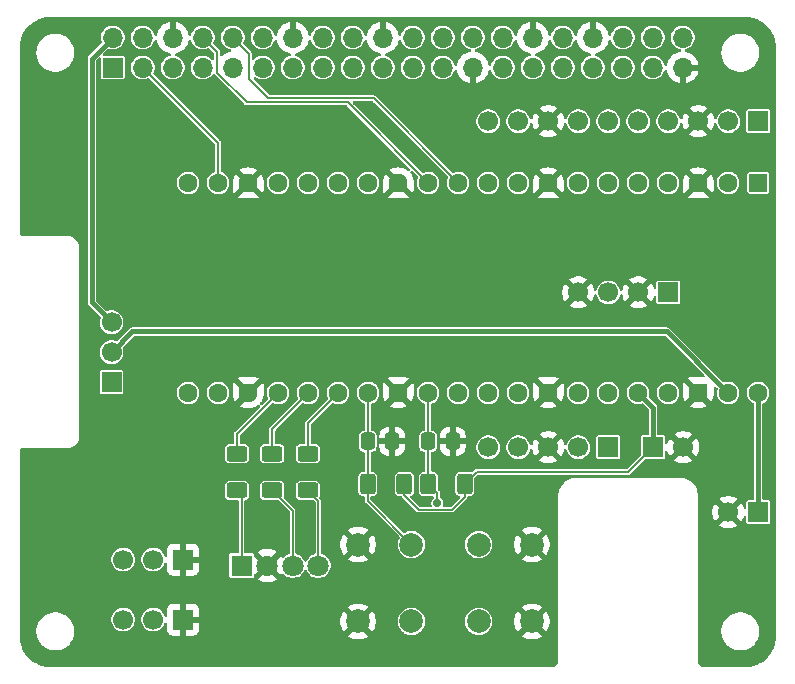
<source format=gtl>
G04 #@! TF.GenerationSoftware,KiCad,Pcbnew,9.0.1-1.fc42*
G04 #@! TF.CreationDate,2025-05-14T23:07:15-05:00*
G04 #@! TF.ProjectId,pico_driver,7069636f-5f64-4726-9976-65722e6b6963,rev?*
G04 #@! TF.SameCoordinates,Original*
G04 #@! TF.FileFunction,Copper,L1,Top*
G04 #@! TF.FilePolarity,Positive*
%FSLAX46Y46*%
G04 Gerber Fmt 4.6, Leading zero omitted, Abs format (unit mm)*
G04 Created by KiCad (PCBNEW 9.0.1-1.fc42) date 2025-05-14 23:07:15*
%MOMM*%
%LPD*%
G01*
G04 APERTURE LIST*
G04 Aperture macros list*
%AMRoundRect*
0 Rectangle with rounded corners*
0 $1 Rounding radius*
0 $2 $3 $4 $5 $6 $7 $8 $9 X,Y pos of 4 corners*
0 Add a 4 corners polygon primitive as box body*
4,1,4,$2,$3,$4,$5,$6,$7,$8,$9,$2,$3,0*
0 Add four circle primitives for the rounded corners*
1,1,$1+$1,$2,$3*
1,1,$1+$1,$4,$5*
1,1,$1+$1,$6,$7*
1,1,$1+$1,$8,$9*
0 Add four rect primitives between the rounded corners*
20,1,$1+$1,$2,$3,$4,$5,0*
20,1,$1+$1,$4,$5,$6,$7,0*
20,1,$1+$1,$6,$7,$8,$9,0*
20,1,$1+$1,$8,$9,$2,$3,0*%
%AMFreePoly0*
4,1,37,0.603843,0.796157,0.639018,0.796157,0.711114,0.766294,0.766294,0.711114,0.796157,0.639018,0.796157,0.603843,0.800000,0.600000,0.800000,-0.600000,0.796157,-0.603843,0.796157,-0.639018,0.766294,-0.711114,0.711114,-0.766294,0.639018,-0.796157,0.603843,-0.796157,0.600000,-0.800000,0.000000,-0.800000,0.000000,-0.796148,-0.078414,-0.796148,-0.232228,-0.765552,-0.377117,-0.705537,
-0.507515,-0.618408,-0.618408,-0.507515,-0.705537,-0.377117,-0.765552,-0.232228,-0.796148,-0.078414,-0.796148,0.078414,-0.765552,0.232228,-0.705537,0.377117,-0.618408,0.507515,-0.507515,0.618408,-0.377117,0.705537,-0.232228,0.765552,-0.078414,0.796148,0.000000,0.796148,0.000000,0.800000,0.600000,0.800000,0.603843,0.796157,0.603843,0.796157,$1*%
%AMFreePoly1*
4,1,37,0.000000,0.796148,0.078414,0.796148,0.232228,0.765552,0.377117,0.705537,0.507515,0.618408,0.618408,0.507515,0.705537,0.377117,0.765552,0.232228,0.796148,0.078414,0.796148,-0.078414,0.765552,-0.232228,0.705537,-0.377117,0.618408,-0.507515,0.507515,-0.618408,0.377117,-0.705537,0.232228,-0.765552,0.078414,-0.796148,0.000000,-0.796148,0.000000,-0.800000,-0.600000,-0.800000,
-0.603843,-0.796157,-0.639018,-0.796157,-0.711114,-0.766294,-0.766294,-0.711114,-0.796157,-0.639018,-0.796157,-0.603843,-0.800000,-0.600000,-0.800000,0.600000,-0.796157,0.603843,-0.796157,0.639018,-0.766294,0.711114,-0.711114,0.766294,-0.639018,0.796157,-0.603843,0.796157,-0.600000,0.800000,0.000000,0.800000,0.000000,0.796148,0.000000,0.796148,$1*%
G04 Aperture macros list end*
G04 #@! TA.AperFunction,ComponentPad*
%ADD10R,1.700000X1.700000*%
G04 #@! TD*
G04 #@! TA.AperFunction,ComponentPad*
%ADD11C,1.700000*%
G04 #@! TD*
G04 #@! TA.AperFunction,SMDPad,CuDef*
%ADD12RoundRect,0.250000X0.625000X-0.400000X0.625000X0.400000X-0.625000X0.400000X-0.625000X-0.400000X0*%
G04 #@! TD*
G04 #@! TA.AperFunction,ComponentPad*
%ADD13R,1.800000X1.800000*%
G04 #@! TD*
G04 #@! TA.AperFunction,ComponentPad*
%ADD14C,1.800000*%
G04 #@! TD*
G04 #@! TA.AperFunction,ComponentPad*
%ADD15RoundRect,0.200000X-0.600000X0.600000X-0.600000X-0.600000X0.600000X-0.600000X0.600000X0.600000X0*%
G04 #@! TD*
G04 #@! TA.AperFunction,ComponentPad*
%ADD16C,1.600000*%
G04 #@! TD*
G04 #@! TA.AperFunction,ComponentPad*
%ADD17FreePoly0,270.000000*%
G04 #@! TD*
G04 #@! TA.AperFunction,ComponentPad*
%ADD18FreePoly1,270.000000*%
G04 #@! TD*
G04 #@! TA.AperFunction,SMDPad,CuDef*
%ADD19RoundRect,0.250000X-0.400000X-0.625000X0.400000X-0.625000X0.400000X0.625000X-0.400000X0.625000X0*%
G04 #@! TD*
G04 #@! TA.AperFunction,SMDPad,CuDef*
%ADD20RoundRect,0.250000X-0.337500X-0.475000X0.337500X-0.475000X0.337500X0.475000X-0.337500X0.475000X0*%
G04 #@! TD*
G04 #@! TA.AperFunction,ComponentPad*
%ADD21C,2.000000*%
G04 #@! TD*
G04 #@! TA.AperFunction,ComponentPad*
%ADD22O,1.700000X1.700000*%
G04 #@! TD*
G04 #@! TA.AperFunction,ViaPad*
%ADD23C,0.700000*%
G04 #@! TD*
G04 #@! TA.AperFunction,Conductor*
%ADD24C,0.400000*%
G04 #@! TD*
G04 #@! TA.AperFunction,Conductor*
%ADD25C,0.200000*%
G04 #@! TD*
G04 #@! TA.AperFunction,Conductor*
%ADD26C,0.150000*%
G04 #@! TD*
G04 APERTURE END LIST*
D10*
X108275000Y-75400000D03*
D11*
X108275000Y-72860000D03*
X108275000Y-70320000D03*
D10*
X114320000Y-90420000D03*
D11*
X111780000Y-90420000D03*
X109240000Y-90420000D03*
D12*
X118880000Y-84560000D03*
X118880000Y-81460000D03*
D10*
X155400000Y-67800000D03*
D11*
X152860000Y-67800000D03*
X150320000Y-67800000D03*
X147780000Y-67800000D03*
D13*
X119285000Y-90925000D03*
D14*
X121444000Y-90925000D03*
X123603000Y-90925000D03*
X125762000Y-90925000D03*
D12*
X121880000Y-84560000D03*
X121880000Y-81460000D03*
D15*
X163020000Y-58520000D03*
D16*
X160480000Y-58520000D03*
D17*
X157940000Y-58520000D03*
D16*
X155400000Y-58520000D03*
X152860000Y-58520000D03*
X150320000Y-58520000D03*
X147780000Y-58520000D03*
D17*
X145240000Y-58520000D03*
D16*
X142700000Y-58520000D03*
X140160000Y-58520000D03*
X137620000Y-58520000D03*
X135080000Y-58520000D03*
D17*
X132540000Y-58520000D03*
D16*
X130000000Y-58520000D03*
X127460000Y-58520000D03*
X124920000Y-58520000D03*
X122380000Y-58520000D03*
D17*
X119840000Y-58520000D03*
D16*
X117300000Y-58520000D03*
X114760000Y-58520000D03*
X114760000Y-76300000D03*
X117300000Y-76300000D03*
D18*
X119840000Y-76300000D03*
D16*
X122380000Y-76300000D03*
X124920000Y-76300000D03*
X127460000Y-76300000D03*
X130000000Y-76300000D03*
D18*
X132540000Y-76300000D03*
D16*
X135080000Y-76300000D03*
X137620000Y-76300000D03*
X140160000Y-76300000D03*
X142700000Y-76300000D03*
D18*
X145240000Y-76300000D03*
D16*
X147780000Y-76300000D03*
X150320000Y-76300000D03*
X152860000Y-76300000D03*
X155400000Y-76300000D03*
D18*
X157940000Y-76300000D03*
D16*
X160480000Y-76300000D03*
X163020000Y-76300000D03*
D12*
X124880000Y-84560000D03*
X124880000Y-81460000D03*
D19*
X129962500Y-84000000D03*
X133062500Y-84000000D03*
D10*
X114320000Y-95500000D03*
D11*
X111780000Y-95500000D03*
X109240000Y-95500000D03*
D19*
X135075000Y-84000000D03*
X138175000Y-84000000D03*
D20*
X129962500Y-80400000D03*
X132037500Y-80400000D03*
D10*
X154125000Y-80900000D03*
D11*
X156665000Y-80900000D03*
D21*
X143850000Y-89150000D03*
X143850000Y-95650000D03*
X139350000Y-89150000D03*
X139350000Y-95650000D03*
D10*
X150320000Y-80900000D03*
D11*
X147780000Y-80900000D03*
X145240000Y-80900000D03*
X142700000Y-80900000D03*
X140160000Y-80900000D03*
D10*
X163020000Y-86400000D03*
D11*
X160480000Y-86400000D03*
D21*
X129150000Y-95650000D03*
X129150000Y-89150000D03*
X133650000Y-95650000D03*
X133650000Y-89150000D03*
D10*
X163020000Y-53300000D03*
D11*
X160480000Y-53300000D03*
X157940000Y-53300000D03*
X155400000Y-53300000D03*
X152860000Y-53300000D03*
X150320000Y-53300000D03*
X147780000Y-53300000D03*
X145240000Y-53300000D03*
X142700000Y-53300000D03*
X140160000Y-53300000D03*
D20*
X135075000Y-80400000D03*
X137150000Y-80400000D03*
D10*
X108370000Y-48770000D03*
D22*
X108370000Y-46230000D03*
X110910000Y-48770000D03*
X110910000Y-46230000D03*
X113450000Y-48770000D03*
X113450000Y-46230000D03*
X115990000Y-48770000D03*
X115990000Y-46230000D03*
X118530000Y-48770000D03*
X118530000Y-46230000D03*
X121070000Y-48770000D03*
X121070000Y-46230000D03*
X123610000Y-48770000D03*
X123610000Y-46230000D03*
X126150000Y-48770000D03*
X126150000Y-46230000D03*
X128690000Y-48770000D03*
X128690000Y-46230000D03*
X131230000Y-48770000D03*
X131230000Y-46230000D03*
X133770000Y-48770000D03*
X133770000Y-46230000D03*
X136310000Y-48770000D03*
X136310000Y-46230000D03*
X138850000Y-48770000D03*
X138850000Y-46230000D03*
X141390000Y-48770000D03*
X141390000Y-46230000D03*
X143930000Y-48770000D03*
X143930000Y-46230000D03*
X146470000Y-48770000D03*
X146470000Y-46230000D03*
X149010000Y-48770000D03*
X149010000Y-46230000D03*
X151550000Y-48770000D03*
X151550000Y-46230000D03*
X154090000Y-48770000D03*
X154090000Y-46230000D03*
X156630000Y-48770000D03*
X156630000Y-46230000D03*
D23*
X135850000Y-85625000D03*
D24*
X108275000Y-70320000D02*
X106600000Y-68645000D01*
X106600000Y-68645000D02*
X106600000Y-48000000D01*
X108275000Y-72860000D02*
X110035000Y-71100000D01*
X110035000Y-71100000D02*
X155280000Y-71100000D01*
D25*
X124880000Y-81460000D02*
X124880000Y-78880000D01*
X124880000Y-78880000D02*
X127460000Y-76300000D01*
X118880000Y-81460000D02*
X118880000Y-79800000D01*
X118880000Y-79800000D02*
X122380000Y-76300000D01*
X121880000Y-79340000D02*
X124920000Y-76300000D01*
X121880000Y-81460000D02*
X121880000Y-79340000D01*
X117300000Y-58520000D02*
X117300000Y-55160000D01*
X117300000Y-55160000D02*
X110910000Y-48770000D01*
X130449000Y-51349000D02*
X121549000Y-51349000D01*
X119900000Y-49700000D02*
X119900000Y-47600000D01*
X137620000Y-58520000D02*
X130449000Y-51349000D01*
X119900000Y-47600000D02*
X118530000Y-46230000D01*
X121549000Y-51349000D02*
X119900000Y-49700000D01*
X135080000Y-58520000D02*
X128260000Y-51700000D01*
X117200000Y-47440000D02*
X115990000Y-46230000D01*
X117200000Y-49200000D02*
X117200000Y-47440000D01*
X128260000Y-51700000D02*
X119700000Y-51700000D01*
X119700000Y-51700000D02*
X117200000Y-49200000D01*
D24*
X106600000Y-48000000D02*
X108370000Y-46230000D01*
D26*
X125762000Y-90925000D02*
X125762000Y-85442000D01*
X125762000Y-85442000D02*
X124880000Y-84560000D01*
X119285000Y-90925000D02*
X119285000Y-84965000D01*
X119285000Y-84965000D02*
X118880000Y-84560000D01*
X123603000Y-90925000D02*
X123603000Y-86283000D01*
X123603000Y-86283000D02*
X121880000Y-84560000D01*
D24*
X163020000Y-86400000D02*
X163020000Y-76300000D01*
X155280000Y-71100000D02*
X160480000Y-76300000D01*
D26*
X138175000Y-85125000D02*
X138175000Y-84000000D01*
X134275000Y-86200000D02*
X137100000Y-86200000D01*
D24*
X154125000Y-77565000D02*
X152860000Y-76300000D01*
X154125000Y-80900000D02*
X154125000Y-77565000D01*
D25*
X138175000Y-84000000D02*
X139175000Y-83000000D01*
X139175000Y-83000000D02*
X152025000Y-83000000D01*
X152025000Y-83000000D02*
X154125000Y-80900000D01*
D26*
X137100000Y-86200000D02*
X138175000Y-85125000D01*
X133062500Y-84987500D02*
X134275000Y-86200000D01*
X133062500Y-84000000D02*
X133062500Y-84987500D01*
X129962500Y-85462500D02*
X129962500Y-84000000D01*
D25*
X130000000Y-80300000D02*
X130000000Y-76300000D01*
X129962500Y-84000000D02*
X129962500Y-80400000D01*
D26*
X133650000Y-89150000D02*
X129962500Y-85462500D01*
D25*
X129962500Y-80337500D02*
X130000000Y-80300000D01*
D26*
X129900000Y-84062500D02*
X129962500Y-84000000D01*
D25*
X129962500Y-80400000D02*
X129962500Y-80337500D01*
X135075000Y-80400000D02*
X135075000Y-76305000D01*
X135075000Y-84000000D02*
X135075000Y-80400000D01*
X135075000Y-76305000D02*
X135080000Y-76300000D01*
D26*
X135850000Y-84775000D02*
X135075000Y-84000000D01*
X135850000Y-85625000D02*
X135850000Y-84775000D01*
G04 #@! TA.AperFunction,Conductor*
G36*
X162003736Y-44500726D02*
G01*
X162293796Y-44518271D01*
X162308659Y-44520076D01*
X162590798Y-44571780D01*
X162605335Y-44575363D01*
X162879172Y-44660695D01*
X162893163Y-44666000D01*
X163154743Y-44783727D01*
X163167989Y-44790680D01*
X163413465Y-44939075D01*
X163425776Y-44947573D01*
X163588909Y-45075379D01*
X163651573Y-45124473D01*
X163662781Y-45134403D01*
X163865596Y-45337218D01*
X163875526Y-45348426D01*
X163995481Y-45501538D01*
X164052422Y-45574217D01*
X164060926Y-45586537D01*
X164201633Y-45819295D01*
X164209316Y-45832004D01*
X164216275Y-45845263D01*
X164333997Y-46106831D01*
X164339306Y-46120832D01*
X164424635Y-46394663D01*
X164428219Y-46409201D01*
X164479923Y-46691340D01*
X164481728Y-46706205D01*
X164499274Y-46996263D01*
X164499500Y-47003750D01*
X164499500Y-96996249D01*
X164499274Y-97003736D01*
X164481728Y-97293794D01*
X164479923Y-97308659D01*
X164428219Y-97590798D01*
X164424635Y-97605336D01*
X164339306Y-97879167D01*
X164333997Y-97893168D01*
X164216275Y-98154736D01*
X164209316Y-98167995D01*
X164060928Y-98413459D01*
X164052422Y-98425782D01*
X163875526Y-98651573D01*
X163865596Y-98662781D01*
X163662781Y-98865596D01*
X163651573Y-98875526D01*
X163425782Y-99052422D01*
X163413459Y-99060928D01*
X163167995Y-99209316D01*
X163154736Y-99216275D01*
X162893168Y-99333997D01*
X162879167Y-99339306D01*
X162605336Y-99424635D01*
X162590798Y-99428219D01*
X162308659Y-99479923D01*
X162293794Y-99481728D01*
X162003736Y-99499274D01*
X161996249Y-99499500D01*
X158406962Y-99499500D01*
X158393078Y-99498720D01*
X158380553Y-99497308D01*
X158302735Y-99488540D01*
X158275666Y-99482362D01*
X158196462Y-99454648D01*
X158171444Y-99442600D01*
X158100395Y-99397957D01*
X158078686Y-99380644D01*
X158019355Y-99321313D01*
X158002042Y-99299604D01*
X157957399Y-99228555D01*
X157945351Y-99203537D01*
X157917637Y-99124333D01*
X157911459Y-99097263D01*
X157910388Y-99087760D01*
X157901280Y-99006922D01*
X157900500Y-98993038D01*
X157900500Y-96374038D01*
X159899500Y-96374038D01*
X159899500Y-96625962D01*
X159927144Y-96800500D01*
X159938910Y-96874785D01*
X160016760Y-97114383D01*
X160095413Y-97268747D01*
X160115749Y-97308659D01*
X160131132Y-97338848D01*
X160279201Y-97542649D01*
X160279205Y-97542654D01*
X160457345Y-97720794D01*
X160457350Y-97720798D01*
X160635117Y-97849952D01*
X160661155Y-97868870D01*
X160804184Y-97941747D01*
X160885616Y-97983239D01*
X160885618Y-97983239D01*
X160885621Y-97983241D01*
X161125215Y-98061090D01*
X161374038Y-98100500D01*
X161374039Y-98100500D01*
X161625961Y-98100500D01*
X161625962Y-98100500D01*
X161874785Y-98061090D01*
X162114379Y-97983241D01*
X162338845Y-97868870D01*
X162542656Y-97720793D01*
X162720793Y-97542656D01*
X162868870Y-97338845D01*
X162983241Y-97114379D01*
X163061090Y-96874785D01*
X163100500Y-96625962D01*
X163100500Y-96374038D01*
X163061090Y-96125215D01*
X162983241Y-95885621D01*
X162983239Y-95885618D01*
X162983239Y-95885616D01*
X162935452Y-95791829D01*
X162868870Y-95661155D01*
X162823380Y-95598543D01*
X162720798Y-95457350D01*
X162720794Y-95457345D01*
X162542654Y-95279205D01*
X162542649Y-95279201D01*
X162338848Y-95131132D01*
X162338847Y-95131131D01*
X162338845Y-95131130D01*
X162227108Y-95074197D01*
X162114383Y-95016760D01*
X161874785Y-94938910D01*
X161625962Y-94899500D01*
X161374038Y-94899500D01*
X161249626Y-94919205D01*
X161125214Y-94938910D01*
X160885616Y-95016760D01*
X160661151Y-95131132D01*
X160457350Y-95279201D01*
X160457345Y-95279205D01*
X160279205Y-95457345D01*
X160279201Y-95457350D01*
X160131132Y-95661151D01*
X160016760Y-95885616D01*
X159938910Y-96125214D01*
X159936919Y-96137785D01*
X159899500Y-96374038D01*
X157900500Y-96374038D01*
X157900500Y-86293753D01*
X159130000Y-86293753D01*
X159130000Y-86506246D01*
X159163242Y-86716127D01*
X159163242Y-86716130D01*
X159228904Y-86918217D01*
X159325375Y-87107550D01*
X159364728Y-87161716D01*
X159997037Y-86529408D01*
X160014075Y-86592993D01*
X160079901Y-86707007D01*
X160172993Y-86800099D01*
X160287007Y-86865925D01*
X160350590Y-86882962D01*
X159718282Y-87515269D01*
X159718282Y-87515270D01*
X159772449Y-87554624D01*
X159961782Y-87651095D01*
X160163870Y-87716757D01*
X160373754Y-87750000D01*
X160586246Y-87750000D01*
X160796127Y-87716757D01*
X160796130Y-87716757D01*
X160998217Y-87651095D01*
X161187554Y-87554622D01*
X161241716Y-87515270D01*
X161241717Y-87515270D01*
X160609408Y-86882962D01*
X160672993Y-86865925D01*
X160787007Y-86800099D01*
X160880099Y-86707007D01*
X160945925Y-86592993D01*
X160962962Y-86529408D01*
X161595270Y-87161717D01*
X161595270Y-87161716D01*
X161634622Y-87107554D01*
X161731095Y-86918217D01*
X161777569Y-86775185D01*
X161817006Y-86717510D01*
X161881365Y-86690311D01*
X161950211Y-86702225D01*
X162001687Y-86749469D01*
X162019500Y-86813503D01*
X162019500Y-87264820D01*
X162019500Y-87264822D01*
X162019499Y-87264822D01*
X162028231Y-87308717D01*
X162028232Y-87308721D01*
X162028233Y-87308722D01*
X162061496Y-87358504D01*
X162111278Y-87391767D01*
X162111281Y-87391767D01*
X162111282Y-87391768D01*
X162155177Y-87400500D01*
X162155180Y-87400500D01*
X163884822Y-87400500D01*
X163928717Y-87391768D01*
X163928717Y-87391767D01*
X163928722Y-87391767D01*
X163978504Y-87358504D01*
X164011767Y-87308722D01*
X164020500Y-87264820D01*
X164020500Y-85535180D01*
X164020500Y-85535177D01*
X164011768Y-85491282D01*
X164011767Y-85491281D01*
X164011767Y-85491278D01*
X163978504Y-85441496D01*
X163978503Y-85441495D01*
X163928724Y-85408234D01*
X163928717Y-85408231D01*
X163884822Y-85399500D01*
X163884820Y-85399500D01*
X163494500Y-85399500D01*
X163427461Y-85379815D01*
X163381706Y-85327011D01*
X163370500Y-85275500D01*
X163370500Y-77266486D01*
X163390185Y-77199447D01*
X163442989Y-77153692D01*
X163447013Y-77151938D01*
X163470231Y-77142322D01*
X163625908Y-77038302D01*
X163758302Y-76905908D01*
X163862322Y-76750231D01*
X163933973Y-76577251D01*
X163970500Y-76393616D01*
X163970500Y-76206384D01*
X163933973Y-76022749D01*
X163862322Y-75849769D01*
X163862321Y-75849768D01*
X163862318Y-75849762D01*
X163758302Y-75694092D01*
X163758299Y-75694088D01*
X163625911Y-75561700D01*
X163625907Y-75561697D01*
X163470237Y-75457681D01*
X163470228Y-75457676D01*
X163297251Y-75386027D01*
X163297243Y-75386025D01*
X163113620Y-75349500D01*
X163113616Y-75349500D01*
X162926384Y-75349500D01*
X162926379Y-75349500D01*
X162742756Y-75386025D01*
X162742748Y-75386027D01*
X162569771Y-75457676D01*
X162569762Y-75457681D01*
X162414092Y-75561697D01*
X162414088Y-75561700D01*
X162281700Y-75694088D01*
X162281697Y-75694092D01*
X162177681Y-75849762D01*
X162177676Y-75849771D01*
X162106027Y-76022748D01*
X162106025Y-76022756D01*
X162069500Y-76206379D01*
X162069500Y-76393620D01*
X162106025Y-76577243D01*
X162106027Y-76577251D01*
X162177676Y-76750228D01*
X162177681Y-76750237D01*
X162281697Y-76905907D01*
X162281700Y-76905911D01*
X162414088Y-77038299D01*
X162414092Y-77038302D01*
X162569762Y-77142318D01*
X162569766Y-77142320D01*
X162569769Y-77142322D01*
X162592953Y-77151925D01*
X162647356Y-77195765D01*
X162669421Y-77262059D01*
X162669500Y-77266486D01*
X162669500Y-85275500D01*
X162649815Y-85342539D01*
X162597011Y-85388294D01*
X162545500Y-85399500D01*
X162155178Y-85399500D01*
X162111282Y-85408231D01*
X162111275Y-85408234D01*
X162061496Y-85441495D01*
X162061495Y-85441496D01*
X162028234Y-85491275D01*
X162028231Y-85491282D01*
X162019500Y-85535177D01*
X162019500Y-85986496D01*
X161999815Y-86053535D01*
X161947011Y-86099290D01*
X161877853Y-86109234D01*
X161814297Y-86080209D01*
X161777569Y-86024814D01*
X161731095Y-85881782D01*
X161634624Y-85692449D01*
X161595270Y-85638282D01*
X161595269Y-85638282D01*
X160962962Y-86270590D01*
X160945925Y-86207007D01*
X160880099Y-86092993D01*
X160787007Y-85999901D01*
X160672993Y-85934075D01*
X160609409Y-85917037D01*
X161241716Y-85284728D01*
X161187550Y-85245375D01*
X160998217Y-85148904D01*
X160796129Y-85083242D01*
X160586246Y-85050000D01*
X160373754Y-85050000D01*
X160163872Y-85083242D01*
X160163869Y-85083242D01*
X159961782Y-85148904D01*
X159772439Y-85245380D01*
X159718282Y-85284727D01*
X159718282Y-85284728D01*
X160350591Y-85917037D01*
X160287007Y-85934075D01*
X160172993Y-85999901D01*
X160079901Y-86092993D01*
X160014075Y-86207007D01*
X159997037Y-86270591D01*
X159364728Y-85638282D01*
X159364727Y-85638282D01*
X159325380Y-85692439D01*
X159228904Y-85881782D01*
X159163242Y-86083869D01*
X159163242Y-86083872D01*
X159130000Y-86293753D01*
X157900500Y-86293753D01*
X157900500Y-84892683D01*
X157900500Y-84892682D01*
X157869954Y-84680231D01*
X157809484Y-84474290D01*
X157809483Y-84474288D01*
X157809482Y-84474284D01*
X157720327Y-84279061D01*
X157720320Y-84279048D01*
X157623557Y-84128482D01*
X157604281Y-84098487D01*
X157571172Y-84060277D01*
X157463724Y-83936275D01*
X157301514Y-83795720D01*
X157301513Y-83795719D01*
X157236991Y-83754253D01*
X157120951Y-83679679D01*
X157120938Y-83679672D01*
X156925715Y-83590517D01*
X156719774Y-83530047D01*
X156719764Y-83530044D01*
X156528754Y-83502582D01*
X156507318Y-83499500D01*
X156465892Y-83499500D01*
X147665892Y-83499500D01*
X147600000Y-83499500D01*
X147492682Y-83499500D01*
X147280235Y-83530044D01*
X147280225Y-83530047D01*
X147074284Y-83590517D01*
X146879061Y-83679672D01*
X146879048Y-83679679D01*
X146698485Y-83795720D01*
X146536275Y-83936275D01*
X146395720Y-84098485D01*
X146279679Y-84279048D01*
X146279672Y-84279061D01*
X146190517Y-84474284D01*
X146130047Y-84680225D01*
X146130044Y-84680235D01*
X146099500Y-84892682D01*
X146099500Y-84934108D01*
X146099499Y-98993046D01*
X146098719Y-99006931D01*
X146088540Y-99097264D01*
X146082362Y-99124333D01*
X146054648Y-99203537D01*
X146042600Y-99228555D01*
X145997957Y-99299604D01*
X145980644Y-99321313D01*
X145921313Y-99380644D01*
X145899604Y-99397957D01*
X145828555Y-99442600D01*
X145803537Y-99454648D01*
X145724333Y-99482362D01*
X145697264Y-99488540D01*
X145617075Y-99497576D01*
X145606921Y-99498720D01*
X145593038Y-99499500D01*
X103003751Y-99499500D01*
X102996264Y-99499274D01*
X102706205Y-99481728D01*
X102691340Y-99479923D01*
X102409201Y-99428219D01*
X102394663Y-99424635D01*
X102120832Y-99339306D01*
X102106831Y-99333997D01*
X101845263Y-99216275D01*
X101832004Y-99209316D01*
X101646647Y-99097264D01*
X101586537Y-99060926D01*
X101574217Y-99052422D01*
X101507315Y-99000008D01*
X101348426Y-98875526D01*
X101337218Y-98865596D01*
X101134403Y-98662781D01*
X101124473Y-98651573D01*
X100947573Y-98425776D01*
X100939075Y-98413465D01*
X100790680Y-98167989D01*
X100783727Y-98154743D01*
X100666000Y-97893163D01*
X100660693Y-97879167D01*
X100657484Y-97868870D01*
X100575363Y-97605335D01*
X100571780Y-97590798D01*
X100520076Y-97308659D01*
X100518271Y-97293794D01*
X100500726Y-97003736D01*
X100500500Y-96996249D01*
X100500500Y-96374038D01*
X101899500Y-96374038D01*
X101899500Y-96625962D01*
X101927144Y-96800500D01*
X101938910Y-96874785D01*
X102016760Y-97114383D01*
X102095413Y-97268747D01*
X102115749Y-97308659D01*
X102131132Y-97338848D01*
X102279201Y-97542649D01*
X102279205Y-97542654D01*
X102457345Y-97720794D01*
X102457350Y-97720798D01*
X102635117Y-97849952D01*
X102661155Y-97868870D01*
X102804184Y-97941747D01*
X102885616Y-97983239D01*
X102885618Y-97983239D01*
X102885621Y-97983241D01*
X103125215Y-98061090D01*
X103374038Y-98100500D01*
X103374039Y-98100500D01*
X103625961Y-98100500D01*
X103625962Y-98100500D01*
X103874785Y-98061090D01*
X104114379Y-97983241D01*
X104338845Y-97868870D01*
X104542656Y-97720793D01*
X104720793Y-97542656D01*
X104868870Y-97338845D01*
X104983241Y-97114379D01*
X105061090Y-96874785D01*
X105100500Y-96625962D01*
X105100500Y-96374038D01*
X105061090Y-96125215D01*
X104983241Y-95885621D01*
X104983239Y-95885618D01*
X104983239Y-95885616D01*
X104935452Y-95791829D01*
X104868870Y-95661155D01*
X104823380Y-95598543D01*
X108239499Y-95598543D01*
X108277947Y-95791829D01*
X108277950Y-95791839D01*
X108353364Y-95973907D01*
X108353371Y-95973920D01*
X108462860Y-96137781D01*
X108462863Y-96137785D01*
X108602214Y-96277136D01*
X108602218Y-96277139D01*
X108766079Y-96386628D01*
X108766092Y-96386635D01*
X108948160Y-96462049D01*
X108948165Y-96462051D01*
X108948169Y-96462051D01*
X108948170Y-96462052D01*
X109141456Y-96500500D01*
X109141459Y-96500500D01*
X109338543Y-96500500D01*
X109468582Y-96474632D01*
X109531835Y-96462051D01*
X109713914Y-96386632D01*
X109877782Y-96277139D01*
X110017139Y-96137782D01*
X110126632Y-95973914D01*
X110202051Y-95791835D01*
X110240500Y-95598543D01*
X110779499Y-95598543D01*
X110817947Y-95791829D01*
X110817950Y-95791839D01*
X110893364Y-95973907D01*
X110893371Y-95973920D01*
X111002860Y-96137781D01*
X111002863Y-96137785D01*
X111142214Y-96277136D01*
X111142218Y-96277139D01*
X111306079Y-96386628D01*
X111306092Y-96386635D01*
X111488160Y-96462049D01*
X111488165Y-96462051D01*
X111488169Y-96462051D01*
X111488170Y-96462052D01*
X111681456Y-96500500D01*
X111681459Y-96500500D01*
X111878543Y-96500500D01*
X112008582Y-96474632D01*
X112071835Y-96462051D01*
X112253914Y-96386632D01*
X112417782Y-96277139D01*
X112557139Y-96137782D01*
X112666632Y-95973914D01*
X112731439Y-95817455D01*
X112775279Y-95763051D01*
X112841573Y-95740986D01*
X112909273Y-95758265D01*
X112956884Y-95809402D01*
X112970000Y-95864907D01*
X112970000Y-96397844D01*
X112976401Y-96457372D01*
X112976403Y-96457379D01*
X113026645Y-96592086D01*
X113026649Y-96592093D01*
X113112809Y-96707187D01*
X113112812Y-96707190D01*
X113227906Y-96793350D01*
X113227913Y-96793354D01*
X113362620Y-96843596D01*
X113362627Y-96843598D01*
X113422155Y-96849999D01*
X113422172Y-96850000D01*
X114070000Y-96850000D01*
X114070000Y-95933012D01*
X114127007Y-95965925D01*
X114254174Y-96000000D01*
X114385826Y-96000000D01*
X114512993Y-95965925D01*
X114570000Y-95933012D01*
X114570000Y-96850000D01*
X115217828Y-96850000D01*
X115217844Y-96849999D01*
X115277372Y-96843598D01*
X115277379Y-96843596D01*
X115412086Y-96793354D01*
X115412093Y-96793350D01*
X115501878Y-96726136D01*
X115501883Y-96726133D01*
X115527190Y-96707187D01*
X115613350Y-96592093D01*
X115613354Y-96592086D01*
X115663596Y-96457379D01*
X115663598Y-96457372D01*
X115669999Y-96397844D01*
X115670000Y-96397827D01*
X115670000Y-95750000D01*
X114753012Y-95750000D01*
X114785925Y-95692993D01*
X114820000Y-95565826D01*
X114820000Y-95531947D01*
X127650000Y-95531947D01*
X127650000Y-95768052D01*
X127686934Y-96001247D01*
X127759897Y-96225802D01*
X127867087Y-96436174D01*
X127927338Y-96519104D01*
X127927340Y-96519105D01*
X128626212Y-95820233D01*
X128637482Y-95862292D01*
X128709890Y-95987708D01*
X128812292Y-96090110D01*
X128937708Y-96162518D01*
X128979765Y-96173787D01*
X128280893Y-96872658D01*
X128363828Y-96932914D01*
X128574197Y-97040102D01*
X128798752Y-97113065D01*
X128798751Y-97113065D01*
X129031948Y-97150000D01*
X129268052Y-97150000D01*
X129501247Y-97113065D01*
X129725802Y-97040102D01*
X129936163Y-96932918D01*
X129936169Y-96932914D01*
X130019104Y-96872658D01*
X130019105Y-96872658D01*
X129320233Y-96173787D01*
X129362292Y-96162518D01*
X129487708Y-96090110D01*
X129590110Y-95987708D01*
X129662518Y-95862292D01*
X129673787Y-95820234D01*
X130372658Y-96519105D01*
X130372658Y-96519104D01*
X130432914Y-96436169D01*
X130432918Y-96436163D01*
X130540102Y-96225802D01*
X130613065Y-96001247D01*
X130650000Y-95768052D01*
X130650000Y-95559448D01*
X132499500Y-95559448D01*
X132499500Y-95740551D01*
X132527829Y-95919410D01*
X132583787Y-96091636D01*
X132583788Y-96091639D01*
X132666006Y-96252997D01*
X132772441Y-96399494D01*
X132772445Y-96399499D01*
X132900500Y-96527554D01*
X132900505Y-96527558D01*
X132989331Y-96592093D01*
X133047006Y-96633996D01*
X133152484Y-96687740D01*
X133208360Y-96716211D01*
X133208363Y-96716212D01*
X133294476Y-96744191D01*
X133380591Y-96772171D01*
X133463429Y-96785291D01*
X133559449Y-96800500D01*
X133559454Y-96800500D01*
X133740551Y-96800500D01*
X133827259Y-96786765D01*
X133919409Y-96772171D01*
X134091639Y-96716211D01*
X134252994Y-96633996D01*
X134399501Y-96527553D01*
X134527553Y-96399501D01*
X134633996Y-96252994D01*
X134716211Y-96091639D01*
X134772171Y-95919409D01*
X134792378Y-95791829D01*
X134800500Y-95740551D01*
X134800500Y-95559448D01*
X138199500Y-95559448D01*
X138199500Y-95740551D01*
X138227829Y-95919410D01*
X138283787Y-96091636D01*
X138283788Y-96091639D01*
X138366006Y-96252997D01*
X138472441Y-96399494D01*
X138472445Y-96399499D01*
X138600500Y-96527554D01*
X138600505Y-96527558D01*
X138689331Y-96592093D01*
X138747006Y-96633996D01*
X138852484Y-96687740D01*
X138908360Y-96716211D01*
X138908363Y-96716212D01*
X138994476Y-96744191D01*
X139080591Y-96772171D01*
X139163429Y-96785291D01*
X139259449Y-96800500D01*
X139259454Y-96800500D01*
X139440551Y-96800500D01*
X139527259Y-96786765D01*
X139619409Y-96772171D01*
X139791639Y-96716211D01*
X139794183Y-96714915D01*
X139794185Y-96714914D01*
X139818034Y-96702761D01*
X139952994Y-96633996D01*
X140099501Y-96527553D01*
X140227553Y-96399501D01*
X140333996Y-96252994D01*
X140416211Y-96091639D01*
X140472171Y-95919409D01*
X140492378Y-95791829D01*
X140500500Y-95740551D01*
X140500500Y-95559447D01*
X140498445Y-95546472D01*
X140496144Y-95531947D01*
X142350000Y-95531947D01*
X142350000Y-95768052D01*
X142386934Y-96001247D01*
X142459897Y-96225802D01*
X142567087Y-96436174D01*
X142627338Y-96519104D01*
X142627340Y-96519105D01*
X143326212Y-95820233D01*
X143337482Y-95862292D01*
X143409890Y-95987708D01*
X143512292Y-96090110D01*
X143637708Y-96162518D01*
X143679765Y-96173787D01*
X142980893Y-96872658D01*
X143063828Y-96932914D01*
X143274197Y-97040102D01*
X143498752Y-97113065D01*
X143498751Y-97113065D01*
X143731948Y-97150000D01*
X143968052Y-97150000D01*
X144201247Y-97113065D01*
X144425802Y-97040102D01*
X144636163Y-96932918D01*
X144636169Y-96932914D01*
X144719104Y-96872658D01*
X144719105Y-96872658D01*
X144020233Y-96173787D01*
X144062292Y-96162518D01*
X144187708Y-96090110D01*
X144290110Y-95987708D01*
X144362518Y-95862292D01*
X144373787Y-95820234D01*
X145072658Y-96519105D01*
X145072658Y-96519104D01*
X145132914Y-96436169D01*
X145132918Y-96436163D01*
X145240102Y-96225802D01*
X145313065Y-96001247D01*
X145350000Y-95768052D01*
X145350000Y-95531947D01*
X145313065Y-95298752D01*
X145240102Y-95074197D01*
X145132914Y-94863828D01*
X145072658Y-94780894D01*
X145072658Y-94780893D01*
X144373787Y-95479765D01*
X144362518Y-95437708D01*
X144290110Y-95312292D01*
X144187708Y-95209890D01*
X144062292Y-95137482D01*
X144020234Y-95126212D01*
X144719105Y-94427340D01*
X144719104Y-94427338D01*
X144636174Y-94367087D01*
X144425802Y-94259897D01*
X144201247Y-94186934D01*
X144201248Y-94186934D01*
X143968052Y-94150000D01*
X143731948Y-94150000D01*
X143498752Y-94186934D01*
X143274197Y-94259897D01*
X143063830Y-94367084D01*
X142980894Y-94427340D01*
X143679766Y-95126212D01*
X143637708Y-95137482D01*
X143512292Y-95209890D01*
X143409890Y-95312292D01*
X143337482Y-95437708D01*
X143326212Y-95479766D01*
X142627340Y-94780894D01*
X142567084Y-94863830D01*
X142459897Y-95074197D01*
X142386934Y-95298752D01*
X142350000Y-95531947D01*
X140496144Y-95531947D01*
X140475476Y-95401459D01*
X140472171Y-95380591D01*
X140416211Y-95208361D01*
X140416211Y-95208360D01*
X140378878Y-95135092D01*
X140333996Y-95047006D01*
X140299844Y-95000000D01*
X140227558Y-94900505D01*
X140227554Y-94900500D01*
X140099499Y-94772445D01*
X140099494Y-94772441D01*
X139952997Y-94666006D01*
X139952996Y-94666005D01*
X139952994Y-94666004D01*
X139845011Y-94610983D01*
X139794181Y-94585084D01*
X139794179Y-94585082D01*
X139791645Y-94583791D01*
X139791636Y-94583787D01*
X139619410Y-94527829D01*
X139440551Y-94499500D01*
X139440546Y-94499500D01*
X139259454Y-94499500D01*
X139259449Y-94499500D01*
X139080589Y-94527829D01*
X138908363Y-94583787D01*
X138908360Y-94583788D01*
X138747002Y-94666006D01*
X138600505Y-94772441D01*
X138600500Y-94772445D01*
X138472445Y-94900500D01*
X138472441Y-94900505D01*
X138366006Y-95047002D01*
X138283788Y-95208360D01*
X138283787Y-95208363D01*
X138227829Y-95380589D01*
X138199500Y-95559448D01*
X134800500Y-95559448D01*
X134781217Y-95437708D01*
X134772171Y-95380591D01*
X134716211Y-95208361D01*
X134716211Y-95208360D01*
X134678878Y-95135092D01*
X134633996Y-95047006D01*
X134599844Y-95000000D01*
X134527558Y-94900505D01*
X134527554Y-94900500D01*
X134399499Y-94772445D01*
X134399494Y-94772441D01*
X134252997Y-94666006D01*
X134252996Y-94666005D01*
X134252994Y-94666004D01*
X134149697Y-94613371D01*
X134091639Y-94583788D01*
X134091636Y-94583787D01*
X133919410Y-94527829D01*
X133740551Y-94499500D01*
X133740546Y-94499500D01*
X133559454Y-94499500D01*
X133559449Y-94499500D01*
X133380589Y-94527829D01*
X133208363Y-94583787D01*
X133208360Y-94583788D01*
X133047002Y-94666006D01*
X132900505Y-94772441D01*
X132900500Y-94772445D01*
X132772445Y-94900500D01*
X132772441Y-94900505D01*
X132666006Y-95047002D01*
X132583788Y-95208360D01*
X132583787Y-95208363D01*
X132527829Y-95380589D01*
X132499500Y-95559448D01*
X130650000Y-95559448D01*
X130650000Y-95531947D01*
X130613065Y-95298752D01*
X130540102Y-95074197D01*
X130432914Y-94863828D01*
X130372658Y-94780894D01*
X130372658Y-94780893D01*
X129673787Y-95479765D01*
X129662518Y-95437708D01*
X129590110Y-95312292D01*
X129487708Y-95209890D01*
X129362292Y-95137482D01*
X129320234Y-95126212D01*
X130019105Y-94427340D01*
X130019104Y-94427338D01*
X129936174Y-94367087D01*
X129725802Y-94259897D01*
X129501247Y-94186934D01*
X129501248Y-94186934D01*
X129268052Y-94150000D01*
X129031948Y-94150000D01*
X128798752Y-94186934D01*
X128574197Y-94259897D01*
X128363830Y-94367084D01*
X128280894Y-94427340D01*
X128979766Y-95126212D01*
X128937708Y-95137482D01*
X128812292Y-95209890D01*
X128709890Y-95312292D01*
X128637482Y-95437708D01*
X128626212Y-95479766D01*
X127927340Y-94780894D01*
X127867084Y-94863830D01*
X127759897Y-95074197D01*
X127686934Y-95298752D01*
X127650000Y-95531947D01*
X114820000Y-95531947D01*
X114820000Y-95434174D01*
X114785925Y-95307007D01*
X114753012Y-95250000D01*
X115670000Y-95250000D01*
X115670000Y-94602172D01*
X115669999Y-94602155D01*
X115663598Y-94542627D01*
X115663595Y-94542616D01*
X115654389Y-94517931D01*
X115613354Y-94407913D01*
X115613350Y-94407906D01*
X115527190Y-94292812D01*
X115527187Y-94292809D01*
X115412093Y-94206649D01*
X115412086Y-94206645D01*
X115277379Y-94156403D01*
X115277372Y-94156401D01*
X115217844Y-94150000D01*
X114570000Y-94150000D01*
X114570000Y-95066988D01*
X114512993Y-95034075D01*
X114385826Y-95000000D01*
X114254174Y-95000000D01*
X114127007Y-95034075D01*
X114070000Y-95066988D01*
X114070000Y-94150000D01*
X113422155Y-94150000D01*
X113362627Y-94156401D01*
X113362620Y-94156403D01*
X113227913Y-94206645D01*
X113227906Y-94206649D01*
X113112812Y-94292809D01*
X113112809Y-94292812D01*
X113026649Y-94407906D01*
X113026645Y-94407913D01*
X112976403Y-94542620D01*
X112976401Y-94542627D01*
X112970000Y-94602155D01*
X112970000Y-95135092D01*
X112950315Y-95202131D01*
X112897511Y-95247886D01*
X112828353Y-95257830D01*
X112764797Y-95228805D01*
X112731439Y-95182544D01*
X112666635Y-95026092D01*
X112666628Y-95026079D01*
X112557139Y-94862218D01*
X112557136Y-94862214D01*
X112417785Y-94722863D01*
X112417781Y-94722860D01*
X112253920Y-94613371D01*
X112253907Y-94613364D01*
X112071839Y-94537950D01*
X112071829Y-94537947D01*
X111878543Y-94499500D01*
X111878541Y-94499500D01*
X111681459Y-94499500D01*
X111681457Y-94499500D01*
X111488170Y-94537947D01*
X111488160Y-94537950D01*
X111306092Y-94613364D01*
X111306079Y-94613371D01*
X111142218Y-94722860D01*
X111142214Y-94722863D01*
X111002863Y-94862214D01*
X111002860Y-94862218D01*
X110893371Y-95026079D01*
X110893364Y-95026092D01*
X110817950Y-95208160D01*
X110817947Y-95208170D01*
X110779500Y-95401456D01*
X110779500Y-95401459D01*
X110779500Y-95598541D01*
X110779500Y-95598543D01*
X110779499Y-95598543D01*
X110240500Y-95598543D01*
X110240500Y-95598541D01*
X110240500Y-95401459D01*
X110240500Y-95401456D01*
X110202052Y-95208170D01*
X110202051Y-95208169D01*
X110202051Y-95208165D01*
X110191439Y-95182544D01*
X110126635Y-95026092D01*
X110126628Y-95026079D01*
X110017139Y-94862218D01*
X110017136Y-94862214D01*
X109877785Y-94722863D01*
X109877781Y-94722860D01*
X109713920Y-94613371D01*
X109713907Y-94613364D01*
X109531839Y-94537950D01*
X109531829Y-94537947D01*
X109338543Y-94499500D01*
X109338541Y-94499500D01*
X109141459Y-94499500D01*
X109141457Y-94499500D01*
X108948170Y-94537947D01*
X108948160Y-94537950D01*
X108766092Y-94613364D01*
X108766079Y-94613371D01*
X108602218Y-94722860D01*
X108602214Y-94722863D01*
X108462863Y-94862214D01*
X108462860Y-94862218D01*
X108353371Y-95026079D01*
X108353364Y-95026092D01*
X108277950Y-95208160D01*
X108277947Y-95208170D01*
X108239500Y-95401456D01*
X108239500Y-95401459D01*
X108239500Y-95598541D01*
X108239500Y-95598543D01*
X108239499Y-95598543D01*
X104823380Y-95598543D01*
X104728721Y-95468255D01*
X104728718Y-95468252D01*
X104720797Y-95457350D01*
X104720793Y-95457344D01*
X104542656Y-95279207D01*
X104542654Y-95279205D01*
X104542649Y-95279201D01*
X104338848Y-95131132D01*
X104338847Y-95131131D01*
X104338845Y-95131130D01*
X104227108Y-95074197D01*
X104114383Y-95016760D01*
X103874785Y-94938910D01*
X103625962Y-94899500D01*
X103374038Y-94899500D01*
X103249626Y-94919205D01*
X103125214Y-94938910D01*
X102885616Y-95016760D01*
X102661151Y-95131132D01*
X102457350Y-95279201D01*
X102457345Y-95279205D01*
X102279205Y-95457345D01*
X102279201Y-95457350D01*
X102131132Y-95661151D01*
X102016760Y-95885616D01*
X101938910Y-96125214D01*
X101936919Y-96137785D01*
X101899500Y-96374038D01*
X100500500Y-96374038D01*
X100500500Y-90518543D01*
X108239499Y-90518543D01*
X108277947Y-90711829D01*
X108277950Y-90711839D01*
X108353364Y-90893907D01*
X108353371Y-90893920D01*
X108462860Y-91057781D01*
X108462863Y-91057785D01*
X108602214Y-91197136D01*
X108602218Y-91197139D01*
X108766079Y-91306628D01*
X108766092Y-91306635D01*
X108948160Y-91382049D01*
X108948165Y-91382051D01*
X108948169Y-91382051D01*
X108948170Y-91382052D01*
X109141456Y-91420500D01*
X109141459Y-91420500D01*
X109338543Y-91420500D01*
X109468582Y-91394632D01*
X109531835Y-91382051D01*
X109713914Y-91306632D01*
X109877782Y-91197139D01*
X110017139Y-91057782D01*
X110126632Y-90893914D01*
X110202051Y-90711835D01*
X110227092Y-90585947D01*
X110240500Y-90518543D01*
X110779499Y-90518543D01*
X110817947Y-90711829D01*
X110817950Y-90711839D01*
X110893364Y-90893907D01*
X110893371Y-90893920D01*
X111002860Y-91057781D01*
X111002863Y-91057785D01*
X111142214Y-91197136D01*
X111142218Y-91197139D01*
X111306079Y-91306628D01*
X111306092Y-91306635D01*
X111488160Y-91382049D01*
X111488165Y-91382051D01*
X111488169Y-91382051D01*
X111488170Y-91382052D01*
X111681456Y-91420500D01*
X111681459Y-91420500D01*
X111878543Y-91420500D01*
X112008582Y-91394632D01*
X112071835Y-91382051D01*
X112253914Y-91306632D01*
X112417782Y-91197139D01*
X112557139Y-91057782D01*
X112666632Y-90893914D01*
X112731439Y-90737455D01*
X112775279Y-90683051D01*
X112841573Y-90660986D01*
X112909273Y-90678265D01*
X112956884Y-90729402D01*
X112970000Y-90784907D01*
X112970000Y-91317844D01*
X112976401Y-91377372D01*
X112976403Y-91377379D01*
X113026645Y-91512086D01*
X113026649Y-91512093D01*
X113112809Y-91627187D01*
X113112812Y-91627190D01*
X113227906Y-91713350D01*
X113227913Y-91713354D01*
X113362620Y-91763596D01*
X113362627Y-91763598D01*
X113422155Y-91769999D01*
X113422172Y-91770000D01*
X114070000Y-91770000D01*
X114070000Y-90853012D01*
X114127007Y-90885925D01*
X114254174Y-90920000D01*
X114385826Y-90920000D01*
X114512993Y-90885925D01*
X114570000Y-90853012D01*
X114570000Y-91770000D01*
X115217828Y-91770000D01*
X115217844Y-91769999D01*
X115277372Y-91763598D01*
X115277379Y-91763596D01*
X115412086Y-91713354D01*
X115412093Y-91713350D01*
X115527187Y-91627190D01*
X115527190Y-91627187D01*
X115613350Y-91512093D01*
X115613354Y-91512086D01*
X115663596Y-91377379D01*
X115663598Y-91377372D01*
X115669999Y-91317844D01*
X115670000Y-91317827D01*
X115670000Y-90670000D01*
X114753012Y-90670000D01*
X114785925Y-90612993D01*
X114820000Y-90485826D01*
X114820000Y-90354174D01*
X114785925Y-90227007D01*
X114753012Y-90170000D01*
X115670000Y-90170000D01*
X115670000Y-89522172D01*
X115669999Y-89522155D01*
X115663598Y-89462627D01*
X115663596Y-89462620D01*
X115613354Y-89327913D01*
X115613350Y-89327906D01*
X115527190Y-89212812D01*
X115527187Y-89212809D01*
X115412093Y-89126649D01*
X115412086Y-89126645D01*
X115277379Y-89076403D01*
X115277372Y-89076401D01*
X115217844Y-89070000D01*
X114570000Y-89070000D01*
X114570000Y-89986988D01*
X114512993Y-89954075D01*
X114385826Y-89920000D01*
X114254174Y-89920000D01*
X114127007Y-89954075D01*
X114070000Y-89986988D01*
X114070000Y-89070000D01*
X113422155Y-89070000D01*
X113362627Y-89076401D01*
X113362620Y-89076403D01*
X113227913Y-89126645D01*
X113227906Y-89126649D01*
X113112812Y-89212809D01*
X113112809Y-89212812D01*
X113026649Y-89327906D01*
X113026645Y-89327913D01*
X112976403Y-89462620D01*
X112976401Y-89462627D01*
X112970000Y-89522155D01*
X112970000Y-90055092D01*
X112950315Y-90122131D01*
X112897511Y-90167886D01*
X112828353Y-90177830D01*
X112764797Y-90148805D01*
X112731439Y-90102544D01*
X112666635Y-89946092D01*
X112666628Y-89946079D01*
X112557139Y-89782218D01*
X112557136Y-89782214D01*
X112417785Y-89642863D01*
X112417781Y-89642860D01*
X112253920Y-89533371D01*
X112253907Y-89533364D01*
X112071839Y-89457950D01*
X112071829Y-89457947D01*
X111878543Y-89419500D01*
X111878541Y-89419500D01*
X111681459Y-89419500D01*
X111681457Y-89419500D01*
X111488170Y-89457947D01*
X111488160Y-89457950D01*
X111306092Y-89533364D01*
X111306079Y-89533371D01*
X111142218Y-89642860D01*
X111142214Y-89642863D01*
X111002863Y-89782214D01*
X111002860Y-89782218D01*
X110893371Y-89946079D01*
X110893364Y-89946092D01*
X110817950Y-90128160D01*
X110817947Y-90128170D01*
X110779500Y-90321456D01*
X110779500Y-90321459D01*
X110779500Y-90518541D01*
X110779500Y-90518543D01*
X110779499Y-90518543D01*
X110240500Y-90518543D01*
X110240500Y-90321456D01*
X110202052Y-90128170D01*
X110202051Y-90128169D01*
X110202051Y-90128165D01*
X110191439Y-90102544D01*
X110126635Y-89946092D01*
X110126628Y-89946079D01*
X110017139Y-89782218D01*
X110017136Y-89782214D01*
X109877785Y-89642863D01*
X109877781Y-89642860D01*
X109713920Y-89533371D01*
X109713907Y-89533364D01*
X109531839Y-89457950D01*
X109531829Y-89457947D01*
X109338543Y-89419500D01*
X109338541Y-89419500D01*
X109141459Y-89419500D01*
X109141457Y-89419500D01*
X108948170Y-89457947D01*
X108948160Y-89457950D01*
X108766092Y-89533364D01*
X108766079Y-89533371D01*
X108602218Y-89642860D01*
X108602214Y-89642863D01*
X108462863Y-89782214D01*
X108462860Y-89782218D01*
X108353371Y-89946079D01*
X108353364Y-89946092D01*
X108277950Y-90128160D01*
X108277947Y-90128170D01*
X108239500Y-90321456D01*
X108239500Y-90321459D01*
X108239500Y-90518541D01*
X108239500Y-90518543D01*
X108239499Y-90518543D01*
X100500500Y-90518543D01*
X100500500Y-84128475D01*
X117854500Y-84128475D01*
X117854500Y-84991517D01*
X117863763Y-85050000D01*
X117869354Y-85085304D01*
X117926950Y-85198342D01*
X117926952Y-85198344D01*
X117926954Y-85198347D01*
X118016652Y-85288045D01*
X118016654Y-85288046D01*
X118016658Y-85288050D01*
X118123598Y-85342539D01*
X118129698Y-85345647D01*
X118223475Y-85360499D01*
X118223481Y-85360500D01*
X118935500Y-85360499D01*
X119002539Y-85380183D01*
X119048294Y-85432987D01*
X119059500Y-85484499D01*
X119059500Y-89750500D01*
X119039815Y-89817539D01*
X118987011Y-89863294D01*
X118935500Y-89874500D01*
X118370178Y-89874500D01*
X118326282Y-89883231D01*
X118326275Y-89883234D01*
X118276496Y-89916495D01*
X118276495Y-89916496D01*
X118243234Y-89966275D01*
X118243231Y-89966282D01*
X118234500Y-90010177D01*
X118234500Y-90010180D01*
X118234500Y-91839820D01*
X118234500Y-91839822D01*
X118234499Y-91839822D01*
X118243231Y-91883717D01*
X118243232Y-91883721D01*
X118243233Y-91883722D01*
X118276496Y-91933504D01*
X118326278Y-91966767D01*
X118326281Y-91966767D01*
X118326282Y-91966768D01*
X118370177Y-91975500D01*
X118370180Y-91975500D01*
X120199822Y-91975500D01*
X120243717Y-91966768D01*
X120243717Y-91966767D01*
X120243722Y-91966767D01*
X120293504Y-91933504D01*
X120326767Y-91883722D01*
X120335500Y-91839820D01*
X120335500Y-91731308D01*
X120355185Y-91664269D01*
X120371819Y-91643627D01*
X121001861Y-91013584D01*
X121024667Y-91098694D01*
X121083910Y-91201306D01*
X121167694Y-91285090D01*
X121270306Y-91344333D01*
X121355414Y-91367137D01*
X120646485Y-92076065D01*
X120646485Y-92076066D01*
X120710243Y-92122388D01*
X120906589Y-92222432D01*
X121116164Y-92290526D01*
X121333819Y-92325000D01*
X121554181Y-92325000D01*
X121771835Y-92290526D01*
X121981410Y-92222432D01*
X122177760Y-92122386D01*
X122241513Y-92076066D01*
X122241514Y-92076066D01*
X121532585Y-91367138D01*
X121617694Y-91344333D01*
X121720306Y-91285090D01*
X121804090Y-91201306D01*
X121863333Y-91098694D01*
X121886137Y-91013585D01*
X122595066Y-91722514D01*
X122595066Y-91722513D01*
X122644251Y-91654818D01*
X122646244Y-91656266D01*
X122690414Y-91616094D01*
X122759313Y-91604490D01*
X122823548Y-91631979D01*
X122832303Y-91639936D01*
X122933342Y-91740975D01*
X122933345Y-91740977D01*
X123105402Y-91855941D01*
X123296580Y-91935130D01*
X123455621Y-91966765D01*
X123499530Y-91975499D01*
X123499534Y-91975500D01*
X123499535Y-91975500D01*
X123706466Y-91975500D01*
X123706467Y-91975499D01*
X123909420Y-91935130D01*
X124100598Y-91855941D01*
X124272655Y-91740977D01*
X124418977Y-91594655D01*
X124533941Y-91422598D01*
X124567939Y-91340519D01*
X124611780Y-91286117D01*
X124678074Y-91264052D01*
X124745773Y-91281331D01*
X124793384Y-91332468D01*
X124797061Y-91340520D01*
X124831058Y-91422596D01*
X124946024Y-91594657D01*
X125092342Y-91740975D01*
X125092345Y-91740977D01*
X125264402Y-91855941D01*
X125455580Y-91935130D01*
X125614621Y-91966765D01*
X125658530Y-91975499D01*
X125658534Y-91975500D01*
X125658535Y-91975500D01*
X125865466Y-91975500D01*
X125865467Y-91975499D01*
X126068420Y-91935130D01*
X126259598Y-91855941D01*
X126431655Y-91740977D01*
X126577977Y-91594655D01*
X126692941Y-91422598D01*
X126772130Y-91231420D01*
X126812500Y-91028465D01*
X126812500Y-90821535D01*
X126772130Y-90618580D01*
X126692941Y-90427402D01*
X126687033Y-90418561D01*
X126670816Y-90394288D01*
X126577977Y-90255344D01*
X126431657Y-90109024D01*
X126259595Y-89994057D01*
X126064047Y-89913058D01*
X126009644Y-89869217D01*
X125987579Y-89802922D01*
X125987500Y-89798497D01*
X125987500Y-89031947D01*
X127650000Y-89031947D01*
X127650000Y-89268052D01*
X127686934Y-89501247D01*
X127759897Y-89725802D01*
X127867087Y-89936174D01*
X127927338Y-90019104D01*
X127927340Y-90019105D01*
X128626212Y-89320233D01*
X128637482Y-89362292D01*
X128709890Y-89487708D01*
X128812292Y-89590110D01*
X128937708Y-89662518D01*
X128979765Y-89673787D01*
X128280893Y-90372658D01*
X128363828Y-90432914D01*
X128574197Y-90540102D01*
X128798752Y-90613065D01*
X128798751Y-90613065D01*
X129031948Y-90650000D01*
X129268052Y-90650000D01*
X129501247Y-90613065D01*
X129725802Y-90540102D01*
X129936163Y-90432918D01*
X129936169Y-90432914D01*
X130019104Y-90372658D01*
X130019105Y-90372658D01*
X129320233Y-89673787D01*
X129362292Y-89662518D01*
X129487708Y-89590110D01*
X129590110Y-89487708D01*
X129662518Y-89362292D01*
X129673787Y-89320234D01*
X130372658Y-90019105D01*
X130372658Y-90019104D01*
X130432914Y-89936169D01*
X130432918Y-89936163D01*
X130540102Y-89725802D01*
X130613065Y-89501247D01*
X130650000Y-89268052D01*
X130650000Y-89031947D01*
X130613065Y-88798752D01*
X130540102Y-88574197D01*
X130432914Y-88363828D01*
X130372658Y-88280894D01*
X130372658Y-88280893D01*
X129673787Y-88979765D01*
X129662518Y-88937708D01*
X129590110Y-88812292D01*
X129487708Y-88709890D01*
X129362292Y-88637482D01*
X129320234Y-88626212D01*
X130019105Y-87927340D01*
X130019104Y-87927338D01*
X129936174Y-87867087D01*
X129725802Y-87759897D01*
X129501247Y-87686934D01*
X129501248Y-87686934D01*
X129268052Y-87650000D01*
X129031948Y-87650000D01*
X128798752Y-87686934D01*
X128574197Y-87759897D01*
X128363830Y-87867084D01*
X128280894Y-87927340D01*
X128979766Y-88626212D01*
X128937708Y-88637482D01*
X128812292Y-88709890D01*
X128709890Y-88812292D01*
X128637482Y-88937708D01*
X128626212Y-88979766D01*
X127927340Y-88280894D01*
X127867084Y-88363830D01*
X127759897Y-88574197D01*
X127686934Y-88798752D01*
X127650000Y-89031947D01*
X125987500Y-89031947D01*
X125987500Y-85397146D01*
X125987498Y-85397141D01*
X125987364Y-85396818D01*
X125975902Y-85369144D01*
X125953172Y-85314266D01*
X125898171Y-85259265D01*
X125864686Y-85197942D01*
X125869670Y-85128250D01*
X125875368Y-85115288D01*
X125875369Y-85115286D01*
X125890646Y-85085304D01*
X125890646Y-85085302D01*
X125890647Y-85085301D01*
X125905499Y-84991524D01*
X125905500Y-84991519D01*
X125905499Y-84128482D01*
X125890646Y-84034696D01*
X125833050Y-83921658D01*
X125833046Y-83921654D01*
X125833045Y-83921652D01*
X125743347Y-83831954D01*
X125743344Y-83831952D01*
X125743342Y-83831950D01*
X125666517Y-83792805D01*
X125630301Y-83774352D01*
X125536524Y-83759500D01*
X124223482Y-83759500D01*
X124142519Y-83772323D01*
X124129696Y-83774354D01*
X124016658Y-83831950D01*
X124016657Y-83831951D01*
X124016652Y-83831954D01*
X123926954Y-83921652D01*
X123926951Y-83921657D01*
X123926950Y-83921658D01*
X123919502Y-83936276D01*
X123869352Y-84034698D01*
X123854500Y-84128475D01*
X123854500Y-84991517D01*
X123863763Y-85050000D01*
X123869354Y-85085304D01*
X123926950Y-85198342D01*
X123926952Y-85198344D01*
X123926954Y-85198347D01*
X124016652Y-85288045D01*
X124016654Y-85288046D01*
X124016658Y-85288050D01*
X124123598Y-85342539D01*
X124129698Y-85345647D01*
X124223475Y-85360499D01*
X124223481Y-85360500D01*
X125310231Y-85360499D01*
X125339674Y-85369144D01*
X125369657Y-85375667D01*
X125374672Y-85379421D01*
X125377270Y-85380184D01*
X125397907Y-85396813D01*
X125500182Y-85499087D01*
X125533666Y-85560408D01*
X125536500Y-85586767D01*
X125536500Y-89798497D01*
X125516815Y-89865536D01*
X125464011Y-89911291D01*
X125459953Y-89913058D01*
X125264404Y-89994057D01*
X125092342Y-90109024D01*
X124946024Y-90255342D01*
X124831057Y-90427404D01*
X124797061Y-90509479D01*
X124753220Y-90563882D01*
X124686925Y-90585947D01*
X124619226Y-90568668D01*
X124571616Y-90517530D01*
X124567939Y-90509479D01*
X124533942Y-90427404D01*
X124418975Y-90255342D01*
X124272657Y-90109024D01*
X124100595Y-89994057D01*
X123905047Y-89913058D01*
X123850644Y-89869217D01*
X123828579Y-89802922D01*
X123828500Y-89798497D01*
X123828500Y-86342297D01*
X123828501Y-86342288D01*
X123828501Y-86238146D01*
X123828501Y-86238145D01*
X123794170Y-86155265D01*
X123794170Y-86155264D01*
X123730736Y-86091830D01*
X123723671Y-86084765D01*
X123723664Y-86084759D01*
X122898170Y-85259265D01*
X122864685Y-85197942D01*
X122869669Y-85128250D01*
X122875361Y-85115301D01*
X122890646Y-85085304D01*
X122890646Y-85085301D01*
X122890647Y-85085301D01*
X122905499Y-84991524D01*
X122905500Y-84991519D01*
X122905499Y-84128482D01*
X122890646Y-84034696D01*
X122833050Y-83921658D01*
X122833046Y-83921654D01*
X122833045Y-83921652D01*
X122743347Y-83831954D01*
X122743344Y-83831952D01*
X122743342Y-83831950D01*
X122666517Y-83792805D01*
X122630301Y-83774352D01*
X122536524Y-83759500D01*
X121223482Y-83759500D01*
X121142519Y-83772323D01*
X121129696Y-83774354D01*
X121016658Y-83831950D01*
X121016657Y-83831951D01*
X121016652Y-83831954D01*
X120926954Y-83921652D01*
X120926951Y-83921657D01*
X120926950Y-83921658D01*
X120919502Y-83936276D01*
X120869352Y-84034698D01*
X120854500Y-84128475D01*
X120854500Y-84991517D01*
X120863763Y-85050000D01*
X120869354Y-85085304D01*
X120926950Y-85198342D01*
X120926952Y-85198344D01*
X120926954Y-85198347D01*
X121016652Y-85288045D01*
X121016654Y-85288046D01*
X121016658Y-85288050D01*
X121123598Y-85342539D01*
X121129698Y-85345647D01*
X121223475Y-85360499D01*
X121223481Y-85360500D01*
X122310232Y-85360499D01*
X122377271Y-85380184D01*
X122397913Y-85396818D01*
X123341181Y-86340086D01*
X123374666Y-86401409D01*
X123377500Y-86427767D01*
X123377500Y-89798497D01*
X123357815Y-89865536D01*
X123305011Y-89911291D01*
X123300953Y-89913058D01*
X123105404Y-89994057D01*
X122933344Y-90109023D01*
X122832302Y-90210065D01*
X122770979Y-90243549D01*
X122701287Y-90238565D01*
X122645354Y-90196693D01*
X122644307Y-90195140D01*
X122644250Y-90195182D01*
X122595066Y-90127485D01*
X122595065Y-90127485D01*
X121886137Y-90836413D01*
X121863333Y-90751306D01*
X121804090Y-90648694D01*
X121720306Y-90564910D01*
X121617694Y-90505667D01*
X121532583Y-90482861D01*
X122241513Y-89773932D01*
X122177756Y-89727611D01*
X121981410Y-89627567D01*
X121771835Y-89559473D01*
X121554181Y-89525000D01*
X121333819Y-89525000D01*
X121116164Y-89559473D01*
X120906589Y-89627567D01*
X120710233Y-89727616D01*
X120646485Y-89773931D01*
X120646485Y-89773932D01*
X121355414Y-90482861D01*
X121270306Y-90505667D01*
X121167694Y-90564910D01*
X121083910Y-90648694D01*
X121024667Y-90751306D01*
X121001861Y-90836414D01*
X120371819Y-90206372D01*
X120338334Y-90145049D01*
X120335500Y-90118691D01*
X120335500Y-90010177D01*
X120326768Y-89966282D01*
X120326767Y-89966281D01*
X120326767Y-89966278D01*
X120293504Y-89916496D01*
X120293503Y-89916495D01*
X120243724Y-89883234D01*
X120243717Y-89883231D01*
X120199822Y-89874500D01*
X120199820Y-89874500D01*
X119634500Y-89874500D01*
X119567461Y-89854815D01*
X119521706Y-89802011D01*
X119510500Y-89750500D01*
X119510500Y-85470527D01*
X119530185Y-85403488D01*
X119582989Y-85357733D01*
X119615100Y-85348053D01*
X119630304Y-85345646D01*
X119743342Y-85288050D01*
X119833050Y-85198342D01*
X119890646Y-85085304D01*
X119890646Y-85085302D01*
X119890647Y-85085301D01*
X119905499Y-84991524D01*
X119905500Y-84991519D01*
X119905499Y-84128482D01*
X119890646Y-84034696D01*
X119833050Y-83921658D01*
X119833046Y-83921654D01*
X119833045Y-83921652D01*
X119743347Y-83831954D01*
X119743344Y-83831952D01*
X119743342Y-83831950D01*
X119666517Y-83792805D01*
X119630301Y-83774352D01*
X119536524Y-83759500D01*
X118223482Y-83759500D01*
X118142519Y-83772323D01*
X118129696Y-83774354D01*
X118016658Y-83831950D01*
X118016657Y-83831951D01*
X118016652Y-83831954D01*
X117926954Y-83921652D01*
X117926951Y-83921657D01*
X117926950Y-83921658D01*
X117919502Y-83936276D01*
X117869352Y-84034698D01*
X117854500Y-84128475D01*
X100500500Y-84128475D01*
X100500500Y-81124500D01*
X100520185Y-81057461D01*
X100553637Y-81028475D01*
X117854500Y-81028475D01*
X117854500Y-81891517D01*
X117855923Y-81900500D01*
X117869354Y-81985304D01*
X117926950Y-82098342D01*
X117926952Y-82098344D01*
X117926954Y-82098347D01*
X118016652Y-82188045D01*
X118016654Y-82188046D01*
X118016658Y-82188050D01*
X118129694Y-82245645D01*
X118129698Y-82245647D01*
X118223475Y-82260499D01*
X118223481Y-82260500D01*
X119536518Y-82260499D01*
X119630304Y-82245646D01*
X119743342Y-82188050D01*
X119833050Y-82098342D01*
X119890646Y-81985304D01*
X119890646Y-81985302D01*
X119890647Y-81985301D01*
X119903629Y-81903334D01*
X119905500Y-81891519D01*
X119905499Y-81028482D01*
X119905498Y-81028475D01*
X120854500Y-81028475D01*
X120854500Y-81891517D01*
X120855923Y-81900500D01*
X120869354Y-81985304D01*
X120926950Y-82098342D01*
X120926952Y-82098344D01*
X120926954Y-82098347D01*
X121016652Y-82188045D01*
X121016654Y-82188046D01*
X121016658Y-82188050D01*
X121129694Y-82245645D01*
X121129698Y-82245647D01*
X121223475Y-82260499D01*
X121223481Y-82260500D01*
X122536518Y-82260499D01*
X122630304Y-82245646D01*
X122743342Y-82188050D01*
X122833050Y-82098342D01*
X122890646Y-81985304D01*
X122890646Y-81985302D01*
X122890647Y-81985301D01*
X122903629Y-81903334D01*
X122905500Y-81891519D01*
X122905499Y-81028482D01*
X122905498Y-81028475D01*
X123854500Y-81028475D01*
X123854500Y-81891517D01*
X123855923Y-81900500D01*
X123869354Y-81985304D01*
X123926950Y-82098342D01*
X123926952Y-82098344D01*
X123926954Y-82098347D01*
X124016652Y-82188045D01*
X124016654Y-82188046D01*
X124016658Y-82188050D01*
X124129694Y-82245645D01*
X124129698Y-82245647D01*
X124223475Y-82260499D01*
X124223481Y-82260500D01*
X125536518Y-82260499D01*
X125630304Y-82245646D01*
X125743342Y-82188050D01*
X125833050Y-82098342D01*
X125890646Y-81985304D01*
X125890646Y-81985302D01*
X125890647Y-81985301D01*
X125903629Y-81903334D01*
X125905500Y-81891519D01*
X125905499Y-81028482D01*
X125890646Y-80934696D01*
X125833050Y-80821658D01*
X125833046Y-80821654D01*
X125833045Y-80821652D01*
X125743347Y-80731954D01*
X125743344Y-80731952D01*
X125743342Y-80731950D01*
X125666517Y-80692805D01*
X125630301Y-80674352D01*
X125536524Y-80659500D01*
X125536519Y-80659500D01*
X125254500Y-80659500D01*
X125187461Y-80639815D01*
X125141706Y-80587011D01*
X125130500Y-80535500D01*
X125130500Y-79035122D01*
X125150185Y-78968083D01*
X125166814Y-78947446D01*
X126924433Y-77189826D01*
X126985754Y-77156343D01*
X127055446Y-77161327D01*
X127059551Y-77162942D01*
X127182749Y-77213973D01*
X127328372Y-77242939D01*
X127366379Y-77250499D01*
X127366383Y-77250500D01*
X127366384Y-77250500D01*
X127553617Y-77250500D01*
X127553618Y-77250499D01*
X127737251Y-77213973D01*
X127910231Y-77142322D01*
X128065908Y-77038302D01*
X128198302Y-76905908D01*
X128302322Y-76750231D01*
X128373973Y-76577251D01*
X128410500Y-76393616D01*
X128410500Y-76206384D01*
X128410499Y-76206379D01*
X129049500Y-76206379D01*
X129049500Y-76393620D01*
X129086025Y-76577243D01*
X129086027Y-76577251D01*
X129157676Y-76750228D01*
X129157681Y-76750237D01*
X129261697Y-76905907D01*
X129261700Y-76905911D01*
X129394088Y-77038299D01*
X129394092Y-77038302D01*
X129549762Y-77142318D01*
X129549775Y-77142325D01*
X129599564Y-77162948D01*
X129672952Y-77193346D01*
X129727356Y-77237187D01*
X129749421Y-77303481D01*
X129749500Y-77307907D01*
X129749500Y-79400500D01*
X129729815Y-79467539D01*
X129677011Y-79513294D01*
X129625503Y-79524500D01*
X129593483Y-79524500D01*
X129514550Y-79537001D01*
X129499696Y-79539354D01*
X129386658Y-79596950D01*
X129386657Y-79596951D01*
X129386652Y-79596954D01*
X129296954Y-79686652D01*
X129296951Y-79686657D01*
X129239352Y-79799698D01*
X129224500Y-79893475D01*
X129224500Y-80906517D01*
X129233894Y-80965826D01*
X129239354Y-81000304D01*
X129296950Y-81113342D01*
X129296952Y-81113344D01*
X129296954Y-81113347D01*
X129386652Y-81203045D01*
X129386654Y-81203046D01*
X129386658Y-81203050D01*
X129499694Y-81260645D01*
X129499698Y-81260647D01*
X129593477Y-81275500D01*
X129597721Y-81275834D01*
X129663011Y-81300713D01*
X129704486Y-81356942D01*
X129712000Y-81399452D01*
X129712000Y-82850500D01*
X129692315Y-82917539D01*
X129639511Y-82963294D01*
X129588002Y-82974500D01*
X129530983Y-82974500D01*
X129452050Y-82987001D01*
X129437196Y-82989354D01*
X129324158Y-83046950D01*
X129324157Y-83046951D01*
X129324152Y-83046954D01*
X129234454Y-83136652D01*
X129234451Y-83136657D01*
X129176852Y-83249698D01*
X129162000Y-83343475D01*
X129162000Y-84656517D01*
X129172792Y-84724657D01*
X129176854Y-84750304D01*
X129234450Y-84863342D01*
X129234452Y-84863344D01*
X129234454Y-84863347D01*
X129324152Y-84953045D01*
X129324154Y-84953046D01*
X129324158Y-84953050D01*
X129428539Y-85006235D01*
X129437198Y-85010647D01*
X129530975Y-85025499D01*
X129530981Y-85025500D01*
X129613001Y-85025499D01*
X129680038Y-85045183D01*
X129725794Y-85097986D01*
X129737000Y-85149499D01*
X129737000Y-85407642D01*
X129736999Y-85407656D01*
X129736999Y-85507353D01*
X129737000Y-85507358D01*
X129761272Y-85565957D01*
X129771329Y-85590235D01*
X129771330Y-85590236D01*
X129834764Y-85653670D01*
X129834765Y-85653670D01*
X129852205Y-85671110D01*
X132623260Y-88442165D01*
X132656745Y-88503488D01*
X132651761Y-88573180D01*
X132646063Y-88586141D01*
X132583793Y-88708350D01*
X132583787Y-88708363D01*
X132527829Y-88880589D01*
X132499500Y-89059448D01*
X132499500Y-89240551D01*
X132527829Y-89419410D01*
X132583787Y-89591636D01*
X132583788Y-89591639D01*
X132609888Y-89642861D01*
X132664733Y-89750500D01*
X132666006Y-89752997D01*
X132772441Y-89899494D01*
X132772445Y-89899499D01*
X132900500Y-90027554D01*
X132900505Y-90027558D01*
X132938403Y-90055092D01*
X133047006Y-90133996D01*
X133133035Y-90177830D01*
X133208360Y-90216211D01*
X133208363Y-90216212D01*
X133292500Y-90243549D01*
X133380591Y-90272171D01*
X133463429Y-90285291D01*
X133559449Y-90300500D01*
X133559454Y-90300500D01*
X133740551Y-90300500D01*
X133827259Y-90286765D01*
X133919409Y-90272171D01*
X134091639Y-90216211D01*
X134252994Y-90133996D01*
X134399501Y-90027553D01*
X134527553Y-89899501D01*
X134633996Y-89752994D01*
X134716211Y-89591639D01*
X134772171Y-89419409D01*
X134786765Y-89327259D01*
X134800500Y-89240551D01*
X134800500Y-89059448D01*
X138199500Y-89059448D01*
X138199500Y-89240551D01*
X138227829Y-89419410D01*
X138283787Y-89591636D01*
X138283788Y-89591639D01*
X138309888Y-89642861D01*
X138364733Y-89750500D01*
X138366006Y-89752997D01*
X138472441Y-89899494D01*
X138472445Y-89899499D01*
X138600500Y-90027554D01*
X138600505Y-90027558D01*
X138638403Y-90055092D01*
X138747006Y-90133996D01*
X138833035Y-90177830D01*
X138908360Y-90216211D01*
X138908363Y-90216212D01*
X138992500Y-90243549D01*
X139080591Y-90272171D01*
X139163429Y-90285291D01*
X139259449Y-90300500D01*
X139259454Y-90300500D01*
X139440551Y-90300500D01*
X139527259Y-90286765D01*
X139619409Y-90272171D01*
X139791639Y-90216211D01*
X139794183Y-90214915D01*
X139794185Y-90214914D01*
X139832993Y-90195140D01*
X139952994Y-90133996D01*
X140099501Y-90027553D01*
X140227553Y-89899501D01*
X140333996Y-89752994D01*
X140416211Y-89591639D01*
X140472171Y-89419409D01*
X140486765Y-89327259D01*
X140500500Y-89240551D01*
X140500500Y-89059447D01*
X140498445Y-89046472D01*
X140496144Y-89031947D01*
X142350000Y-89031947D01*
X142350000Y-89268052D01*
X142386934Y-89501247D01*
X142459897Y-89725802D01*
X142567087Y-89936174D01*
X142627338Y-90019104D01*
X142627340Y-90019105D01*
X143326212Y-89320233D01*
X143337482Y-89362292D01*
X143409890Y-89487708D01*
X143512292Y-89590110D01*
X143637708Y-89662518D01*
X143679765Y-89673787D01*
X142980893Y-90372658D01*
X143063828Y-90432914D01*
X143274197Y-90540102D01*
X143498752Y-90613065D01*
X143498751Y-90613065D01*
X143731948Y-90650000D01*
X143968052Y-90650000D01*
X144201247Y-90613065D01*
X144425802Y-90540102D01*
X144636163Y-90432918D01*
X144636169Y-90432914D01*
X144719104Y-90372658D01*
X144719105Y-90372658D01*
X144020233Y-89673787D01*
X144062292Y-89662518D01*
X144187708Y-89590110D01*
X144290110Y-89487708D01*
X144362518Y-89362292D01*
X144373787Y-89320234D01*
X145072658Y-90019105D01*
X145072658Y-90019104D01*
X145132914Y-89936169D01*
X145132918Y-89936163D01*
X145240102Y-89725802D01*
X145313065Y-89501247D01*
X145350000Y-89268052D01*
X145350000Y-89031947D01*
X145313065Y-88798752D01*
X145240102Y-88574197D01*
X145132914Y-88363828D01*
X145072658Y-88280894D01*
X145072658Y-88280893D01*
X144373787Y-88979765D01*
X144362518Y-88937708D01*
X144290110Y-88812292D01*
X144187708Y-88709890D01*
X144062292Y-88637482D01*
X144020234Y-88626212D01*
X144719105Y-87927340D01*
X144719104Y-87927338D01*
X144636174Y-87867087D01*
X144425802Y-87759897D01*
X144201247Y-87686934D01*
X144201248Y-87686934D01*
X143968052Y-87650000D01*
X143731948Y-87650000D01*
X143498752Y-87686934D01*
X143274197Y-87759897D01*
X143063830Y-87867084D01*
X142980894Y-87927340D01*
X143679766Y-88626212D01*
X143637708Y-88637482D01*
X143512292Y-88709890D01*
X143409890Y-88812292D01*
X143337482Y-88937708D01*
X143326212Y-88979766D01*
X142627340Y-88280894D01*
X142567084Y-88363830D01*
X142459897Y-88574197D01*
X142386934Y-88798752D01*
X142350000Y-89031947D01*
X140496144Y-89031947D01*
X140481217Y-88937708D01*
X140472171Y-88880591D01*
X140416211Y-88708361D01*
X140416211Y-88708360D01*
X140380096Y-88637482D01*
X140333996Y-88547006D01*
X140307865Y-88511039D01*
X140227558Y-88400505D01*
X140227554Y-88400500D01*
X140099499Y-88272445D01*
X140099494Y-88272441D01*
X139952997Y-88166006D01*
X139952996Y-88166005D01*
X139952994Y-88166004D01*
X139794181Y-88085084D01*
X139794179Y-88085082D01*
X139791645Y-88083791D01*
X139791636Y-88083787D01*
X139619410Y-88027829D01*
X139440551Y-87999500D01*
X139440546Y-87999500D01*
X139259454Y-87999500D01*
X139259449Y-87999500D01*
X139080589Y-88027829D01*
X138908363Y-88083787D01*
X138908360Y-88083788D01*
X138747002Y-88166006D01*
X138600505Y-88272441D01*
X138600500Y-88272445D01*
X138472445Y-88400500D01*
X138472441Y-88400505D01*
X138366006Y-88547002D01*
X138283788Y-88708360D01*
X138283787Y-88708363D01*
X138227829Y-88880589D01*
X138199500Y-89059448D01*
X134800500Y-89059448D01*
X134781217Y-88937708D01*
X134772171Y-88880591D01*
X134716211Y-88708361D01*
X134716211Y-88708360D01*
X134680096Y-88637482D01*
X134633996Y-88547006D01*
X134607865Y-88511039D01*
X134527558Y-88400505D01*
X134527554Y-88400500D01*
X134399499Y-88272445D01*
X134399494Y-88272441D01*
X134252997Y-88166006D01*
X134252996Y-88166005D01*
X134252994Y-88166004D01*
X134169105Y-88123260D01*
X134091639Y-88083788D01*
X134091636Y-88083787D01*
X133919410Y-88027829D01*
X133740551Y-87999500D01*
X133740546Y-87999500D01*
X133559454Y-87999500D01*
X133559449Y-87999500D01*
X133380589Y-88027829D01*
X133208363Y-88083787D01*
X133208350Y-88083793D01*
X133086141Y-88146063D01*
X133017472Y-88158960D01*
X132952732Y-88132684D01*
X132942165Y-88123260D01*
X130224319Y-85405414D01*
X130209615Y-85378486D01*
X130193023Y-85352668D01*
X130192131Y-85346467D01*
X130190834Y-85344091D01*
X130188000Y-85317733D01*
X130188000Y-85149499D01*
X130207685Y-85082460D01*
X130260489Y-85036705D01*
X130312000Y-85025499D01*
X130394017Y-85025499D01*
X130394018Y-85025499D01*
X130487804Y-85010646D01*
X130600842Y-84953050D01*
X130690550Y-84863342D01*
X130748146Y-84750304D01*
X130748146Y-84750302D01*
X130748147Y-84750301D01*
X130762999Y-84656524D01*
X130763000Y-84656519D01*
X130762999Y-83343482D01*
X130762998Y-83343475D01*
X132262000Y-83343475D01*
X132262000Y-84656517D01*
X132272792Y-84724657D01*
X132276854Y-84750304D01*
X132334450Y-84863342D01*
X132334452Y-84863344D01*
X132334454Y-84863347D01*
X132424152Y-84953045D01*
X132424154Y-84953046D01*
X132424158Y-84953050D01*
X132528539Y-85006235D01*
X132537198Y-85010647D01*
X132630975Y-85025499D01*
X132630981Y-85025500D01*
X132751305Y-85025499D01*
X132818344Y-85045183D01*
X132846108Y-85069572D01*
X132858507Y-85084278D01*
X132871330Y-85115236D01*
X132934764Y-85178670D01*
X132934765Y-85178670D01*
X132955932Y-85199837D01*
X134076759Y-86320664D01*
X134076762Y-86320668D01*
X134083830Y-86327736D01*
X134147264Y-86391170D01*
X134168582Y-86400000D01*
X134171537Y-86401224D01*
X134171538Y-86401225D01*
X134171539Y-86401225D01*
X134230145Y-86425501D01*
X134230146Y-86425501D01*
X134334289Y-86425501D01*
X134334297Y-86425500D01*
X137055143Y-86425500D01*
X137055145Y-86425501D01*
X137144855Y-86425501D01*
X137203460Y-86401225D01*
X137227736Y-86391170D01*
X137291170Y-86327736D01*
X137291170Y-86327735D01*
X137308608Y-86310297D01*
X137308610Y-86310294D01*
X138302734Y-85316170D01*
X138302736Y-85316170D01*
X138366170Y-85252736D01*
X138382629Y-85213000D01*
X138400501Y-85169854D01*
X138400501Y-85149499D01*
X138420186Y-85082460D01*
X138472990Y-85036705D01*
X138524501Y-85025499D01*
X138606517Y-85025499D01*
X138606518Y-85025499D01*
X138700304Y-85010646D01*
X138813342Y-84953050D01*
X138903050Y-84863342D01*
X138960646Y-84750304D01*
X138960646Y-84750302D01*
X138960647Y-84750301D01*
X138975499Y-84656524D01*
X138975500Y-84656519D01*
X138975499Y-83605121D01*
X138995183Y-83538083D01*
X139011813Y-83517446D01*
X139242441Y-83286819D01*
X139303764Y-83253334D01*
X139330122Y-83250500D01*
X152074826Y-83250500D01*
X152074828Y-83250500D01*
X152166897Y-83212364D01*
X153442442Y-81936819D01*
X153503765Y-81903334D01*
X153530123Y-81900500D01*
X154989822Y-81900500D01*
X155033717Y-81891768D01*
X155033717Y-81891767D01*
X155033722Y-81891767D01*
X155083504Y-81858504D01*
X155116767Y-81808722D01*
X155125500Y-81764820D01*
X155125500Y-81313503D01*
X155145185Y-81246464D01*
X155197989Y-81200709D01*
X155267147Y-81190765D01*
X155330703Y-81219790D01*
X155367431Y-81275185D01*
X155413904Y-81418217D01*
X155510375Y-81607550D01*
X155549728Y-81661716D01*
X156182037Y-81029408D01*
X156199075Y-81092993D01*
X156264901Y-81207007D01*
X156357993Y-81300099D01*
X156472007Y-81365925D01*
X156535590Y-81382962D01*
X155903282Y-82015269D01*
X155903282Y-82015270D01*
X155957449Y-82054624D01*
X156146782Y-82151095D01*
X156348870Y-82216757D01*
X156558754Y-82250000D01*
X156771246Y-82250000D01*
X156981127Y-82216757D01*
X156981130Y-82216757D01*
X157183217Y-82151095D01*
X157372554Y-82054622D01*
X157426716Y-82015270D01*
X157426717Y-82015270D01*
X156794408Y-81382962D01*
X156857993Y-81365925D01*
X156972007Y-81300099D01*
X157065099Y-81207007D01*
X157130925Y-81092993D01*
X157147962Y-81029408D01*
X157780270Y-81661717D01*
X157780270Y-81661716D01*
X157819622Y-81607554D01*
X157916095Y-81418217D01*
X157981757Y-81216130D01*
X157981757Y-81216127D01*
X158015000Y-81006246D01*
X158015000Y-80793753D01*
X157981757Y-80583872D01*
X157981757Y-80583869D01*
X157916095Y-80381782D01*
X157819624Y-80192449D01*
X157780270Y-80138282D01*
X157780269Y-80138282D01*
X157147962Y-80770590D01*
X157130925Y-80707007D01*
X157065099Y-80592993D01*
X156972007Y-80499901D01*
X156857993Y-80434075D01*
X156794409Y-80417037D01*
X157426716Y-79784728D01*
X157372550Y-79745375D01*
X157183217Y-79648904D01*
X156981129Y-79583242D01*
X156771246Y-79550000D01*
X156558754Y-79550000D01*
X156348872Y-79583242D01*
X156348869Y-79583242D01*
X156146782Y-79648904D01*
X155957439Y-79745380D01*
X155903282Y-79784727D01*
X155903282Y-79784728D01*
X156535591Y-80417037D01*
X156472007Y-80434075D01*
X156357993Y-80499901D01*
X156264901Y-80592993D01*
X156199075Y-80707007D01*
X156182037Y-80770591D01*
X155549728Y-80138282D01*
X155549727Y-80138282D01*
X155510380Y-80192439D01*
X155413904Y-80381782D01*
X155367431Y-80524814D01*
X155327994Y-80582489D01*
X155263635Y-80609688D01*
X155194789Y-80597773D01*
X155143313Y-80550529D01*
X155125500Y-80486496D01*
X155125500Y-80035177D01*
X155116768Y-79991282D01*
X155116767Y-79991281D01*
X155116767Y-79991278D01*
X155083504Y-79941496D01*
X155033722Y-79908233D01*
X155033721Y-79908232D01*
X155033720Y-79908232D01*
X155033717Y-79908231D01*
X154989822Y-79899500D01*
X154989820Y-79899500D01*
X154599500Y-79899500D01*
X154532461Y-79879815D01*
X154486706Y-79827011D01*
X154475500Y-79775500D01*
X154475500Y-77518858D01*
X154475500Y-77518856D01*
X154451614Y-77429712D01*
X154424336Y-77382465D01*
X154405472Y-77349791D01*
X154405468Y-77349786D01*
X153791250Y-76735568D01*
X153757765Y-76674245D01*
X153762749Y-76604553D01*
X153764370Y-76600434D01*
X153773973Y-76577251D01*
X153810500Y-76393616D01*
X153810500Y-76206384D01*
X153810499Y-76206379D01*
X154449500Y-76206379D01*
X154449500Y-76393620D01*
X154486025Y-76577243D01*
X154486027Y-76577251D01*
X154557676Y-76750228D01*
X154557681Y-76750237D01*
X154661697Y-76905907D01*
X154661700Y-76905911D01*
X154794088Y-77038299D01*
X154794092Y-77038302D01*
X154949762Y-77142318D01*
X154949771Y-77142323D01*
X154988956Y-77158554D01*
X155122749Y-77213973D01*
X155268372Y-77242939D01*
X155306379Y-77250499D01*
X155306383Y-77250500D01*
X155306384Y-77250500D01*
X155493617Y-77250500D01*
X155493618Y-77250499D01*
X155677251Y-77213973D01*
X155850231Y-77142322D01*
X156005908Y-77038302D01*
X156138302Y-76905908D01*
X156242322Y-76750231D01*
X156313973Y-76577251D01*
X156350500Y-76393616D01*
X156350500Y-76206384D01*
X156313973Y-76022749D01*
X156242322Y-75849769D01*
X156242321Y-75849768D01*
X156242318Y-75849762D01*
X156158742Y-75724682D01*
X156158741Y-75724681D01*
X156138299Y-75694088D01*
X156005911Y-75561700D01*
X156005907Y-75561697D01*
X155850237Y-75457681D01*
X155850228Y-75457676D01*
X155677251Y-75386027D01*
X155677243Y-75386025D01*
X155493620Y-75349500D01*
X155493616Y-75349500D01*
X155306384Y-75349500D01*
X155306379Y-75349500D01*
X155122756Y-75386025D01*
X155122748Y-75386027D01*
X154949771Y-75457676D01*
X154949762Y-75457681D01*
X154794092Y-75561697D01*
X154794088Y-75561700D01*
X154661700Y-75694088D01*
X154661697Y-75694092D01*
X154557681Y-75849762D01*
X154557676Y-75849771D01*
X154486027Y-76022748D01*
X154486025Y-76022756D01*
X154449500Y-76206379D01*
X153810499Y-76206379D01*
X153773973Y-76022749D01*
X153702322Y-75849769D01*
X153702321Y-75849768D01*
X153702318Y-75849762D01*
X153598302Y-75694092D01*
X153598299Y-75694088D01*
X153465911Y-75561700D01*
X153465907Y-75561697D01*
X153310237Y-75457681D01*
X153310228Y-75457676D01*
X153137251Y-75386027D01*
X153137243Y-75386025D01*
X152953620Y-75349500D01*
X152953616Y-75349500D01*
X152766384Y-75349500D01*
X152766379Y-75349500D01*
X152582756Y-75386025D01*
X152582748Y-75386027D01*
X152409771Y-75457676D01*
X152409762Y-75457681D01*
X152254092Y-75561697D01*
X152254088Y-75561700D01*
X152121700Y-75694088D01*
X152121697Y-75694092D01*
X152017681Y-75849762D01*
X152017676Y-75849771D01*
X151946027Y-76022748D01*
X151946025Y-76022756D01*
X151909500Y-76206379D01*
X151909500Y-76393620D01*
X151946025Y-76577243D01*
X151946027Y-76577251D01*
X152017676Y-76750228D01*
X152017681Y-76750237D01*
X152121697Y-76905907D01*
X152121700Y-76905911D01*
X152254088Y-77038299D01*
X152254092Y-77038302D01*
X152409762Y-77142318D01*
X152409771Y-77142323D01*
X152448956Y-77158554D01*
X152582749Y-77213973D01*
X152728372Y-77242939D01*
X152766379Y-77250499D01*
X152766383Y-77250500D01*
X152766384Y-77250500D01*
X152953617Y-77250500D01*
X152953618Y-77250499D01*
X153137251Y-77213973D01*
X153160434Y-77204369D01*
X153229903Y-77196901D01*
X153292383Y-77228176D01*
X153295568Y-77231250D01*
X153738181Y-77673863D01*
X153771666Y-77735186D01*
X153774500Y-77761544D01*
X153774500Y-79775500D01*
X153754815Y-79842539D01*
X153702011Y-79888294D01*
X153650500Y-79899500D01*
X153260178Y-79899500D01*
X153216282Y-79908231D01*
X153216275Y-79908234D01*
X153166496Y-79941495D01*
X153166495Y-79941496D01*
X153133234Y-79991275D01*
X153133231Y-79991282D01*
X153124500Y-80035177D01*
X153124500Y-81494877D01*
X153104815Y-81561916D01*
X153088181Y-81582558D01*
X151957558Y-82713181D01*
X151896235Y-82746666D01*
X151869877Y-82749500D01*
X139239270Y-82749500D01*
X139239262Y-82749499D01*
X139224828Y-82749499D01*
X139125173Y-82749499D01*
X139125172Y-82749499D01*
X139098206Y-82760669D01*
X139071240Y-82771839D01*
X139033103Y-82787636D01*
X139033101Y-82787637D01*
X138962637Y-82858101D01*
X138962636Y-82858103D01*
X138962635Y-82858104D01*
X138903200Y-82917539D01*
X138850843Y-82969896D01*
X138789520Y-83003380D01*
X138719828Y-82998396D01*
X138706873Y-82992701D01*
X138700304Y-82989354D01*
X138700303Y-82989353D01*
X138700300Y-82989352D01*
X138606524Y-82974500D01*
X137743482Y-82974500D01*
X137662519Y-82987323D01*
X137649696Y-82989354D01*
X137536658Y-83046950D01*
X137536657Y-83046951D01*
X137536652Y-83046954D01*
X137446954Y-83136652D01*
X137446951Y-83136657D01*
X137389352Y-83249698D01*
X137374500Y-83343475D01*
X137374500Y-84656517D01*
X137385292Y-84724657D01*
X137389354Y-84750304D01*
X137446950Y-84863342D01*
X137446952Y-84863344D01*
X137446954Y-84863347D01*
X137536652Y-84953045D01*
X137536654Y-84953046D01*
X137536658Y-84953050D01*
X137649696Y-85010646D01*
X137649697Y-85010646D01*
X137649699Y-85010647D01*
X137686224Y-85016432D01*
X137749359Y-85046361D01*
X137786291Y-85105672D01*
X137785293Y-85175534D01*
X137754508Y-85226586D01*
X137042914Y-85938181D01*
X136981591Y-85971666D01*
X136955233Y-85974500D01*
X136436107Y-85974500D01*
X136369068Y-85954815D01*
X136323313Y-85902011D01*
X136313369Y-85832853D01*
X136316332Y-85818406D01*
X136316390Y-85818189D01*
X136316392Y-85818186D01*
X136350500Y-85690892D01*
X136350500Y-85559108D01*
X136316392Y-85431814D01*
X136250500Y-85317686D01*
X136157314Y-85224500D01*
X136156106Y-85223802D01*
X136137499Y-85213059D01*
X136089284Y-85162492D01*
X136075500Y-85105673D01*
X136075500Y-84845772D01*
X136075500Y-84819857D01*
X136075501Y-84819855D01*
X136075501Y-84730146D01*
X136041170Y-84647265D01*
X136041170Y-84647264D01*
X135977736Y-84583830D01*
X135970671Y-84576765D01*
X135970664Y-84576759D01*
X135911818Y-84517913D01*
X135878333Y-84456590D01*
X135875499Y-84430232D01*
X135875499Y-83343482D01*
X135866525Y-83286819D01*
X135860646Y-83249696D01*
X135803050Y-83136658D01*
X135803046Y-83136654D01*
X135803045Y-83136652D01*
X135713347Y-83046954D01*
X135713344Y-83046952D01*
X135713342Y-83046950D01*
X135636517Y-83007805D01*
X135600301Y-82989352D01*
X135506524Y-82974500D01*
X135506519Y-82974500D01*
X135449500Y-82974500D01*
X135382461Y-82954815D01*
X135336706Y-82902011D01*
X135325500Y-82850500D01*
X135325500Y-81399451D01*
X135345185Y-81332412D01*
X135397989Y-81286657D01*
X135439777Y-81275833D01*
X135444011Y-81275499D01*
X135444018Y-81275499D01*
X135537804Y-81260646D01*
X135650842Y-81203050D01*
X135740550Y-81113342D01*
X135798146Y-81000304D01*
X135798146Y-81000302D01*
X135798147Y-81000301D01*
X135810076Y-80924986D01*
X136062501Y-80924986D01*
X136072994Y-81027697D01*
X136128141Y-81194119D01*
X136128143Y-81194123D01*
X136220184Y-81343345D01*
X136344154Y-81467315D01*
X136493375Y-81559356D01*
X136493380Y-81559358D01*
X136659802Y-81614505D01*
X136659809Y-81614506D01*
X136762519Y-81624999D01*
X136899999Y-81624999D01*
X137400000Y-81624999D01*
X137537472Y-81624999D01*
X137537486Y-81624998D01*
X137640197Y-81614505D01*
X137806619Y-81559358D01*
X137806624Y-81559356D01*
X137955845Y-81467315D01*
X138079815Y-81343345D01*
X138171857Y-81194123D01*
X138171858Y-81194119D01*
X138227005Y-81027697D01*
X138227006Y-81027690D01*
X138229984Y-80998543D01*
X139159499Y-80998543D01*
X139197947Y-81191829D01*
X139197950Y-81191839D01*
X139273364Y-81373907D01*
X139273371Y-81373920D01*
X139382860Y-81537781D01*
X139382863Y-81537785D01*
X139522214Y-81677136D01*
X139522218Y-81677139D01*
X139686079Y-81786628D01*
X139686092Y-81786635D01*
X139868160Y-81862049D01*
X139868165Y-81862051D01*
X139868169Y-81862051D01*
X139868170Y-81862052D01*
X140061456Y-81900500D01*
X140061459Y-81900500D01*
X140258543Y-81900500D01*
X140388582Y-81874632D01*
X140451835Y-81862051D01*
X140633914Y-81786632D01*
X140797782Y-81677139D01*
X140937139Y-81537782D01*
X141046632Y-81373914D01*
X141122051Y-81191835D01*
X141142167Y-81090707D01*
X141160500Y-80998543D01*
X141699499Y-80998543D01*
X141737947Y-81191829D01*
X141737950Y-81191839D01*
X141813364Y-81373907D01*
X141813371Y-81373920D01*
X141922860Y-81537781D01*
X141922863Y-81537785D01*
X142062214Y-81677136D01*
X142062218Y-81677139D01*
X142226079Y-81786628D01*
X142226092Y-81786635D01*
X142408160Y-81862049D01*
X142408165Y-81862051D01*
X142408169Y-81862051D01*
X142408170Y-81862052D01*
X142601456Y-81900500D01*
X142601459Y-81900500D01*
X142798543Y-81900500D01*
X142928582Y-81874632D01*
X142991835Y-81862051D01*
X143173914Y-81786632D01*
X143337782Y-81677139D01*
X143477139Y-81537782D01*
X143586632Y-81373914D01*
X143662051Y-81191835D01*
X143669852Y-81152615D01*
X143702236Y-81090707D01*
X143762952Y-81056133D01*
X143832721Y-81059872D01*
X143889394Y-81100738D01*
X143913942Y-81157411D01*
X143923242Y-81216127D01*
X143923242Y-81216130D01*
X143988904Y-81418217D01*
X144085375Y-81607550D01*
X144124728Y-81661716D01*
X144757037Y-81029408D01*
X144774075Y-81092993D01*
X144839901Y-81207007D01*
X144932993Y-81300099D01*
X145047007Y-81365925D01*
X145110590Y-81382962D01*
X144478282Y-82015269D01*
X144478282Y-82015270D01*
X144532449Y-82054624D01*
X144721782Y-82151095D01*
X144923870Y-82216757D01*
X145133754Y-82250000D01*
X145346246Y-82250000D01*
X145556127Y-82216757D01*
X145556130Y-82216757D01*
X145758217Y-82151095D01*
X145947554Y-82054622D01*
X146001716Y-82015270D01*
X146001717Y-82015270D01*
X145369408Y-81382962D01*
X145432993Y-81365925D01*
X145547007Y-81300099D01*
X145640099Y-81207007D01*
X145705925Y-81092993D01*
X145722962Y-81029408D01*
X146355270Y-81661717D01*
X146355270Y-81661716D01*
X146394622Y-81607554D01*
X146491095Y-81418217D01*
X146556755Y-81216134D01*
X146566056Y-81157412D01*
X146595985Y-81094277D01*
X146655296Y-81057346D01*
X146725159Y-81058342D01*
X146783392Y-81096952D01*
X146810147Y-81152616D01*
X146817947Y-81191830D01*
X146817950Y-81191839D01*
X146893364Y-81373907D01*
X146893371Y-81373920D01*
X147002860Y-81537781D01*
X147002863Y-81537785D01*
X147142214Y-81677136D01*
X147142218Y-81677139D01*
X147306079Y-81786628D01*
X147306092Y-81786635D01*
X147488160Y-81862049D01*
X147488165Y-81862051D01*
X147488169Y-81862051D01*
X147488170Y-81862052D01*
X147681456Y-81900500D01*
X147681459Y-81900500D01*
X147878543Y-81900500D01*
X148008582Y-81874632D01*
X148071835Y-81862051D01*
X148253914Y-81786632D01*
X148286555Y-81764822D01*
X149319499Y-81764822D01*
X149328231Y-81808717D01*
X149328234Y-81808724D01*
X149358118Y-81853449D01*
X149361496Y-81858504D01*
X149411278Y-81891767D01*
X149411281Y-81891767D01*
X149411282Y-81891768D01*
X149455177Y-81900500D01*
X149455180Y-81900500D01*
X151184822Y-81900500D01*
X151228717Y-81891768D01*
X151228717Y-81891767D01*
X151228722Y-81891767D01*
X151278504Y-81858504D01*
X151311767Y-81808722D01*
X151320500Y-81764820D01*
X151320500Y-80035180D01*
X151320500Y-80035177D01*
X151311768Y-79991282D01*
X151311767Y-79991281D01*
X151311767Y-79991278D01*
X151278504Y-79941496D01*
X151273197Y-79937950D01*
X151228724Y-79908234D01*
X151228717Y-79908231D01*
X151184822Y-79899500D01*
X151184820Y-79899500D01*
X149455180Y-79899500D01*
X149455178Y-79899500D01*
X149411282Y-79908231D01*
X149411275Y-79908234D01*
X149361496Y-79941495D01*
X149361495Y-79941496D01*
X149328234Y-79991275D01*
X149328231Y-79991282D01*
X149319500Y-80035177D01*
X149319500Y-80035180D01*
X149319500Y-81764820D01*
X149319500Y-81764822D01*
X149319499Y-81764822D01*
X148286555Y-81764822D01*
X148417782Y-81677139D01*
X148557139Y-81537782D01*
X148666632Y-81373914D01*
X148742051Y-81191835D01*
X148762167Y-81090707D01*
X148780500Y-80998543D01*
X148780500Y-80801456D01*
X148742052Y-80608170D01*
X148742051Y-80608167D01*
X148742051Y-80608165D01*
X148718178Y-80550529D01*
X148666635Y-80426092D01*
X148666628Y-80426079D01*
X148557139Y-80262218D01*
X148557136Y-80262214D01*
X148417785Y-80122863D01*
X148417782Y-80122861D01*
X148253920Y-80013371D01*
X148253907Y-80013364D01*
X148071839Y-79937950D01*
X148071829Y-79937947D01*
X147878543Y-79899500D01*
X147878541Y-79899500D01*
X147681459Y-79899500D01*
X147681457Y-79899500D01*
X147488170Y-79937947D01*
X147488160Y-79937950D01*
X147306092Y-80013364D01*
X147306079Y-80013371D01*
X147142218Y-80122860D01*
X147142214Y-80122863D01*
X147002863Y-80262214D01*
X147002860Y-80262218D01*
X146893371Y-80426079D01*
X146893364Y-80426092D01*
X146817950Y-80608160D01*
X146817948Y-80608167D01*
X146810147Y-80647384D01*
X146777761Y-80709294D01*
X146717044Y-80743867D01*
X146647275Y-80740126D01*
X146590604Y-80699258D01*
X146566056Y-80642587D01*
X146556755Y-80583865D01*
X146491095Y-80381782D01*
X146394624Y-80192449D01*
X146355270Y-80138282D01*
X146355269Y-80138282D01*
X145722962Y-80770590D01*
X145705925Y-80707007D01*
X145640099Y-80592993D01*
X145547007Y-80499901D01*
X145432993Y-80434075D01*
X145369409Y-80417037D01*
X146001716Y-79784728D01*
X145947550Y-79745375D01*
X145758217Y-79648904D01*
X145556129Y-79583242D01*
X145346246Y-79550000D01*
X145133754Y-79550000D01*
X144923872Y-79583242D01*
X144923869Y-79583242D01*
X144721782Y-79648904D01*
X144532439Y-79745380D01*
X144478282Y-79784727D01*
X144478282Y-79784728D01*
X145110591Y-80417037D01*
X145047007Y-80434075D01*
X144932993Y-80499901D01*
X144839901Y-80592993D01*
X144774075Y-80707007D01*
X144757037Y-80770591D01*
X144124728Y-80138282D01*
X144124727Y-80138282D01*
X144085380Y-80192439D01*
X143988904Y-80381782D01*
X143923242Y-80583869D01*
X143923242Y-80583870D01*
X143913942Y-80642589D01*
X143884012Y-80705723D01*
X143824700Y-80742654D01*
X143754838Y-80741656D01*
X143696605Y-80703046D01*
X143669852Y-80647381D01*
X143662052Y-80608172D01*
X143662051Y-80608167D01*
X143662051Y-80608165D01*
X143638178Y-80550529D01*
X143586635Y-80426092D01*
X143586628Y-80426079D01*
X143477139Y-80262218D01*
X143477136Y-80262214D01*
X143337785Y-80122863D01*
X143337781Y-80122860D01*
X143173920Y-80013371D01*
X143173907Y-80013364D01*
X143012596Y-79946548D01*
X142991839Y-79937950D01*
X142991829Y-79937947D01*
X142798543Y-79899500D01*
X142798541Y-79899500D01*
X142601459Y-79899500D01*
X142601457Y-79899500D01*
X142408170Y-79937947D01*
X142408160Y-79937950D01*
X142226092Y-80013364D01*
X142226079Y-80013371D01*
X142062218Y-80122860D01*
X142062214Y-80122863D01*
X141922863Y-80262214D01*
X141922860Y-80262218D01*
X141813371Y-80426079D01*
X141813364Y-80426092D01*
X141737950Y-80608160D01*
X141737947Y-80608170D01*
X141699500Y-80801456D01*
X141699500Y-80801459D01*
X141699500Y-80998541D01*
X141699500Y-80998543D01*
X141699499Y-80998543D01*
X141160500Y-80998543D01*
X141160500Y-80801456D01*
X141122052Y-80608170D01*
X141122051Y-80608167D01*
X141122051Y-80608165D01*
X141098178Y-80550529D01*
X141046635Y-80426092D01*
X141046628Y-80426079D01*
X140937139Y-80262218D01*
X140937136Y-80262214D01*
X140797785Y-80122863D01*
X140797781Y-80122860D01*
X140633920Y-80013371D01*
X140633907Y-80013364D01*
X140451839Y-79937950D01*
X140451829Y-79937947D01*
X140258543Y-79899500D01*
X140258541Y-79899500D01*
X140061459Y-79899500D01*
X140061457Y-79899500D01*
X139868170Y-79937947D01*
X139868160Y-79937950D01*
X139686092Y-80013364D01*
X139686079Y-80013371D01*
X139522218Y-80122860D01*
X139522214Y-80122863D01*
X139382863Y-80262214D01*
X139382860Y-80262218D01*
X139273371Y-80426079D01*
X139273364Y-80426092D01*
X139197950Y-80608160D01*
X139197947Y-80608170D01*
X139159500Y-80801456D01*
X139159500Y-80801459D01*
X139159500Y-80998541D01*
X139159500Y-80998543D01*
X139159499Y-80998543D01*
X138229984Y-80998543D01*
X138237499Y-80924986D01*
X138237500Y-80924973D01*
X138237500Y-80650000D01*
X137400000Y-80650000D01*
X137400000Y-81624999D01*
X136899999Y-81624999D01*
X136900000Y-81624998D01*
X136900000Y-80650000D01*
X136062501Y-80650000D01*
X136062501Y-80924986D01*
X135810076Y-80924986D01*
X135813000Y-80906524D01*
X135813000Y-80598638D01*
X135812999Y-79893479D01*
X135812648Y-79891263D01*
X135812647Y-79891261D01*
X135812144Y-79888083D01*
X135810074Y-79875013D01*
X136062500Y-79875013D01*
X136062500Y-80150000D01*
X136900000Y-80150000D01*
X137400000Y-80150000D01*
X138237499Y-80150000D01*
X138237499Y-79875028D01*
X138237498Y-79875013D01*
X138227005Y-79772302D01*
X138171857Y-79605877D01*
X138171856Y-79605875D01*
X138079815Y-79456654D01*
X137955845Y-79332684D01*
X137806624Y-79240643D01*
X137806619Y-79240641D01*
X137640197Y-79185494D01*
X137640190Y-79185493D01*
X137537486Y-79175000D01*
X137400000Y-79175000D01*
X137400000Y-80150000D01*
X136900000Y-80150000D01*
X136900000Y-79175000D01*
X136762527Y-79175000D01*
X136762512Y-79175001D01*
X136659802Y-79185494D01*
X136493380Y-79240641D01*
X136493375Y-79240643D01*
X136344154Y-79332684D01*
X136220184Y-79456654D01*
X136128143Y-79605875D01*
X136128143Y-79605877D01*
X136072994Y-79772302D01*
X136072993Y-79772309D01*
X136062500Y-79875013D01*
X135810074Y-79875013D01*
X135798146Y-79799696D01*
X135740550Y-79686658D01*
X135740546Y-79686654D01*
X135740545Y-79686652D01*
X135650847Y-79596954D01*
X135650844Y-79596952D01*
X135650842Y-79596950D01*
X135558698Y-79550000D01*
X135537801Y-79539352D01*
X135444017Y-79524498D01*
X135439765Y-79524164D01*
X135374478Y-79499278D01*
X135333010Y-79443045D01*
X135325500Y-79400547D01*
X135325500Y-77309978D01*
X135345185Y-77242939D01*
X135397989Y-77197184D01*
X135402029Y-77195424D01*
X135530231Y-77142322D01*
X135685908Y-77038302D01*
X135818302Y-76905908D01*
X135922322Y-76750231D01*
X135993973Y-76577251D01*
X136030500Y-76393616D01*
X136030500Y-76206384D01*
X136030499Y-76206379D01*
X136669500Y-76206379D01*
X136669500Y-76393620D01*
X136706025Y-76577243D01*
X136706027Y-76577251D01*
X136777676Y-76750228D01*
X136777681Y-76750237D01*
X136881697Y-76905907D01*
X136881700Y-76905911D01*
X137014088Y-77038299D01*
X137014092Y-77038302D01*
X137169762Y-77142318D01*
X137169771Y-77142323D01*
X137208956Y-77158554D01*
X137342749Y-77213973D01*
X137488372Y-77242939D01*
X137526379Y-77250499D01*
X137526383Y-77250500D01*
X137526384Y-77250500D01*
X137713617Y-77250500D01*
X137713618Y-77250499D01*
X137897251Y-77213973D01*
X138070231Y-77142322D01*
X138225908Y-77038302D01*
X138358302Y-76905908D01*
X138462322Y-76750231D01*
X138533973Y-76577251D01*
X138570500Y-76393616D01*
X138570500Y-76206384D01*
X138570499Y-76206379D01*
X139209500Y-76206379D01*
X139209500Y-76393620D01*
X139246025Y-76577243D01*
X139246027Y-76577251D01*
X139317676Y-76750228D01*
X139317681Y-76750237D01*
X139421697Y-76905907D01*
X139421700Y-76905911D01*
X139554088Y-77038299D01*
X139554092Y-77038302D01*
X139709762Y-77142318D01*
X139709771Y-77142323D01*
X139748956Y-77158554D01*
X139882749Y-77213973D01*
X140028372Y-77242939D01*
X140066379Y-77250499D01*
X140066383Y-77250500D01*
X140066384Y-77250500D01*
X140253617Y-77250500D01*
X140253618Y-77250499D01*
X140437251Y-77213973D01*
X140610231Y-77142322D01*
X140765908Y-77038302D01*
X140898302Y-76905908D01*
X141002322Y-76750231D01*
X141073973Y-76577251D01*
X141110500Y-76393616D01*
X141110500Y-76206384D01*
X141110499Y-76206379D01*
X141749500Y-76206379D01*
X141749500Y-76393620D01*
X141786025Y-76577243D01*
X141786027Y-76577251D01*
X141857676Y-76750228D01*
X141857681Y-76750237D01*
X141961697Y-76905907D01*
X141961700Y-76905911D01*
X142094088Y-77038299D01*
X142094092Y-77038302D01*
X142249762Y-77142318D01*
X142249771Y-77142323D01*
X142288956Y-77158554D01*
X142422749Y-77213973D01*
X142568372Y-77242939D01*
X142606379Y-77250499D01*
X142606383Y-77250500D01*
X142606384Y-77250500D01*
X142793617Y-77250500D01*
X142793618Y-77250499D01*
X142977251Y-77213973D01*
X143150231Y-77142322D01*
X143305908Y-77038302D01*
X143438302Y-76905908D01*
X143542322Y-76750231D01*
X143613973Y-76577251D01*
X143650500Y-76393616D01*
X143650500Y-76206384D01*
X143613973Y-76022749D01*
X143542322Y-75849769D01*
X143542321Y-75849768D01*
X143542318Y-75849762D01*
X143458742Y-75724682D01*
X143458741Y-75724681D01*
X143438299Y-75694088D01*
X143404430Y-75660219D01*
X143935000Y-75660219D01*
X143935000Y-76378789D01*
X143944701Y-76477299D01*
X143944701Y-76477302D01*
X143975444Y-76631864D01*
X144004185Y-76726612D01*
X144064490Y-76872198D01*
X144111155Y-76959501D01*
X144111161Y-76959511D01*
X144157534Y-77028912D01*
X144757037Y-76429410D01*
X144774075Y-76492993D01*
X144839901Y-76607007D01*
X144932993Y-76700099D01*
X145047007Y-76765925D01*
X145110589Y-76782962D01*
X144511085Y-77382465D01*
X144580488Y-77428838D01*
X144580498Y-77428844D01*
X144667801Y-77475509D01*
X144813387Y-77535814D01*
X144908135Y-77564555D01*
X145062699Y-77595298D01*
X145161210Y-77605000D01*
X145318790Y-77605000D01*
X145417299Y-77595298D01*
X145417302Y-77595298D01*
X145571864Y-77564555D01*
X145666612Y-77535814D01*
X145812198Y-77475509D01*
X145899511Y-77428838D01*
X145899515Y-77428837D01*
X145968913Y-77382465D01*
X145369410Y-76782962D01*
X145432993Y-76765925D01*
X145547007Y-76700099D01*
X145640099Y-76607007D01*
X145705925Y-76492993D01*
X145722962Y-76429410D01*
X146322464Y-77028913D01*
X146322465Y-77028913D01*
X146368837Y-76959515D01*
X146368838Y-76959511D01*
X146415509Y-76872198D01*
X146475814Y-76726612D01*
X146504555Y-76631864D01*
X146535298Y-76477302D01*
X146535298Y-76477299D01*
X146545000Y-76378789D01*
X146545000Y-76206379D01*
X146829500Y-76206379D01*
X146829500Y-76393620D01*
X146866025Y-76577243D01*
X146866027Y-76577251D01*
X146937676Y-76750228D01*
X146937681Y-76750237D01*
X147041697Y-76905907D01*
X147041700Y-76905911D01*
X147174088Y-77038299D01*
X147174092Y-77038302D01*
X147329762Y-77142318D01*
X147329771Y-77142323D01*
X147368956Y-77158554D01*
X147502749Y-77213973D01*
X147648372Y-77242939D01*
X147686379Y-77250499D01*
X147686383Y-77250500D01*
X147686384Y-77250500D01*
X147873617Y-77250500D01*
X147873618Y-77250499D01*
X148057251Y-77213973D01*
X148230231Y-77142322D01*
X148385908Y-77038302D01*
X148518302Y-76905908D01*
X148622322Y-76750231D01*
X148693973Y-76577251D01*
X148730500Y-76393616D01*
X148730500Y-76206384D01*
X148730499Y-76206379D01*
X149369500Y-76206379D01*
X149369500Y-76393620D01*
X149406025Y-76577243D01*
X149406027Y-76577251D01*
X149477676Y-76750228D01*
X149477681Y-76750237D01*
X149581697Y-76905907D01*
X149581700Y-76905911D01*
X149714088Y-77038299D01*
X149714092Y-77038302D01*
X149869762Y-77142318D01*
X149869771Y-77142323D01*
X149908956Y-77158554D01*
X150042749Y-77213973D01*
X150188372Y-77242939D01*
X150226379Y-77250499D01*
X150226383Y-77250500D01*
X150226384Y-77250500D01*
X150413617Y-77250500D01*
X150413618Y-77250499D01*
X150597251Y-77213973D01*
X150770231Y-77142322D01*
X150925908Y-77038302D01*
X151058302Y-76905908D01*
X151162322Y-76750231D01*
X151233973Y-76577251D01*
X151270500Y-76393616D01*
X151270500Y-76206384D01*
X151233973Y-76022749D01*
X151162322Y-75849769D01*
X151162321Y-75849768D01*
X151162318Y-75849762D01*
X151058302Y-75694092D01*
X151058299Y-75694088D01*
X150925911Y-75561700D01*
X150925907Y-75561697D01*
X150770237Y-75457681D01*
X150770228Y-75457676D01*
X150597251Y-75386027D01*
X150597243Y-75386025D01*
X150413620Y-75349500D01*
X150413616Y-75349500D01*
X150226384Y-75349500D01*
X150226379Y-75349500D01*
X150042756Y-75386025D01*
X150042748Y-75386027D01*
X149869771Y-75457676D01*
X149869762Y-75457681D01*
X149714092Y-75561697D01*
X149714088Y-75561700D01*
X149581700Y-75694088D01*
X149581697Y-75694092D01*
X149477681Y-75849762D01*
X149477676Y-75849771D01*
X149406027Y-76022748D01*
X149406025Y-76022756D01*
X149369500Y-76206379D01*
X148730499Y-76206379D01*
X148693973Y-76022749D01*
X148622322Y-75849769D01*
X148622321Y-75849768D01*
X148622318Y-75849762D01*
X148518302Y-75694092D01*
X148518299Y-75694088D01*
X148385911Y-75561700D01*
X148385907Y-75561697D01*
X148230237Y-75457681D01*
X148230228Y-75457676D01*
X148057251Y-75386027D01*
X148057243Y-75386025D01*
X147873620Y-75349500D01*
X147873616Y-75349500D01*
X147686384Y-75349500D01*
X147686379Y-75349500D01*
X147502756Y-75386025D01*
X147502748Y-75386027D01*
X147329771Y-75457676D01*
X147329762Y-75457681D01*
X147174092Y-75561697D01*
X147174088Y-75561700D01*
X147041700Y-75694088D01*
X147041697Y-75694092D01*
X146937681Y-75849762D01*
X146937676Y-75849771D01*
X146866027Y-76022748D01*
X146866025Y-76022756D01*
X146829500Y-76206379D01*
X146545000Y-76206379D01*
X146545000Y-75660214D01*
X146542106Y-75606237D01*
X146542106Y-75606235D01*
X146506561Y-75466969D01*
X146506559Y-75466962D01*
X146483135Y-75410414D01*
X145722962Y-76170588D01*
X145705925Y-76107007D01*
X145640099Y-75992993D01*
X145547007Y-75899901D01*
X145432993Y-75834075D01*
X145369410Y-75817037D01*
X146129584Y-75056862D01*
X146073059Y-75033449D01*
X146022053Y-75015455D01*
X145879780Y-74995000D01*
X144600214Y-74995000D01*
X144546237Y-74997893D01*
X144546235Y-74997893D01*
X144406976Y-75033436D01*
X144406962Y-75033441D01*
X144350415Y-75056863D01*
X145110589Y-75817037D01*
X145047007Y-75834075D01*
X144932993Y-75899901D01*
X144839901Y-75992993D01*
X144774075Y-76107007D01*
X144757037Y-76170589D01*
X143996863Y-75410415D01*
X143996862Y-75410415D01*
X143973446Y-75466947D01*
X143973431Y-75466987D01*
X143955457Y-75517939D01*
X143955455Y-75517946D01*
X143935000Y-75660219D01*
X143404430Y-75660219D01*
X143305911Y-75561700D01*
X143305907Y-75561697D01*
X143150237Y-75457681D01*
X143150228Y-75457676D01*
X142977251Y-75386027D01*
X142977243Y-75386025D01*
X142793620Y-75349500D01*
X142793616Y-75349500D01*
X142606384Y-75349500D01*
X142606379Y-75349500D01*
X142422756Y-75386025D01*
X142422748Y-75386027D01*
X142249771Y-75457676D01*
X142249762Y-75457681D01*
X142094092Y-75561697D01*
X142094088Y-75561700D01*
X141961700Y-75694088D01*
X141961697Y-75694092D01*
X141857681Y-75849762D01*
X141857676Y-75849771D01*
X141786027Y-76022748D01*
X141786025Y-76022756D01*
X141749500Y-76206379D01*
X141110499Y-76206379D01*
X141073973Y-76022749D01*
X141002322Y-75849769D01*
X141002321Y-75849768D01*
X141002318Y-75849762D01*
X140898302Y-75694092D01*
X140898299Y-75694088D01*
X140765911Y-75561700D01*
X140765907Y-75561697D01*
X140610237Y-75457681D01*
X140610228Y-75457676D01*
X140437251Y-75386027D01*
X140437243Y-75386025D01*
X140253620Y-75349500D01*
X140253616Y-75349500D01*
X140066384Y-75349500D01*
X140066379Y-75349500D01*
X139882756Y-75386025D01*
X139882748Y-75386027D01*
X139709771Y-75457676D01*
X139709762Y-75457681D01*
X139554092Y-75561697D01*
X139554088Y-75561700D01*
X139421700Y-75694088D01*
X139421697Y-75694092D01*
X139317681Y-75849762D01*
X139317676Y-75849771D01*
X139246027Y-76022748D01*
X139246025Y-76022756D01*
X139209500Y-76206379D01*
X138570499Y-76206379D01*
X138533973Y-76022749D01*
X138462322Y-75849769D01*
X138462321Y-75849768D01*
X138462318Y-75849762D01*
X138358302Y-75694092D01*
X138358299Y-75694088D01*
X138225911Y-75561700D01*
X138225907Y-75561697D01*
X138070237Y-75457681D01*
X138070228Y-75457676D01*
X137897251Y-75386027D01*
X137897243Y-75386025D01*
X137713620Y-75349500D01*
X137713616Y-75349500D01*
X137526384Y-75349500D01*
X137526379Y-75349500D01*
X137342756Y-75386025D01*
X137342748Y-75386027D01*
X137169771Y-75457676D01*
X137169762Y-75457681D01*
X137014092Y-75561697D01*
X137014088Y-75561700D01*
X136881700Y-75694088D01*
X136881697Y-75694092D01*
X136777681Y-75849762D01*
X136777676Y-75849771D01*
X136706027Y-76022748D01*
X136706025Y-76022756D01*
X136669500Y-76206379D01*
X136030499Y-76206379D01*
X135993973Y-76022749D01*
X135922322Y-75849769D01*
X135922321Y-75849768D01*
X135922318Y-75849762D01*
X135818302Y-75694092D01*
X135818299Y-75694088D01*
X135685911Y-75561700D01*
X135685907Y-75561697D01*
X135530237Y-75457681D01*
X135530228Y-75457676D01*
X135357251Y-75386027D01*
X135357243Y-75386025D01*
X135173620Y-75349500D01*
X135173616Y-75349500D01*
X134986384Y-75349500D01*
X134986379Y-75349500D01*
X134802756Y-75386025D01*
X134802748Y-75386027D01*
X134629771Y-75457676D01*
X134629762Y-75457681D01*
X134474092Y-75561697D01*
X134474088Y-75561700D01*
X134341700Y-75694088D01*
X134341697Y-75694092D01*
X134237681Y-75849762D01*
X134237676Y-75849771D01*
X134166027Y-76022748D01*
X134166025Y-76022756D01*
X134129500Y-76206379D01*
X134129500Y-76393620D01*
X134166025Y-76577243D01*
X134166027Y-76577251D01*
X134237676Y-76750228D01*
X134237681Y-76750237D01*
X134341697Y-76905907D01*
X134341700Y-76905911D01*
X134474088Y-77038299D01*
X134474092Y-77038302D01*
X134629762Y-77142318D01*
X134629775Y-77142325D01*
X134679564Y-77162948D01*
X134747952Y-77191275D01*
X134802356Y-77235116D01*
X134824421Y-77301410D01*
X134824500Y-77305836D01*
X134824500Y-79400548D01*
X134804815Y-79467587D01*
X134752011Y-79513342D01*
X134710237Y-79524165D01*
X134705993Y-79524499D01*
X134647880Y-79533702D01*
X134612196Y-79539354D01*
X134499158Y-79596950D01*
X134499157Y-79596951D01*
X134499152Y-79596954D01*
X134409454Y-79686652D01*
X134409451Y-79686657D01*
X134351852Y-79799698D01*
X134337000Y-79893475D01*
X134337000Y-80906517D01*
X134346394Y-80965826D01*
X134351854Y-81000304D01*
X134409450Y-81113342D01*
X134409452Y-81113344D01*
X134409454Y-81113347D01*
X134499152Y-81203045D01*
X134499154Y-81203046D01*
X134499158Y-81203050D01*
X134612194Y-81260645D01*
X134612198Y-81260647D01*
X134705977Y-81275500D01*
X134710221Y-81275834D01*
X134775511Y-81300713D01*
X134816986Y-81356942D01*
X134824500Y-81399452D01*
X134824500Y-82850500D01*
X134804815Y-82917539D01*
X134752011Y-82963294D01*
X134700502Y-82974500D01*
X134643483Y-82974500D01*
X134564550Y-82987001D01*
X134549696Y-82989354D01*
X134436658Y-83046950D01*
X134436657Y-83046951D01*
X134436652Y-83046954D01*
X134346954Y-83136652D01*
X134346951Y-83136657D01*
X134289352Y-83249698D01*
X134274500Y-83343475D01*
X134274500Y-84656517D01*
X134285292Y-84724657D01*
X134289354Y-84750304D01*
X134346950Y-84863342D01*
X134346952Y-84863344D01*
X134346954Y-84863347D01*
X134436652Y-84953045D01*
X134436654Y-84953046D01*
X134436658Y-84953050D01*
X134541039Y-85006235D01*
X134549698Y-85010647D01*
X134643475Y-85025499D01*
X134643481Y-85025500D01*
X135442324Y-85025499D01*
X135509363Y-85045183D01*
X135555118Y-85097987D01*
X135565062Y-85167146D01*
X135536037Y-85230702D01*
X135530006Y-85237180D01*
X135449500Y-85317686D01*
X135383608Y-85431812D01*
X135363367Y-85507355D01*
X135349500Y-85559108D01*
X135349500Y-85690892D01*
X135383608Y-85818186D01*
X135383609Y-85818189D01*
X135383668Y-85818406D01*
X135382005Y-85888256D01*
X135342843Y-85946119D01*
X135278614Y-85973623D01*
X135263893Y-85974500D01*
X134419767Y-85974500D01*
X134352728Y-85954815D01*
X134332086Y-85938181D01*
X133587088Y-85193183D01*
X133553603Y-85131860D01*
X133558587Y-85062168D01*
X133600459Y-85006235D01*
X133618463Y-84995024D01*
X133700842Y-84953050D01*
X133790550Y-84863342D01*
X133848146Y-84750304D01*
X133848146Y-84750302D01*
X133848147Y-84750301D01*
X133862999Y-84656524D01*
X133863000Y-84656519D01*
X133862999Y-83343482D01*
X133848146Y-83249696D01*
X133790550Y-83136658D01*
X133790546Y-83136654D01*
X133790545Y-83136652D01*
X133700847Y-83046954D01*
X133700844Y-83046952D01*
X133700842Y-83046950D01*
X133624017Y-83007805D01*
X133587801Y-82989352D01*
X133494024Y-82974500D01*
X132630982Y-82974500D01*
X132550019Y-82987323D01*
X132537196Y-82989354D01*
X132424158Y-83046950D01*
X132424157Y-83046951D01*
X132424152Y-83046954D01*
X132334454Y-83136652D01*
X132334451Y-83136657D01*
X132276852Y-83249698D01*
X132262000Y-83343475D01*
X130762998Y-83343475D01*
X130748146Y-83249696D01*
X130690550Y-83136658D01*
X130690546Y-83136654D01*
X130690545Y-83136652D01*
X130600847Y-83046954D01*
X130600844Y-83046952D01*
X130600842Y-83046950D01*
X130524017Y-83007805D01*
X130487801Y-82989352D01*
X130394024Y-82974500D01*
X130394019Y-82974500D01*
X130337000Y-82974500D01*
X130269961Y-82954815D01*
X130224206Y-82902011D01*
X130213000Y-82850500D01*
X130213000Y-81399451D01*
X130232685Y-81332412D01*
X130285489Y-81286657D01*
X130327277Y-81275833D01*
X130331511Y-81275499D01*
X130331518Y-81275499D01*
X130425304Y-81260646D01*
X130538342Y-81203050D01*
X130628050Y-81113342D01*
X130685646Y-81000304D01*
X130685646Y-81000302D01*
X130685647Y-81000301D01*
X130697576Y-80924986D01*
X130950001Y-80924986D01*
X130960494Y-81027697D01*
X131015641Y-81194119D01*
X131015643Y-81194123D01*
X131107684Y-81343345D01*
X131231654Y-81467315D01*
X131380875Y-81559356D01*
X131380880Y-81559358D01*
X131547302Y-81614505D01*
X131547309Y-81614506D01*
X131650019Y-81624999D01*
X131787499Y-81624999D01*
X132287500Y-81624999D01*
X132424972Y-81624999D01*
X132424986Y-81624998D01*
X132527697Y-81614505D01*
X132694119Y-81559358D01*
X132694124Y-81559356D01*
X132843345Y-81467315D01*
X132967315Y-81343345D01*
X133059357Y-81194123D01*
X133059358Y-81194119D01*
X133114505Y-81027697D01*
X133114506Y-81027690D01*
X133124999Y-80924986D01*
X133125000Y-80924973D01*
X133125000Y-80650000D01*
X132287500Y-80650000D01*
X132287500Y-81624999D01*
X131787499Y-81624999D01*
X131787500Y-81624998D01*
X131787500Y-80650000D01*
X130950001Y-80650000D01*
X130950001Y-80924986D01*
X130697576Y-80924986D01*
X130700500Y-80906524D01*
X130700500Y-80598638D01*
X130700499Y-79893479D01*
X130700148Y-79891263D01*
X130700147Y-79891261D01*
X130699644Y-79888083D01*
X130697574Y-79875013D01*
X130950000Y-79875013D01*
X130950000Y-80150000D01*
X131787500Y-80150000D01*
X132287500Y-80150000D01*
X133124999Y-80150000D01*
X133124999Y-79875028D01*
X133124998Y-79875013D01*
X133114505Y-79772302D01*
X133059357Y-79605877D01*
X133059356Y-79605875D01*
X132967315Y-79456654D01*
X132843345Y-79332684D01*
X132694124Y-79240643D01*
X132694119Y-79240641D01*
X132527697Y-79185494D01*
X132527690Y-79185493D01*
X132424986Y-79175000D01*
X132287500Y-79175000D01*
X132287500Y-80150000D01*
X131787500Y-80150000D01*
X131787500Y-79175000D01*
X131650027Y-79175000D01*
X131650012Y-79175001D01*
X131547302Y-79185494D01*
X131380880Y-79240641D01*
X131380875Y-79240643D01*
X131231654Y-79332684D01*
X131107684Y-79456654D01*
X131015643Y-79605875D01*
X131015643Y-79605877D01*
X130960494Y-79772302D01*
X130960493Y-79772309D01*
X130950000Y-79875013D01*
X130697574Y-79875013D01*
X130685646Y-79799696D01*
X130628050Y-79686658D01*
X130628046Y-79686654D01*
X130628045Y-79686652D01*
X130538347Y-79596954D01*
X130538344Y-79596952D01*
X130538342Y-79596950D01*
X130425304Y-79539354D01*
X130425302Y-79539353D01*
X130425301Y-79539353D01*
X130355101Y-79528234D01*
X130291967Y-79498304D01*
X130255036Y-79438993D01*
X130250500Y-79405761D01*
X130250500Y-77307907D01*
X130270185Y-77240868D01*
X130322989Y-77195113D01*
X130327033Y-77193352D01*
X130450231Y-77142322D01*
X130605908Y-77038302D01*
X130738302Y-76905908D01*
X130842322Y-76750231D01*
X130913973Y-76577251D01*
X130950500Y-76393616D01*
X130950500Y-76206384D01*
X130913973Y-76022749D01*
X130842322Y-75849769D01*
X130842321Y-75849768D01*
X130842318Y-75849762D01*
X130758742Y-75724682D01*
X130758741Y-75724681D01*
X130738299Y-75694088D01*
X130704430Y-75660219D01*
X131235000Y-75660219D01*
X131235000Y-76378789D01*
X131244701Y-76477299D01*
X131244701Y-76477302D01*
X131275444Y-76631864D01*
X131304185Y-76726612D01*
X131364490Y-76872198D01*
X131411155Y-76959501D01*
X131411161Y-76959511D01*
X131457534Y-77028912D01*
X132057037Y-76429410D01*
X132074075Y-76492993D01*
X132139901Y-76607007D01*
X132232993Y-76700099D01*
X132347007Y-76765925D01*
X132410589Y-76782962D01*
X131811085Y-77382465D01*
X131880488Y-77428838D01*
X131880498Y-77428844D01*
X131967801Y-77475509D01*
X132113387Y-77535814D01*
X132208135Y-77564555D01*
X132362699Y-77595298D01*
X132461210Y-77605000D01*
X132618790Y-77605000D01*
X132717299Y-77595298D01*
X132717302Y-77595298D01*
X132871864Y-77564555D01*
X132966612Y-77535814D01*
X133112198Y-77475509D01*
X133199511Y-77428838D01*
X133199515Y-77428837D01*
X133268913Y-77382465D01*
X132669410Y-76782962D01*
X132732993Y-76765925D01*
X132847007Y-76700099D01*
X132940099Y-76607007D01*
X133005925Y-76492993D01*
X133022962Y-76429410D01*
X133622465Y-77028913D01*
X133668837Y-76959515D01*
X133668838Y-76959511D01*
X133715509Y-76872198D01*
X133775814Y-76726612D01*
X133804555Y-76631864D01*
X133835298Y-76477302D01*
X133835298Y-76477299D01*
X133845000Y-76378789D01*
X133845000Y-75660214D01*
X133842106Y-75606237D01*
X133842106Y-75606235D01*
X133806561Y-75466969D01*
X133806559Y-75466962D01*
X133783135Y-75410414D01*
X133022962Y-76170588D01*
X133005925Y-76107007D01*
X132940099Y-75992993D01*
X132847007Y-75899901D01*
X132732993Y-75834075D01*
X132669410Y-75817037D01*
X133429584Y-75056862D01*
X133373059Y-75033449D01*
X133322053Y-75015455D01*
X133179780Y-74995000D01*
X131900214Y-74995000D01*
X131846237Y-74997893D01*
X131846235Y-74997893D01*
X131706976Y-75033436D01*
X131706962Y-75033441D01*
X131650415Y-75056863D01*
X132410589Y-75817037D01*
X132347007Y-75834075D01*
X132232993Y-75899901D01*
X132139901Y-75992993D01*
X132074075Y-76107007D01*
X132057037Y-76170589D01*
X131296863Y-75410415D01*
X131296862Y-75410415D01*
X131273446Y-75466947D01*
X131273431Y-75466987D01*
X131255457Y-75517939D01*
X131255455Y-75517946D01*
X131235000Y-75660219D01*
X130704430Y-75660219D01*
X130605911Y-75561700D01*
X130605907Y-75561697D01*
X130450237Y-75457681D01*
X130450228Y-75457676D01*
X130277251Y-75386027D01*
X130277243Y-75386025D01*
X130093620Y-75349500D01*
X130093616Y-75349500D01*
X129906384Y-75349500D01*
X129906379Y-75349500D01*
X129722756Y-75386025D01*
X129722748Y-75386027D01*
X129549771Y-75457676D01*
X129549762Y-75457681D01*
X129394092Y-75561697D01*
X129394088Y-75561700D01*
X129261700Y-75694088D01*
X129261697Y-75694092D01*
X129157681Y-75849762D01*
X129157676Y-75849771D01*
X129086027Y-76022748D01*
X129086025Y-76022756D01*
X129049500Y-76206379D01*
X128410499Y-76206379D01*
X128373973Y-76022749D01*
X128302322Y-75849769D01*
X128302321Y-75849768D01*
X128302318Y-75849762D01*
X128198302Y-75694092D01*
X128198299Y-75694088D01*
X128065911Y-75561700D01*
X128065907Y-75561697D01*
X127910237Y-75457681D01*
X127910228Y-75457676D01*
X127737251Y-75386027D01*
X127737243Y-75386025D01*
X127553620Y-75349500D01*
X127553616Y-75349500D01*
X127366384Y-75349500D01*
X127366379Y-75349500D01*
X127182756Y-75386025D01*
X127182748Y-75386027D01*
X127009771Y-75457676D01*
X127009762Y-75457681D01*
X126854092Y-75561697D01*
X126854088Y-75561700D01*
X126721700Y-75694088D01*
X126721697Y-75694092D01*
X126617681Y-75849762D01*
X126617676Y-75849771D01*
X126546027Y-76022748D01*
X126546025Y-76022756D01*
X126509500Y-76206379D01*
X126509500Y-76393620D01*
X126546025Y-76577243D01*
X126546028Y-76577255D01*
X126597050Y-76700434D01*
X126604519Y-76769903D01*
X126573243Y-76832382D01*
X126570170Y-76835567D01*
X124738103Y-78667636D01*
X124667637Y-78738101D01*
X124667636Y-78738102D01*
X124629500Y-78830170D01*
X124629500Y-80535500D01*
X124609815Y-80602539D01*
X124557011Y-80648294D01*
X124505500Y-80659500D01*
X124223482Y-80659500D01*
X124142519Y-80672323D01*
X124129696Y-80674354D01*
X124016658Y-80731950D01*
X124016657Y-80731951D01*
X124016652Y-80731954D01*
X123926954Y-80821652D01*
X123926951Y-80821657D01*
X123926950Y-80821658D01*
X123920573Y-80834174D01*
X123869352Y-80934698D01*
X123854500Y-81028475D01*
X122905498Y-81028475D01*
X122890646Y-80934696D01*
X122833050Y-80821658D01*
X122833046Y-80821654D01*
X122833045Y-80821652D01*
X122743347Y-80731954D01*
X122743344Y-80731952D01*
X122743342Y-80731950D01*
X122666517Y-80692805D01*
X122630301Y-80674352D01*
X122536524Y-80659500D01*
X122536519Y-80659500D01*
X122254500Y-80659500D01*
X122187461Y-80639815D01*
X122141706Y-80587011D01*
X122130500Y-80535500D01*
X122130500Y-79495122D01*
X122150185Y-79428083D01*
X122166814Y-79407446D01*
X124384433Y-77189826D01*
X124445754Y-77156343D01*
X124515446Y-77161327D01*
X124519551Y-77162942D01*
X124642749Y-77213973D01*
X124788372Y-77242939D01*
X124826379Y-77250499D01*
X124826383Y-77250500D01*
X124826384Y-77250500D01*
X125013617Y-77250500D01*
X125013618Y-77250499D01*
X125197251Y-77213973D01*
X125370231Y-77142322D01*
X125525908Y-77038302D01*
X125658302Y-76905908D01*
X125762322Y-76750231D01*
X125833973Y-76577251D01*
X125870500Y-76393616D01*
X125870500Y-76206384D01*
X125833973Y-76022749D01*
X125762322Y-75849769D01*
X125762321Y-75849768D01*
X125762318Y-75849762D01*
X125658302Y-75694092D01*
X125658299Y-75694088D01*
X125525911Y-75561700D01*
X125525907Y-75561697D01*
X125370237Y-75457681D01*
X125370228Y-75457676D01*
X125197251Y-75386027D01*
X125197243Y-75386025D01*
X125013620Y-75349500D01*
X125013616Y-75349500D01*
X124826384Y-75349500D01*
X124826379Y-75349500D01*
X124642756Y-75386025D01*
X124642748Y-75386027D01*
X124469771Y-75457676D01*
X124469762Y-75457681D01*
X124314092Y-75561697D01*
X124314088Y-75561700D01*
X124181700Y-75694088D01*
X124181697Y-75694092D01*
X124077681Y-75849762D01*
X124077676Y-75849771D01*
X124006027Y-76022748D01*
X124006025Y-76022756D01*
X123969500Y-76206379D01*
X123969500Y-76393620D01*
X124006025Y-76577243D01*
X124006028Y-76577255D01*
X124057050Y-76700434D01*
X124064519Y-76769903D01*
X124033243Y-76832382D01*
X124030170Y-76835567D01*
X121738103Y-79127636D01*
X121667637Y-79198101D01*
X121667636Y-79198102D01*
X121629500Y-79290170D01*
X121629500Y-80535500D01*
X121609815Y-80602539D01*
X121557011Y-80648294D01*
X121505500Y-80659500D01*
X121223482Y-80659500D01*
X121142519Y-80672323D01*
X121129696Y-80674354D01*
X121016658Y-80731950D01*
X121016657Y-80731951D01*
X121016652Y-80731954D01*
X120926954Y-80821652D01*
X120926951Y-80821657D01*
X120926950Y-80821658D01*
X120920573Y-80834174D01*
X120869352Y-80934698D01*
X120854500Y-81028475D01*
X119905498Y-81028475D01*
X119890646Y-80934696D01*
X119833050Y-80821658D01*
X119833046Y-80821654D01*
X119833045Y-80821652D01*
X119743347Y-80731954D01*
X119743344Y-80731952D01*
X119743342Y-80731950D01*
X119666517Y-80692805D01*
X119630301Y-80674352D01*
X119536524Y-80659500D01*
X119536519Y-80659500D01*
X119254500Y-80659500D01*
X119187461Y-80639815D01*
X119141706Y-80587011D01*
X119130500Y-80535500D01*
X119130500Y-79955122D01*
X119150185Y-79888083D01*
X119166814Y-79867446D01*
X121844433Y-77189826D01*
X121905754Y-77156343D01*
X121975446Y-77161327D01*
X121979551Y-77162942D01*
X122102749Y-77213973D01*
X122248372Y-77242939D01*
X122286379Y-77250499D01*
X122286383Y-77250500D01*
X122286384Y-77250500D01*
X122473617Y-77250500D01*
X122473618Y-77250499D01*
X122657251Y-77213973D01*
X122830231Y-77142322D01*
X122985908Y-77038302D01*
X123118302Y-76905908D01*
X123222322Y-76750231D01*
X123293973Y-76577251D01*
X123330500Y-76393616D01*
X123330500Y-76206384D01*
X123293973Y-76022749D01*
X123222322Y-75849769D01*
X123222321Y-75849768D01*
X123222318Y-75849762D01*
X123118302Y-75694092D01*
X123118299Y-75694088D01*
X122985911Y-75561700D01*
X122985907Y-75561697D01*
X122830237Y-75457681D01*
X122830228Y-75457676D01*
X122657251Y-75386027D01*
X122657243Y-75386025D01*
X122473620Y-75349500D01*
X122473616Y-75349500D01*
X122286384Y-75349500D01*
X122286379Y-75349500D01*
X122102756Y-75386025D01*
X122102748Y-75386027D01*
X121929771Y-75457676D01*
X121929762Y-75457681D01*
X121774092Y-75561697D01*
X121774088Y-75561700D01*
X121641700Y-75694088D01*
X121641697Y-75694092D01*
X121537681Y-75849762D01*
X121537676Y-75849771D01*
X121466027Y-76022748D01*
X121466025Y-76022756D01*
X121429500Y-76206379D01*
X121429500Y-76393620D01*
X121466025Y-76577243D01*
X121466028Y-76577255D01*
X121517050Y-76700434D01*
X121524519Y-76769903D01*
X121493243Y-76832382D01*
X121490170Y-76835567D01*
X121046377Y-77279360D01*
X120985054Y-77312845D01*
X120915362Y-77307861D01*
X120859429Y-77265989D01*
X120835012Y-77200525D01*
X120849864Y-77132252D01*
X120862845Y-77113011D01*
X120881295Y-77090529D01*
X120968832Y-76959521D01*
X120968844Y-76959501D01*
X121015509Y-76872198D01*
X121075814Y-76726612D01*
X121104555Y-76631864D01*
X121135298Y-76477302D01*
X121135298Y-76477299D01*
X121145000Y-76378789D01*
X121145000Y-75660214D01*
X121142106Y-75606237D01*
X121142106Y-75606235D01*
X121106561Y-75466969D01*
X121106559Y-75466962D01*
X121083135Y-75410414D01*
X120322962Y-76170589D01*
X120305925Y-76107007D01*
X120240099Y-75992993D01*
X120147007Y-75899901D01*
X120032993Y-75834075D01*
X119969410Y-75817037D01*
X120729584Y-75056862D01*
X120673059Y-75033449D01*
X120622053Y-75015455D01*
X120479780Y-74995000D01*
X119200214Y-74995000D01*
X119146237Y-74997893D01*
X119146235Y-74997893D01*
X119006976Y-75033436D01*
X119006962Y-75033441D01*
X118950415Y-75056863D01*
X119710589Y-75817037D01*
X119647007Y-75834075D01*
X119532993Y-75899901D01*
X119439901Y-75992993D01*
X119374075Y-76107007D01*
X119357037Y-76170589D01*
X118596863Y-75410415D01*
X118596862Y-75410415D01*
X118573446Y-75466947D01*
X118573431Y-75466987D01*
X118555457Y-75517939D01*
X118555455Y-75517946D01*
X118535000Y-75660219D01*
X118535000Y-76378789D01*
X118544701Y-76477299D01*
X118544701Y-76477302D01*
X118575444Y-76631864D01*
X118604185Y-76726612D01*
X118664490Y-76872198D01*
X118711155Y-76959501D01*
X118711161Y-76959511D01*
X118757534Y-77028912D01*
X119357037Y-76429410D01*
X119374075Y-76492993D01*
X119439901Y-76607007D01*
X119532993Y-76700099D01*
X119647007Y-76765925D01*
X119710589Y-76782962D01*
X119111085Y-77382465D01*
X119180488Y-77428838D01*
X119180498Y-77428844D01*
X119267801Y-77475509D01*
X119413387Y-77535814D01*
X119508135Y-77564555D01*
X119662699Y-77595298D01*
X119761210Y-77605000D01*
X119918790Y-77605000D01*
X120017299Y-77595298D01*
X120017302Y-77595298D01*
X120171864Y-77564555D01*
X120266612Y-77535814D01*
X120412198Y-77475509D01*
X120499501Y-77428844D01*
X120499521Y-77428832D01*
X120630530Y-77341295D01*
X120630538Y-77341289D01*
X120653014Y-77322844D01*
X120717324Y-77295530D01*
X120786192Y-77307321D01*
X120837752Y-77354472D01*
X120855636Y-77422014D01*
X120834164Y-77488503D01*
X120819361Y-77506377D01*
X118738103Y-79587636D01*
X118667637Y-79658101D01*
X118667636Y-79658102D01*
X118629500Y-79750170D01*
X118629500Y-80535500D01*
X118609815Y-80602539D01*
X118557011Y-80648294D01*
X118505500Y-80659500D01*
X118223482Y-80659500D01*
X118142519Y-80672323D01*
X118129696Y-80674354D01*
X118016658Y-80731950D01*
X118016657Y-80731951D01*
X118016652Y-80731954D01*
X117926954Y-80821652D01*
X117926951Y-80821657D01*
X117926950Y-80821658D01*
X117920573Y-80834174D01*
X117869352Y-80934698D01*
X117854500Y-81028475D01*
X100553637Y-81028475D01*
X100572989Y-81011706D01*
X100624500Y-81000500D01*
X104587528Y-81000500D01*
X104587532Y-81000500D01*
X104759938Y-80970101D01*
X104924445Y-80910225D01*
X105076055Y-80822692D01*
X105210163Y-80710163D01*
X105322692Y-80576055D01*
X105410225Y-80424445D01*
X105470101Y-80259938D01*
X105500500Y-80087532D01*
X105500500Y-80000000D01*
X105500500Y-79934108D01*
X105500500Y-76264822D01*
X107274499Y-76264822D01*
X107283231Y-76308717D01*
X107283232Y-76308721D01*
X107283233Y-76308722D01*
X107316496Y-76358504D01*
X107366278Y-76391767D01*
X107366281Y-76391767D01*
X107366282Y-76391768D01*
X107410177Y-76400500D01*
X107410180Y-76400500D01*
X109139822Y-76400500D01*
X109183717Y-76391768D01*
X109183717Y-76391767D01*
X109183722Y-76391767D01*
X109233504Y-76358504D01*
X109266767Y-76308722D01*
X109275500Y-76264820D01*
X109275500Y-76206379D01*
X113809500Y-76206379D01*
X113809500Y-76393620D01*
X113846025Y-76577243D01*
X113846027Y-76577251D01*
X113917676Y-76750228D01*
X113917681Y-76750237D01*
X114021697Y-76905907D01*
X114021700Y-76905911D01*
X114154088Y-77038299D01*
X114154092Y-77038302D01*
X114309762Y-77142318D01*
X114309771Y-77142323D01*
X114348956Y-77158554D01*
X114482749Y-77213973D01*
X114628372Y-77242939D01*
X114666379Y-77250499D01*
X114666383Y-77250500D01*
X114666384Y-77250500D01*
X114853617Y-77250500D01*
X114853618Y-77250499D01*
X115037251Y-77213973D01*
X115210231Y-77142322D01*
X115365908Y-77038302D01*
X115498302Y-76905908D01*
X115602322Y-76750231D01*
X115673973Y-76577251D01*
X115710500Y-76393616D01*
X115710500Y-76206384D01*
X115710499Y-76206379D01*
X116349500Y-76206379D01*
X116349500Y-76393620D01*
X116386025Y-76577243D01*
X116386027Y-76577251D01*
X116457676Y-76750228D01*
X116457681Y-76750237D01*
X116561697Y-76905907D01*
X116561700Y-76905911D01*
X116694088Y-77038299D01*
X116694092Y-77038302D01*
X116849762Y-77142318D01*
X116849771Y-77142323D01*
X116888956Y-77158554D01*
X117022749Y-77213973D01*
X117168372Y-77242939D01*
X117206379Y-77250499D01*
X117206383Y-77250500D01*
X117206384Y-77250500D01*
X117393617Y-77250500D01*
X117393618Y-77250499D01*
X117577251Y-77213973D01*
X117750231Y-77142322D01*
X117905908Y-77038302D01*
X118038302Y-76905908D01*
X118142322Y-76750231D01*
X118213973Y-76577251D01*
X118250500Y-76393616D01*
X118250500Y-76206384D01*
X118213973Y-76022749D01*
X118142322Y-75849769D01*
X118142321Y-75849768D01*
X118142318Y-75849762D01*
X118058742Y-75724682D01*
X118058741Y-75724681D01*
X118038299Y-75694088D01*
X117905911Y-75561700D01*
X117905907Y-75561697D01*
X117750237Y-75457681D01*
X117750228Y-75457676D01*
X117577251Y-75386027D01*
X117577243Y-75386025D01*
X117393620Y-75349500D01*
X117393616Y-75349500D01*
X117206384Y-75349500D01*
X117206379Y-75349500D01*
X117022756Y-75386025D01*
X117022748Y-75386027D01*
X116849771Y-75457676D01*
X116849762Y-75457681D01*
X116694092Y-75561697D01*
X116694088Y-75561700D01*
X116561700Y-75694088D01*
X116561697Y-75694092D01*
X116457681Y-75849762D01*
X116457676Y-75849771D01*
X116386027Y-76022748D01*
X116386025Y-76022756D01*
X116349500Y-76206379D01*
X115710499Y-76206379D01*
X115673973Y-76022749D01*
X115602322Y-75849769D01*
X115602321Y-75849768D01*
X115602318Y-75849762D01*
X115498302Y-75694092D01*
X115498299Y-75694088D01*
X115365911Y-75561700D01*
X115365907Y-75561697D01*
X115210237Y-75457681D01*
X115210228Y-75457676D01*
X115037251Y-75386027D01*
X115037243Y-75386025D01*
X114853620Y-75349500D01*
X114853616Y-75349500D01*
X114666384Y-75349500D01*
X114666379Y-75349500D01*
X114482756Y-75386025D01*
X114482748Y-75386027D01*
X114309771Y-75457676D01*
X114309762Y-75457681D01*
X114154092Y-75561697D01*
X114154088Y-75561700D01*
X114021700Y-75694088D01*
X114021697Y-75694092D01*
X113917681Y-75849762D01*
X113917676Y-75849771D01*
X113846027Y-76022748D01*
X113846025Y-76022756D01*
X113809500Y-76206379D01*
X109275500Y-76206379D01*
X109275500Y-74535180D01*
X109275500Y-74535177D01*
X109266768Y-74491282D01*
X109266767Y-74491281D01*
X109266767Y-74491278D01*
X109233504Y-74441496D01*
X109233503Y-74441495D01*
X109183724Y-74408234D01*
X109183717Y-74408231D01*
X109139822Y-74399500D01*
X109139820Y-74399500D01*
X107410180Y-74399500D01*
X107410178Y-74399500D01*
X107366282Y-74408231D01*
X107366275Y-74408234D01*
X107316496Y-74441495D01*
X107316495Y-74441496D01*
X107283234Y-74491275D01*
X107283231Y-74491282D01*
X107274500Y-74535177D01*
X107274500Y-74535180D01*
X107274500Y-76264820D01*
X107274500Y-76264822D01*
X107274499Y-76264822D01*
X105500500Y-76264822D01*
X105500500Y-72958543D01*
X107274499Y-72958543D01*
X107312947Y-73151829D01*
X107312950Y-73151839D01*
X107388364Y-73333907D01*
X107388371Y-73333920D01*
X107497860Y-73497781D01*
X107497863Y-73497785D01*
X107637214Y-73637136D01*
X107637218Y-73637139D01*
X107801079Y-73746628D01*
X107801092Y-73746635D01*
X107983160Y-73822049D01*
X107983165Y-73822051D01*
X107983169Y-73822051D01*
X107983170Y-73822052D01*
X108176456Y-73860500D01*
X108176459Y-73860500D01*
X108373543Y-73860500D01*
X108503582Y-73834632D01*
X108566835Y-73822051D01*
X108748914Y-73746632D01*
X108912782Y-73637139D01*
X109052139Y-73497782D01*
X109161632Y-73333914D01*
X109237051Y-73151835D01*
X109275500Y-72958541D01*
X109275500Y-72761459D01*
X109275500Y-72761456D01*
X109237052Y-72568170D01*
X109237051Y-72568169D01*
X109237051Y-72568165D01*
X109217636Y-72521294D01*
X109210168Y-72451828D01*
X109241442Y-72389349D01*
X109244487Y-72386193D01*
X110143863Y-71486819D01*
X110205186Y-71453334D01*
X110231544Y-71450500D01*
X155083456Y-71450500D01*
X155150495Y-71470185D01*
X155171137Y-71486819D01*
X158467637Y-74783319D01*
X158501122Y-74844642D01*
X158496138Y-74914334D01*
X158454266Y-74970267D01*
X158388802Y-74994684D01*
X158379956Y-74995000D01*
X157300214Y-74995000D01*
X157246237Y-74997893D01*
X157246235Y-74997893D01*
X157106976Y-75033436D01*
X157106962Y-75033441D01*
X157050415Y-75056863D01*
X157810589Y-75817037D01*
X157747007Y-75834075D01*
X157632993Y-75899901D01*
X157539901Y-75992993D01*
X157474075Y-76107007D01*
X157457037Y-76170589D01*
X156696863Y-75410415D01*
X156696862Y-75410415D01*
X156673446Y-75466947D01*
X156673431Y-75466987D01*
X156655457Y-75517939D01*
X156655455Y-75517946D01*
X156635000Y-75660219D01*
X156635000Y-76378789D01*
X156644701Y-76477299D01*
X156644701Y-76477302D01*
X156675444Y-76631864D01*
X156704185Y-76726612D01*
X156764490Y-76872198D01*
X156811155Y-76959501D01*
X156811161Y-76959511D01*
X156857534Y-77028912D01*
X157457037Y-76429410D01*
X157474075Y-76492993D01*
X157539901Y-76607007D01*
X157632993Y-76700099D01*
X157747007Y-76765925D01*
X157810589Y-76782962D01*
X157211085Y-77382465D01*
X157280488Y-77428838D01*
X157280498Y-77428844D01*
X157367801Y-77475509D01*
X157513387Y-77535814D01*
X157608135Y-77564555D01*
X157762699Y-77595298D01*
X157861210Y-77605000D01*
X158018790Y-77605000D01*
X158117299Y-77595298D01*
X158117302Y-77595298D01*
X158271864Y-77564555D01*
X158366612Y-77535814D01*
X158512198Y-77475509D01*
X158599511Y-77428838D01*
X158599515Y-77428837D01*
X158668913Y-77382465D01*
X158069410Y-76782962D01*
X158132993Y-76765925D01*
X158247007Y-76700099D01*
X158340099Y-76607007D01*
X158405925Y-76492993D01*
X158422962Y-76429410D01*
X159022465Y-77028913D01*
X159068837Y-76959515D01*
X159068838Y-76959511D01*
X159115509Y-76872198D01*
X159175814Y-76726612D01*
X159204555Y-76631864D01*
X159235298Y-76477302D01*
X159235298Y-76477299D01*
X159245000Y-76378789D01*
X159245000Y-75860044D01*
X159264685Y-75793005D01*
X159317489Y-75747250D01*
X159386647Y-75737306D01*
X159450203Y-75766331D01*
X159456681Y-75772363D01*
X159548749Y-75864431D01*
X159582234Y-75925754D01*
X159577250Y-75995446D01*
X159575630Y-75999562D01*
X159566028Y-76022743D01*
X159566025Y-76022751D01*
X159529500Y-76206379D01*
X159529500Y-76393620D01*
X159566025Y-76577243D01*
X159566027Y-76577251D01*
X159637676Y-76750228D01*
X159637681Y-76750237D01*
X159741697Y-76905907D01*
X159741700Y-76905911D01*
X159874088Y-77038299D01*
X159874092Y-77038302D01*
X160029762Y-77142318D01*
X160029771Y-77142323D01*
X160068956Y-77158554D01*
X160202749Y-77213973D01*
X160348372Y-77242939D01*
X160386379Y-77250499D01*
X160386383Y-77250500D01*
X160386384Y-77250500D01*
X160573617Y-77250500D01*
X160573618Y-77250499D01*
X160757251Y-77213973D01*
X160930231Y-77142322D01*
X161085908Y-77038302D01*
X161218302Y-76905908D01*
X161322322Y-76750231D01*
X161393973Y-76577251D01*
X161430500Y-76393616D01*
X161430500Y-76206384D01*
X161393973Y-76022749D01*
X161322322Y-75849769D01*
X161322321Y-75849768D01*
X161322318Y-75849762D01*
X161218302Y-75694092D01*
X161218299Y-75694088D01*
X161085911Y-75561700D01*
X161085907Y-75561697D01*
X160930237Y-75457681D01*
X160930228Y-75457676D01*
X160757251Y-75386027D01*
X160757243Y-75386025D01*
X160573620Y-75349500D01*
X160573616Y-75349500D01*
X160386384Y-75349500D01*
X160386379Y-75349500D01*
X160202751Y-75386025D01*
X160202743Y-75386028D01*
X160179562Y-75395630D01*
X160110093Y-75403097D01*
X160047614Y-75371821D01*
X160044431Y-75368749D01*
X155495213Y-70819531D01*
X155495208Y-70819527D01*
X155415290Y-70773387D01*
X155415289Y-70773386D01*
X155415288Y-70773386D01*
X155326144Y-70749500D01*
X109988856Y-70749500D01*
X109899712Y-70773386D01*
X109899709Y-70773387D01*
X109819791Y-70819527D01*
X109819786Y-70819531D01*
X108748835Y-71890481D01*
X108687512Y-71923966D01*
X108617820Y-71918982D01*
X108613703Y-71917362D01*
X108608874Y-71915361D01*
X108566835Y-71897949D01*
X108566831Y-71897948D01*
X108566828Y-71897947D01*
X108373543Y-71859500D01*
X108373541Y-71859500D01*
X108176459Y-71859500D01*
X108176457Y-71859500D01*
X107983170Y-71897947D01*
X107983160Y-71897950D01*
X107801092Y-71973364D01*
X107801079Y-71973371D01*
X107637218Y-72082860D01*
X107637214Y-72082863D01*
X107497863Y-72222214D01*
X107497860Y-72222218D01*
X107388371Y-72386079D01*
X107388364Y-72386092D01*
X107312950Y-72568160D01*
X107312947Y-72568170D01*
X107274500Y-72761456D01*
X107274500Y-72761459D01*
X107274500Y-72958541D01*
X107274500Y-72958543D01*
X107274499Y-72958543D01*
X105500500Y-72958543D01*
X105500500Y-63934108D01*
X105500500Y-63912468D01*
X105470101Y-63740062D01*
X105410225Y-63575555D01*
X105322692Y-63423945D01*
X105322691Y-63423943D01*
X105322690Y-63423942D01*
X105210163Y-63289836D01*
X105076057Y-63177309D01*
X104924446Y-63089775D01*
X104759937Y-63029898D01*
X104587534Y-62999500D01*
X104587532Y-62999500D01*
X104565892Y-62999500D01*
X100624500Y-62999500D01*
X100557461Y-62979815D01*
X100511706Y-62927011D01*
X100500500Y-62875500D01*
X100500500Y-47374038D01*
X101899500Y-47374038D01*
X101899500Y-47625962D01*
X101924656Y-47784788D01*
X101938910Y-47874785D01*
X102016760Y-48114383D01*
X102131132Y-48338848D01*
X102279201Y-48542649D01*
X102279205Y-48542654D01*
X102457345Y-48720794D01*
X102457350Y-48720798D01*
X102552166Y-48789685D01*
X102661155Y-48868870D01*
X102804184Y-48941747D01*
X102885616Y-48983239D01*
X102885618Y-48983239D01*
X102885621Y-48983241D01*
X103125215Y-49061090D01*
X103374038Y-49100500D01*
X103374039Y-49100500D01*
X103625961Y-49100500D01*
X103625962Y-49100500D01*
X103874785Y-49061090D01*
X104114379Y-48983241D01*
X104338845Y-48868870D01*
X104542656Y-48720793D01*
X104720793Y-48542656D01*
X104868870Y-48338845D01*
X104983241Y-48114379D01*
X105035398Y-47953856D01*
X106249500Y-47953856D01*
X106249500Y-68691144D01*
X106268500Y-68762051D01*
X106273386Y-68780287D01*
X106273387Y-68780290D01*
X106319527Y-68860208D01*
X106319531Y-68860213D01*
X107305482Y-69846164D01*
X107338967Y-69907487D01*
X107333983Y-69977179D01*
X107332362Y-69981297D01*
X107312949Y-70028163D01*
X107312947Y-70028171D01*
X107274500Y-70221456D01*
X107274500Y-70221459D01*
X107274500Y-70418541D01*
X107274500Y-70418543D01*
X107274499Y-70418543D01*
X107312947Y-70611829D01*
X107312950Y-70611839D01*
X107388364Y-70793907D01*
X107388371Y-70793920D01*
X107497860Y-70957781D01*
X107497863Y-70957785D01*
X107637214Y-71097136D01*
X107637218Y-71097139D01*
X107801079Y-71206628D01*
X107801092Y-71206635D01*
X107983160Y-71282049D01*
X107983165Y-71282051D01*
X107983169Y-71282051D01*
X107983170Y-71282052D01*
X108176456Y-71320500D01*
X108176459Y-71320500D01*
X108373543Y-71320500D01*
X108503582Y-71294632D01*
X108566835Y-71282051D01*
X108748914Y-71206632D01*
X108912782Y-71097139D01*
X109052139Y-70957782D01*
X109161632Y-70793914D01*
X109170135Y-70773387D01*
X109237049Y-70611839D01*
X109237051Y-70611835D01*
X109275500Y-70418541D01*
X109275500Y-70221459D01*
X109275500Y-70221456D01*
X109237052Y-70028170D01*
X109237051Y-70028169D01*
X109237051Y-70028165D01*
X109187065Y-69907487D01*
X109161635Y-69846092D01*
X109161628Y-69846079D01*
X109052139Y-69682218D01*
X109052136Y-69682214D01*
X108912785Y-69542863D01*
X108912781Y-69542860D01*
X108748920Y-69433371D01*
X108748907Y-69433364D01*
X108566839Y-69357950D01*
X108566829Y-69357947D01*
X108373543Y-69319500D01*
X108373541Y-69319500D01*
X108176459Y-69319500D01*
X108176457Y-69319500D01*
X107983171Y-69357947D01*
X107983163Y-69357949D01*
X107936297Y-69377362D01*
X107866827Y-69384831D01*
X107804348Y-69353555D01*
X107801164Y-69350482D01*
X106986819Y-68536137D01*
X106953334Y-68474814D01*
X106950500Y-68448456D01*
X106950500Y-67693753D01*
X146430000Y-67693753D01*
X146430000Y-67906246D01*
X146463242Y-68116127D01*
X146463242Y-68116130D01*
X146528904Y-68318217D01*
X146625375Y-68507550D01*
X146664728Y-68561716D01*
X147297037Y-67929408D01*
X147314075Y-67992993D01*
X147379901Y-68107007D01*
X147472993Y-68200099D01*
X147587007Y-68265925D01*
X147650590Y-68282962D01*
X147018282Y-68915269D01*
X147018282Y-68915270D01*
X147072449Y-68954624D01*
X147261782Y-69051095D01*
X147463870Y-69116757D01*
X147673754Y-69150000D01*
X147886246Y-69150000D01*
X148096127Y-69116757D01*
X148096130Y-69116757D01*
X148298217Y-69051095D01*
X148487554Y-68954622D01*
X148541716Y-68915270D01*
X148541717Y-68915270D01*
X147909408Y-68282962D01*
X147972993Y-68265925D01*
X148087007Y-68200099D01*
X148180099Y-68107007D01*
X148245925Y-67992993D01*
X148262962Y-67929409D01*
X148895270Y-68561717D01*
X148895270Y-68561716D01*
X148934622Y-68507554D01*
X149031095Y-68318217D01*
X149096755Y-68116134D01*
X149106056Y-68057412D01*
X149135985Y-67994277D01*
X149195296Y-67957346D01*
X149265159Y-67958342D01*
X149323392Y-67996952D01*
X149350147Y-68052616D01*
X149357947Y-68091830D01*
X149357950Y-68091839D01*
X149433364Y-68273907D01*
X149433371Y-68273920D01*
X149542860Y-68437781D01*
X149542863Y-68437785D01*
X149682214Y-68577136D01*
X149682218Y-68577139D01*
X149846079Y-68686628D01*
X149846092Y-68686635D01*
X150028160Y-68762049D01*
X150028165Y-68762051D01*
X150028169Y-68762051D01*
X150028170Y-68762052D01*
X150221456Y-68800500D01*
X150221459Y-68800500D01*
X150418543Y-68800500D01*
X150548582Y-68774632D01*
X150611835Y-68762051D01*
X150783021Y-68691144D01*
X150793907Y-68686635D01*
X150793907Y-68686634D01*
X150793914Y-68686632D01*
X150957782Y-68577139D01*
X151097139Y-68437782D01*
X151206632Y-68273914D01*
X151282051Y-68091835D01*
X151289852Y-68052615D01*
X151322236Y-67990707D01*
X151382952Y-67956133D01*
X151452721Y-67959872D01*
X151509394Y-68000738D01*
X151533942Y-68057411D01*
X151543242Y-68116127D01*
X151543242Y-68116130D01*
X151608904Y-68318217D01*
X151705375Y-68507550D01*
X151744728Y-68561716D01*
X152377036Y-67929407D01*
X152394075Y-67992993D01*
X152459901Y-68107007D01*
X152552993Y-68200099D01*
X152667007Y-68265925D01*
X152730590Y-68282962D01*
X152098282Y-68915269D01*
X152098282Y-68915270D01*
X152152449Y-68954624D01*
X152341782Y-69051095D01*
X152543870Y-69116757D01*
X152753754Y-69150000D01*
X152966246Y-69150000D01*
X153176127Y-69116757D01*
X153176130Y-69116757D01*
X153378217Y-69051095D01*
X153567554Y-68954622D01*
X153621716Y-68915270D01*
X153621717Y-68915270D01*
X152989408Y-68282962D01*
X153052993Y-68265925D01*
X153167007Y-68200099D01*
X153260099Y-68107007D01*
X153325925Y-67992993D01*
X153342962Y-67929408D01*
X153975270Y-68561717D01*
X153975270Y-68561716D01*
X154014622Y-68507554D01*
X154111095Y-68318217D01*
X154157569Y-68175185D01*
X154197006Y-68117510D01*
X154261365Y-68090311D01*
X154330211Y-68102225D01*
X154381687Y-68149469D01*
X154399500Y-68213503D01*
X154399500Y-68664820D01*
X154399500Y-68664822D01*
X154399499Y-68664822D01*
X154408231Y-68708717D01*
X154408234Y-68708724D01*
X154438118Y-68753449D01*
X154441496Y-68758504D01*
X154491278Y-68791767D01*
X154491281Y-68791767D01*
X154491282Y-68791768D01*
X154535177Y-68800500D01*
X154535180Y-68800500D01*
X156264822Y-68800500D01*
X156308717Y-68791768D01*
X156308717Y-68791767D01*
X156308722Y-68791767D01*
X156358504Y-68758504D01*
X156391767Y-68708722D01*
X156400500Y-68664820D01*
X156400500Y-66935180D01*
X156400500Y-66935177D01*
X156391768Y-66891282D01*
X156391767Y-66891281D01*
X156391767Y-66891278D01*
X156358504Y-66841496D01*
X156353197Y-66837950D01*
X156308724Y-66808234D01*
X156308717Y-66808231D01*
X156264822Y-66799500D01*
X156264820Y-66799500D01*
X154535180Y-66799500D01*
X154535178Y-66799500D01*
X154491282Y-66808231D01*
X154491275Y-66808234D01*
X154441496Y-66841495D01*
X154441495Y-66841496D01*
X154408234Y-66891275D01*
X154408231Y-66891282D01*
X154399500Y-66935177D01*
X154399500Y-67386496D01*
X154379815Y-67453535D01*
X154327011Y-67499290D01*
X154257853Y-67509234D01*
X154194297Y-67480209D01*
X154157569Y-67424814D01*
X154111095Y-67281782D01*
X154014624Y-67092449D01*
X153975270Y-67038282D01*
X153975269Y-67038282D01*
X153342962Y-67670590D01*
X153325925Y-67607007D01*
X153260099Y-67492993D01*
X153167007Y-67399901D01*
X153052993Y-67334075D01*
X152989409Y-67317037D01*
X153621716Y-66684728D01*
X153567550Y-66645375D01*
X153378217Y-66548904D01*
X153176129Y-66483242D01*
X152966246Y-66450000D01*
X152753754Y-66450000D01*
X152543872Y-66483242D01*
X152543869Y-66483242D01*
X152341782Y-66548904D01*
X152152439Y-66645380D01*
X152098282Y-66684727D01*
X152098282Y-66684728D01*
X152730591Y-67317037D01*
X152667007Y-67334075D01*
X152552993Y-67399901D01*
X152459901Y-67492993D01*
X152394075Y-67607007D01*
X152377037Y-67670591D01*
X151744728Y-67038282D01*
X151744727Y-67038282D01*
X151705380Y-67092439D01*
X151608904Y-67281782D01*
X151543242Y-67483869D01*
X151543242Y-67483870D01*
X151533942Y-67542589D01*
X151504012Y-67605723D01*
X151444700Y-67642654D01*
X151374838Y-67641656D01*
X151316605Y-67603046D01*
X151289852Y-67547381D01*
X151286094Y-67528491D01*
X151282051Y-67508165D01*
X151259423Y-67453535D01*
X151206635Y-67326092D01*
X151206628Y-67326079D01*
X151097139Y-67162218D01*
X151097136Y-67162214D01*
X150957785Y-67022863D01*
X150957781Y-67022860D01*
X150793920Y-66913371D01*
X150793907Y-66913364D01*
X150632596Y-66846548D01*
X150611839Y-66837950D01*
X150611829Y-66837947D01*
X150418543Y-66799500D01*
X150418541Y-66799500D01*
X150221459Y-66799500D01*
X150221457Y-66799500D01*
X150028170Y-66837947D01*
X150028160Y-66837950D01*
X149846092Y-66913364D01*
X149846079Y-66913371D01*
X149682218Y-67022860D01*
X149682214Y-67022863D01*
X149542863Y-67162214D01*
X149542860Y-67162218D01*
X149433371Y-67326079D01*
X149433364Y-67326092D01*
X149357950Y-67508160D01*
X149357948Y-67508167D01*
X149350147Y-67547384D01*
X149317761Y-67609294D01*
X149257044Y-67643867D01*
X149187275Y-67640126D01*
X149130604Y-67599258D01*
X149106056Y-67542587D01*
X149096755Y-67483865D01*
X149031095Y-67281782D01*
X148934624Y-67092449D01*
X148895270Y-67038282D01*
X148895269Y-67038282D01*
X148262962Y-67670590D01*
X148245925Y-67607007D01*
X148180099Y-67492993D01*
X148087007Y-67399901D01*
X147972993Y-67334075D01*
X147909409Y-67317037D01*
X148541716Y-66684728D01*
X148487550Y-66645375D01*
X148298217Y-66548904D01*
X148096129Y-66483242D01*
X147886246Y-66450000D01*
X147673754Y-66450000D01*
X147463872Y-66483242D01*
X147463869Y-66483242D01*
X147261782Y-66548904D01*
X147072439Y-66645380D01*
X147018282Y-66684727D01*
X147018282Y-66684728D01*
X147650591Y-67317037D01*
X147587007Y-67334075D01*
X147472993Y-67399901D01*
X147379901Y-67492993D01*
X147314075Y-67607007D01*
X147297037Y-67670591D01*
X146664728Y-67038282D01*
X146664727Y-67038282D01*
X146625380Y-67092439D01*
X146528904Y-67281782D01*
X146463242Y-67483869D01*
X146463242Y-67483872D01*
X146430000Y-67693753D01*
X106950500Y-67693753D01*
X106950500Y-58426379D01*
X113809500Y-58426379D01*
X113809500Y-58613620D01*
X113846025Y-58797243D01*
X113846027Y-58797251D01*
X113917676Y-58970228D01*
X113917681Y-58970237D01*
X114021697Y-59125907D01*
X114021700Y-59125911D01*
X114154088Y-59258299D01*
X114154092Y-59258302D01*
X114309762Y-59362318D01*
X114309768Y-59362321D01*
X114309769Y-59362322D01*
X114482749Y-59433973D01*
X114666379Y-59470499D01*
X114666383Y-59470500D01*
X114666384Y-59470500D01*
X114853617Y-59470500D01*
X114853618Y-59470499D01*
X115037251Y-59433973D01*
X115210231Y-59362322D01*
X115365908Y-59258302D01*
X115498302Y-59125908D01*
X115602322Y-58970231D01*
X115673973Y-58797251D01*
X115710500Y-58613616D01*
X115710500Y-58426384D01*
X115673973Y-58242749D01*
X115602322Y-58069769D01*
X115602321Y-58069768D01*
X115602318Y-58069762D01*
X115498302Y-57914092D01*
X115498299Y-57914088D01*
X115365911Y-57781700D01*
X115365907Y-57781697D01*
X115210237Y-57677681D01*
X115210228Y-57677676D01*
X115037251Y-57606027D01*
X115037243Y-57606025D01*
X114853620Y-57569500D01*
X114853616Y-57569500D01*
X114666384Y-57569500D01*
X114666379Y-57569500D01*
X114482756Y-57606025D01*
X114482748Y-57606027D01*
X114309771Y-57677676D01*
X114309762Y-57677681D01*
X114154092Y-57781697D01*
X114154088Y-57781700D01*
X114021700Y-57914088D01*
X114021697Y-57914092D01*
X113917681Y-58069762D01*
X113917676Y-58069771D01*
X113846027Y-58242748D01*
X113846025Y-58242756D01*
X113809500Y-58426379D01*
X106950500Y-58426379D01*
X106950500Y-48196543D01*
X106959144Y-48167102D01*
X106965668Y-48137116D01*
X106969422Y-48132100D01*
X106970185Y-48129504D01*
X106986814Y-48108866D01*
X107157820Y-47937861D01*
X107219142Y-47904377D01*
X107288834Y-47909361D01*
X107344767Y-47951233D01*
X107369184Y-48016697D01*
X107369500Y-48025543D01*
X107369500Y-49634820D01*
X107369500Y-49634822D01*
X107369499Y-49634822D01*
X107378231Y-49678717D01*
X107378234Y-49678724D01*
X107404545Y-49718101D01*
X107411496Y-49728504D01*
X107461278Y-49761767D01*
X107461281Y-49761767D01*
X107461282Y-49761768D01*
X107505177Y-49770500D01*
X107505180Y-49770500D01*
X109234822Y-49770500D01*
X109278717Y-49761768D01*
X109278717Y-49761767D01*
X109278722Y-49761767D01*
X109328504Y-49728504D01*
X109361767Y-49678722D01*
X109367588Y-49649459D01*
X109370500Y-49634822D01*
X109370500Y-48868543D01*
X109909499Y-48868543D01*
X109947947Y-49061829D01*
X109947950Y-49061839D01*
X110023364Y-49243907D01*
X110023371Y-49243920D01*
X110132860Y-49407781D01*
X110132863Y-49407785D01*
X110272214Y-49547136D01*
X110272218Y-49547139D01*
X110436079Y-49656628D01*
X110436092Y-49656635D01*
X110618160Y-49732049D01*
X110618165Y-49732051D01*
X110618169Y-49732051D01*
X110618170Y-49732052D01*
X110811456Y-49770500D01*
X110811459Y-49770500D01*
X111008543Y-49770500D01*
X111138582Y-49744632D01*
X111201835Y-49732051D01*
X111330596Y-49678717D01*
X111348703Y-49671217D01*
X111418172Y-49663748D01*
X111480651Y-49695023D01*
X111483836Y-49698097D01*
X117013181Y-55227441D01*
X117046666Y-55288764D01*
X117049500Y-55315122D01*
X117049500Y-57512092D01*
X117029815Y-57579131D01*
X116977011Y-57624886D01*
X116972953Y-57626653D01*
X116849772Y-57677676D01*
X116849762Y-57677681D01*
X116694092Y-57781697D01*
X116694088Y-57781700D01*
X116561700Y-57914088D01*
X116561697Y-57914092D01*
X116457681Y-58069762D01*
X116457676Y-58069771D01*
X116386027Y-58242748D01*
X116386025Y-58242756D01*
X116349500Y-58426379D01*
X116349500Y-58613620D01*
X116386025Y-58797243D01*
X116386027Y-58797251D01*
X116457676Y-58970228D01*
X116457681Y-58970237D01*
X116561697Y-59125907D01*
X116561700Y-59125911D01*
X116694088Y-59258299D01*
X116694092Y-59258302D01*
X116849762Y-59362318D01*
X116849768Y-59362321D01*
X116849769Y-59362322D01*
X117022749Y-59433973D01*
X117206379Y-59470499D01*
X117206383Y-59470500D01*
X117206384Y-59470500D01*
X117393617Y-59470500D01*
X117393618Y-59470499D01*
X117577251Y-59433973D01*
X117750231Y-59362322D01*
X117905908Y-59258302D01*
X118038302Y-59125908D01*
X118142322Y-58970231D01*
X118213973Y-58797251D01*
X118250500Y-58613616D01*
X118250500Y-58441210D01*
X118535000Y-58441210D01*
X118535000Y-59159785D01*
X118537893Y-59213762D01*
X118537893Y-59213764D01*
X118573438Y-59353030D01*
X118573442Y-59353043D01*
X118596862Y-59409584D01*
X119357037Y-58649410D01*
X119374075Y-58712993D01*
X119439901Y-58827007D01*
X119532993Y-58920099D01*
X119647007Y-58985925D01*
X119710589Y-59002962D01*
X118950414Y-59763135D01*
X119006960Y-59786557D01*
X119006964Y-59786559D01*
X119057946Y-59804544D01*
X119200219Y-59824999D01*
X119200221Y-59825000D01*
X120479786Y-59825000D01*
X120533762Y-59822106D01*
X120533764Y-59822106D01*
X120673039Y-59786558D01*
X120729584Y-59763136D01*
X120729584Y-59763135D01*
X119969410Y-59002962D01*
X120032993Y-58985925D01*
X120147007Y-58920099D01*
X120240099Y-58827007D01*
X120305925Y-58712993D01*
X120322962Y-58649410D01*
X121083135Y-59409584D01*
X121083136Y-59409584D01*
X121106552Y-59353053D01*
X121124544Y-59302053D01*
X121144999Y-59159780D01*
X121145000Y-59159779D01*
X121145000Y-58441207D01*
X121144137Y-58432443D01*
X121143540Y-58426379D01*
X121429500Y-58426379D01*
X121429500Y-58613620D01*
X121466025Y-58797243D01*
X121466027Y-58797251D01*
X121537676Y-58970228D01*
X121537681Y-58970237D01*
X121641697Y-59125907D01*
X121641700Y-59125911D01*
X121774088Y-59258299D01*
X121774092Y-59258302D01*
X121929762Y-59362318D01*
X121929768Y-59362321D01*
X121929769Y-59362322D01*
X122102749Y-59433973D01*
X122286379Y-59470499D01*
X122286383Y-59470500D01*
X122286384Y-59470500D01*
X122473617Y-59470500D01*
X122473618Y-59470499D01*
X122657251Y-59433973D01*
X122830231Y-59362322D01*
X122985908Y-59258302D01*
X123118302Y-59125908D01*
X123222322Y-58970231D01*
X123293973Y-58797251D01*
X123330500Y-58613616D01*
X123330500Y-58426384D01*
X123330499Y-58426379D01*
X123969500Y-58426379D01*
X123969500Y-58613620D01*
X124006025Y-58797243D01*
X124006027Y-58797251D01*
X124077676Y-58970228D01*
X124077681Y-58970237D01*
X124181697Y-59125907D01*
X124181700Y-59125911D01*
X124314088Y-59258299D01*
X124314092Y-59258302D01*
X124469762Y-59362318D01*
X124469768Y-59362321D01*
X124469769Y-59362322D01*
X124642749Y-59433973D01*
X124826379Y-59470499D01*
X124826383Y-59470500D01*
X124826384Y-59470500D01*
X125013617Y-59470500D01*
X125013618Y-59470499D01*
X125197251Y-59433973D01*
X125370231Y-59362322D01*
X125525908Y-59258302D01*
X125658302Y-59125908D01*
X125762322Y-58970231D01*
X125833973Y-58797251D01*
X125870500Y-58613616D01*
X125870500Y-58426384D01*
X125870499Y-58426379D01*
X126509500Y-58426379D01*
X126509500Y-58613620D01*
X126546025Y-58797243D01*
X126546027Y-58797251D01*
X126617676Y-58970228D01*
X126617681Y-58970237D01*
X126721697Y-59125907D01*
X126721700Y-59125911D01*
X126854088Y-59258299D01*
X126854092Y-59258302D01*
X127009762Y-59362318D01*
X127009768Y-59362321D01*
X127009769Y-59362322D01*
X127182749Y-59433973D01*
X127366379Y-59470499D01*
X127366383Y-59470500D01*
X127366384Y-59470500D01*
X127553617Y-59470500D01*
X127553618Y-59470499D01*
X127737251Y-59433973D01*
X127910231Y-59362322D01*
X128065908Y-59258302D01*
X128198302Y-59125908D01*
X128302322Y-58970231D01*
X128373973Y-58797251D01*
X128410500Y-58613616D01*
X128410500Y-58426384D01*
X128410499Y-58426379D01*
X129049500Y-58426379D01*
X129049500Y-58613620D01*
X129086025Y-58797243D01*
X129086027Y-58797251D01*
X129157676Y-58970228D01*
X129157681Y-58970237D01*
X129261697Y-59125907D01*
X129261700Y-59125911D01*
X129394088Y-59258299D01*
X129394092Y-59258302D01*
X129549762Y-59362318D01*
X129549768Y-59362321D01*
X129549769Y-59362322D01*
X129722749Y-59433973D01*
X129906379Y-59470499D01*
X129906383Y-59470500D01*
X129906384Y-59470500D01*
X130093617Y-59470500D01*
X130093618Y-59470499D01*
X130277251Y-59433973D01*
X130450231Y-59362322D01*
X130605908Y-59258302D01*
X130738302Y-59125908D01*
X130842322Y-58970231D01*
X130913973Y-58797251D01*
X130950500Y-58613616D01*
X130950500Y-58426384D01*
X130913973Y-58242749D01*
X130842322Y-58069769D01*
X130842321Y-58069768D01*
X130842318Y-58069762D01*
X130738302Y-57914092D01*
X130738299Y-57914088D01*
X130605911Y-57781700D01*
X130605907Y-57781697D01*
X130450237Y-57677681D01*
X130450228Y-57677676D01*
X130277251Y-57606027D01*
X130277243Y-57606025D01*
X130093620Y-57569500D01*
X130093616Y-57569500D01*
X129906384Y-57569500D01*
X129906379Y-57569500D01*
X129722756Y-57606025D01*
X129722748Y-57606027D01*
X129549771Y-57677676D01*
X129549762Y-57677681D01*
X129394092Y-57781697D01*
X129394088Y-57781700D01*
X129261700Y-57914088D01*
X129261697Y-57914092D01*
X129157681Y-58069762D01*
X129157676Y-58069771D01*
X129086027Y-58242748D01*
X129086025Y-58242756D01*
X129049500Y-58426379D01*
X128410499Y-58426379D01*
X128373973Y-58242749D01*
X128302322Y-58069769D01*
X128302321Y-58069768D01*
X128302318Y-58069762D01*
X128198302Y-57914092D01*
X128198299Y-57914088D01*
X128065911Y-57781700D01*
X128065907Y-57781697D01*
X127910237Y-57677681D01*
X127910228Y-57677676D01*
X127737251Y-57606027D01*
X127737243Y-57606025D01*
X127553620Y-57569500D01*
X127553616Y-57569500D01*
X127366384Y-57569500D01*
X127366379Y-57569500D01*
X127182756Y-57606025D01*
X127182748Y-57606027D01*
X127009771Y-57677676D01*
X127009762Y-57677681D01*
X126854092Y-57781697D01*
X126854088Y-57781700D01*
X126721700Y-57914088D01*
X126721697Y-57914092D01*
X126617681Y-58069762D01*
X126617676Y-58069771D01*
X126546027Y-58242748D01*
X126546025Y-58242756D01*
X126509500Y-58426379D01*
X125870499Y-58426379D01*
X125833973Y-58242749D01*
X125762322Y-58069769D01*
X125762321Y-58069768D01*
X125762318Y-58069762D01*
X125658302Y-57914092D01*
X125658299Y-57914088D01*
X125525911Y-57781700D01*
X125525907Y-57781697D01*
X125370237Y-57677681D01*
X125370228Y-57677676D01*
X125197251Y-57606027D01*
X125197243Y-57606025D01*
X125013620Y-57569500D01*
X125013616Y-57569500D01*
X124826384Y-57569500D01*
X124826379Y-57569500D01*
X124642756Y-57606025D01*
X124642748Y-57606027D01*
X124469771Y-57677676D01*
X124469762Y-57677681D01*
X124314092Y-57781697D01*
X124314088Y-57781700D01*
X124181700Y-57914088D01*
X124181697Y-57914092D01*
X124077681Y-58069762D01*
X124077676Y-58069771D01*
X124006027Y-58242748D01*
X124006025Y-58242756D01*
X123969500Y-58426379D01*
X123330499Y-58426379D01*
X123293973Y-58242749D01*
X123222322Y-58069769D01*
X123222321Y-58069768D01*
X123222318Y-58069762D01*
X123118302Y-57914092D01*
X123118299Y-57914088D01*
X122985911Y-57781700D01*
X122985907Y-57781697D01*
X122830237Y-57677681D01*
X122830228Y-57677676D01*
X122657251Y-57606027D01*
X122657243Y-57606025D01*
X122473620Y-57569500D01*
X122473616Y-57569500D01*
X122286384Y-57569500D01*
X122286379Y-57569500D01*
X122102756Y-57606025D01*
X122102748Y-57606027D01*
X121929771Y-57677676D01*
X121929762Y-57677681D01*
X121774092Y-57781697D01*
X121774088Y-57781700D01*
X121641700Y-57914088D01*
X121641697Y-57914092D01*
X121537681Y-58069762D01*
X121537676Y-58069771D01*
X121466027Y-58242748D01*
X121466025Y-58242756D01*
X121429500Y-58426379D01*
X121143540Y-58426379D01*
X121135298Y-58342700D01*
X121135298Y-58342697D01*
X121104555Y-58188135D01*
X121075814Y-58093387D01*
X121015509Y-57947801D01*
X120968844Y-57860498D01*
X120968838Y-57860488D01*
X120922465Y-57791085D01*
X120322962Y-58390588D01*
X120305925Y-58327007D01*
X120240099Y-58212993D01*
X120147007Y-58119901D01*
X120032993Y-58054075D01*
X119969410Y-58037037D01*
X120568912Y-57437534D01*
X120499511Y-57391161D01*
X120499501Y-57391155D01*
X120412198Y-57344490D01*
X120266612Y-57284185D01*
X120171864Y-57255444D01*
X120017300Y-57224701D01*
X119918790Y-57215000D01*
X119761210Y-57215000D01*
X119662700Y-57224701D01*
X119662697Y-57224701D01*
X119508135Y-57255444D01*
X119413387Y-57284185D01*
X119267801Y-57344490D01*
X119180493Y-57391158D01*
X119111086Y-57437534D01*
X119111085Y-57437534D01*
X119710589Y-58037037D01*
X119647007Y-58054075D01*
X119532993Y-58119901D01*
X119439901Y-58212993D01*
X119374075Y-58327007D01*
X119357037Y-58390588D01*
X118757534Y-57791085D01*
X118757534Y-57791086D01*
X118711158Y-57860493D01*
X118664490Y-57947801D01*
X118604185Y-58093387D01*
X118575444Y-58188135D01*
X118544701Y-58342697D01*
X118544701Y-58342700D01*
X118535000Y-58441210D01*
X118250500Y-58441210D01*
X118250500Y-58426384D01*
X118213973Y-58242749D01*
X118142322Y-58069769D01*
X118142321Y-58069768D01*
X118142318Y-58069762D01*
X118038302Y-57914092D01*
X118038299Y-57914088D01*
X117905911Y-57781700D01*
X117905907Y-57781697D01*
X117750237Y-57677681D01*
X117750227Y-57677676D01*
X117627047Y-57626653D01*
X117611481Y-57614109D01*
X117593297Y-57605805D01*
X117584832Y-57592634D01*
X117572644Y-57582812D01*
X117566331Y-57563844D01*
X117555523Y-57547027D01*
X117551560Y-57519466D01*
X117550579Y-57516518D01*
X117550500Y-57512092D01*
X117550500Y-55224270D01*
X117550501Y-55224261D01*
X117550501Y-55110174D01*
X117550500Y-55110170D01*
X117512364Y-55018104D01*
X117512363Y-55018102D01*
X117434832Y-54940571D01*
X117434825Y-54940565D01*
X111838097Y-49343836D01*
X111804612Y-49282513D01*
X111809596Y-49212821D01*
X111811217Y-49208703D01*
X111836288Y-49148173D01*
X111872051Y-49061835D01*
X111884632Y-48998582D01*
X111910500Y-48868543D01*
X111910500Y-48671456D01*
X111872052Y-48478170D01*
X111872051Y-48478167D01*
X111872051Y-48478165D01*
X111827207Y-48369901D01*
X111796635Y-48296092D01*
X111796628Y-48296079D01*
X111687139Y-48132218D01*
X111687136Y-48132214D01*
X111547785Y-47992863D01*
X111547781Y-47992860D01*
X111383920Y-47883371D01*
X111383907Y-47883364D01*
X111201839Y-47807950D01*
X111201829Y-47807947D01*
X111008543Y-47769500D01*
X111008541Y-47769500D01*
X110811459Y-47769500D01*
X110811457Y-47769500D01*
X110618170Y-47807947D01*
X110618160Y-47807950D01*
X110436092Y-47883364D01*
X110436079Y-47883371D01*
X110272218Y-47992860D01*
X110272214Y-47992863D01*
X110132863Y-48132214D01*
X110132860Y-48132218D01*
X110023371Y-48296079D01*
X110023364Y-48296092D01*
X109947950Y-48478160D01*
X109947947Y-48478170D01*
X109909500Y-48671456D01*
X109909500Y-48671459D01*
X109909500Y-48868541D01*
X109909500Y-48868543D01*
X109909499Y-48868543D01*
X109370500Y-48868543D01*
X109370500Y-47905177D01*
X109361768Y-47861282D01*
X109361767Y-47861281D01*
X109361767Y-47861278D01*
X109328504Y-47811496D01*
X109323197Y-47807950D01*
X109278724Y-47778234D01*
X109278717Y-47778231D01*
X109234822Y-47769500D01*
X109234820Y-47769500D01*
X107625543Y-47769500D01*
X107558504Y-47749815D01*
X107512749Y-47697011D01*
X107502805Y-47627853D01*
X107531830Y-47564297D01*
X107537862Y-47557819D01*
X107716350Y-47379331D01*
X107896165Y-47199515D01*
X107957486Y-47166032D01*
X108027177Y-47171016D01*
X108031244Y-47172615D01*
X108078165Y-47192051D01*
X108078169Y-47192051D01*
X108078170Y-47192052D01*
X108271456Y-47230500D01*
X108271459Y-47230500D01*
X108468543Y-47230500D01*
X108624301Y-47199517D01*
X108661835Y-47192051D01*
X108843914Y-47116632D01*
X109007782Y-47007139D01*
X109147139Y-46867782D01*
X109256632Y-46703914D01*
X109332051Y-46521835D01*
X109355922Y-46401830D01*
X109370500Y-46328543D01*
X109909499Y-46328543D01*
X109947947Y-46521829D01*
X109947950Y-46521839D01*
X110023364Y-46703907D01*
X110023371Y-46703920D01*
X110132860Y-46867781D01*
X110132863Y-46867785D01*
X110272214Y-47007136D01*
X110272218Y-47007139D01*
X110436079Y-47116628D01*
X110436092Y-47116635D01*
X110571295Y-47172637D01*
X110618165Y-47192051D01*
X110618169Y-47192051D01*
X110618170Y-47192052D01*
X110811456Y-47230500D01*
X110811459Y-47230500D01*
X111008543Y-47230500D01*
X111164301Y-47199517D01*
X111201835Y-47192051D01*
X111383914Y-47116632D01*
X111547782Y-47007139D01*
X111687139Y-46867782D01*
X111796632Y-46703914D01*
X111872051Y-46521835D01*
X111879852Y-46482615D01*
X111912236Y-46420707D01*
X111972952Y-46386133D01*
X112042721Y-46389872D01*
X112099394Y-46430738D01*
X112123942Y-46487411D01*
X112133242Y-46546127D01*
X112133242Y-46546130D01*
X112198904Y-46748217D01*
X112295379Y-46937557D01*
X112420272Y-47109459D01*
X112420276Y-47109464D01*
X112570535Y-47259723D01*
X112570540Y-47259727D01*
X112742442Y-47384620D01*
X112931782Y-47481095D01*
X113133865Y-47546755D01*
X113192587Y-47556056D01*
X113255722Y-47585985D01*
X113292654Y-47645297D01*
X113291656Y-47715159D01*
X113253047Y-47773392D01*
X113197384Y-47800147D01*
X113158167Y-47807948D01*
X113158160Y-47807950D01*
X112976092Y-47883364D01*
X112976079Y-47883371D01*
X112812218Y-47992860D01*
X112812214Y-47992863D01*
X112672863Y-48132214D01*
X112672860Y-48132218D01*
X112563371Y-48296079D01*
X112563364Y-48296092D01*
X112487950Y-48478160D01*
X112487947Y-48478170D01*
X112449500Y-48671456D01*
X112449500Y-48671459D01*
X112449500Y-48868541D01*
X112449500Y-48868543D01*
X112449499Y-48868543D01*
X112487947Y-49061829D01*
X112487950Y-49061839D01*
X112563364Y-49243907D01*
X112563371Y-49243920D01*
X112672860Y-49407781D01*
X112672863Y-49407785D01*
X112812214Y-49547136D01*
X112812218Y-49547139D01*
X112976079Y-49656628D01*
X112976092Y-49656635D01*
X113158160Y-49732049D01*
X113158165Y-49732051D01*
X113158169Y-49732051D01*
X113158170Y-49732052D01*
X113351456Y-49770500D01*
X113351459Y-49770500D01*
X113548543Y-49770500D01*
X113678582Y-49744632D01*
X113741835Y-49732051D01*
X113923914Y-49656632D01*
X114087782Y-49547139D01*
X114227139Y-49407782D01*
X114336632Y-49243914D01*
X114412051Y-49061835D01*
X114424632Y-48998582D01*
X114450500Y-48868543D01*
X114450500Y-48671456D01*
X114412052Y-48478170D01*
X114412051Y-48478167D01*
X114412051Y-48478165D01*
X114367207Y-48369901D01*
X114336635Y-48296092D01*
X114336628Y-48296079D01*
X114227139Y-48132218D01*
X114227136Y-48132214D01*
X114087785Y-47992863D01*
X114087781Y-47992860D01*
X113923920Y-47883371D01*
X113923907Y-47883364D01*
X113741839Y-47807950D01*
X113741830Y-47807947D01*
X113702616Y-47800147D01*
X113640705Y-47767761D01*
X113606132Y-47707045D01*
X113609873Y-47637275D01*
X113650740Y-47580604D01*
X113707412Y-47556056D01*
X113766134Y-47546755D01*
X113968217Y-47481095D01*
X114157557Y-47384620D01*
X114329459Y-47259727D01*
X114329464Y-47259723D01*
X114479723Y-47109464D01*
X114479727Y-47109459D01*
X114604620Y-46937557D01*
X114701095Y-46748217D01*
X114766755Y-46546134D01*
X114776056Y-46487412D01*
X114805985Y-46424277D01*
X114865296Y-46387346D01*
X114935159Y-46388342D01*
X114993392Y-46426952D01*
X115020147Y-46482616D01*
X115027947Y-46521830D01*
X115027950Y-46521839D01*
X115103364Y-46703907D01*
X115103371Y-46703920D01*
X115212860Y-46867781D01*
X115212863Y-46867785D01*
X115352214Y-47007136D01*
X115352218Y-47007139D01*
X115516079Y-47116628D01*
X115516092Y-47116635D01*
X115651295Y-47172637D01*
X115698165Y-47192051D01*
X115698169Y-47192051D01*
X115698170Y-47192052D01*
X115891456Y-47230500D01*
X115891459Y-47230500D01*
X116088543Y-47230500D01*
X116244301Y-47199517D01*
X116281835Y-47192051D01*
X116405251Y-47140931D01*
X116428703Y-47131217D01*
X116498172Y-47123748D01*
X116560651Y-47155023D01*
X116563836Y-47158097D01*
X116913181Y-47507442D01*
X116946666Y-47568765D01*
X116949500Y-47595123D01*
X116949500Y-48015216D01*
X116929815Y-48082255D01*
X116877011Y-48128010D01*
X116807853Y-48137954D01*
X116744297Y-48108929D01*
X116737819Y-48102897D01*
X116627785Y-47992863D01*
X116627781Y-47992860D01*
X116463920Y-47883371D01*
X116463907Y-47883364D01*
X116281839Y-47807950D01*
X116281829Y-47807947D01*
X116088543Y-47769500D01*
X116088541Y-47769500D01*
X115891459Y-47769500D01*
X115891457Y-47769500D01*
X115698170Y-47807947D01*
X115698160Y-47807950D01*
X115516092Y-47883364D01*
X115516079Y-47883371D01*
X115352218Y-47992860D01*
X115352214Y-47992863D01*
X115212863Y-48132214D01*
X115212860Y-48132218D01*
X115103371Y-48296079D01*
X115103364Y-48296092D01*
X115027950Y-48478160D01*
X115027947Y-48478170D01*
X114989500Y-48671456D01*
X114989500Y-48671459D01*
X114989500Y-48868541D01*
X114989500Y-48868543D01*
X114989499Y-48868543D01*
X115027947Y-49061829D01*
X115027950Y-49061839D01*
X115103364Y-49243907D01*
X115103371Y-49243920D01*
X115212860Y-49407781D01*
X115212863Y-49407785D01*
X115352214Y-49547136D01*
X115352218Y-49547139D01*
X115516079Y-49656628D01*
X115516092Y-49656635D01*
X115698160Y-49732049D01*
X115698165Y-49732051D01*
X115698169Y-49732051D01*
X115698170Y-49732052D01*
X115891456Y-49770500D01*
X115891459Y-49770500D01*
X116088543Y-49770500D01*
X116218582Y-49744632D01*
X116281835Y-49732051D01*
X116463914Y-49656632D01*
X116627782Y-49547139D01*
X116767139Y-49407782D01*
X116797903Y-49361739D01*
X116851515Y-49316934D01*
X116920839Y-49308225D01*
X116983867Y-49338379D01*
X116988687Y-49342948D01*
X119480565Y-51834825D01*
X119480568Y-51834829D01*
X119487636Y-51841897D01*
X119558103Y-51912364D01*
X119650172Y-51950500D01*
X119749828Y-51950500D01*
X128104877Y-51950500D01*
X128171916Y-51970185D01*
X128192558Y-51986819D01*
X133519365Y-57313626D01*
X133552850Y-57374949D01*
X133547866Y-57444641D01*
X133505994Y-57500574D01*
X133440530Y-57524991D01*
X133372257Y-57510139D01*
X133353019Y-57497160D01*
X133330536Y-57478708D01*
X133330530Y-57478704D01*
X133199521Y-57391167D01*
X133199501Y-57391155D01*
X133112198Y-57344490D01*
X132966612Y-57284185D01*
X132871864Y-57255444D01*
X132717300Y-57224701D01*
X132618790Y-57215000D01*
X132461210Y-57215000D01*
X132362700Y-57224701D01*
X132362697Y-57224701D01*
X132208135Y-57255444D01*
X132113387Y-57284185D01*
X131967801Y-57344490D01*
X131880493Y-57391158D01*
X131811086Y-57437534D01*
X131811085Y-57437534D01*
X132410589Y-58037037D01*
X132347007Y-58054075D01*
X132232993Y-58119901D01*
X132139901Y-58212993D01*
X132074075Y-58327007D01*
X132057037Y-58390588D01*
X131457534Y-57791085D01*
X131457534Y-57791086D01*
X131411158Y-57860493D01*
X131364490Y-57947801D01*
X131304185Y-58093387D01*
X131275444Y-58188135D01*
X131244701Y-58342697D01*
X131244701Y-58342700D01*
X131235000Y-58441210D01*
X131235000Y-59159785D01*
X131237893Y-59213762D01*
X131237893Y-59213764D01*
X131273438Y-59353030D01*
X131273442Y-59353043D01*
X131296862Y-59409584D01*
X132057037Y-58649410D01*
X132074075Y-58712993D01*
X132139901Y-58827007D01*
X132232993Y-58920099D01*
X132347007Y-58985925D01*
X132410589Y-59002962D01*
X131650414Y-59763135D01*
X131706960Y-59786557D01*
X131706964Y-59786559D01*
X131757946Y-59804544D01*
X131900219Y-59824999D01*
X131900221Y-59825000D01*
X133179786Y-59825000D01*
X133233762Y-59822106D01*
X133233764Y-59822106D01*
X133373039Y-59786558D01*
X133429584Y-59763136D01*
X133429584Y-59763135D01*
X132669410Y-59002962D01*
X132732993Y-58985925D01*
X132847007Y-58920099D01*
X132940099Y-58827007D01*
X133005925Y-58712993D01*
X133022962Y-58649410D01*
X133783135Y-59409584D01*
X133783136Y-59409584D01*
X133806552Y-59353053D01*
X133824544Y-59302053D01*
X133844999Y-59159780D01*
X133845000Y-59159779D01*
X133845000Y-58441210D01*
X133835298Y-58342700D01*
X133835298Y-58342697D01*
X133804555Y-58188135D01*
X133775814Y-58093387D01*
X133715509Y-57947801D01*
X133668844Y-57860498D01*
X133668832Y-57860478D01*
X133581297Y-57729471D01*
X133562839Y-57706981D01*
X133535526Y-57642671D01*
X133547317Y-57573803D01*
X133594468Y-57522243D01*
X133662011Y-57504359D01*
X133728499Y-57525831D01*
X133746373Y-57540634D01*
X134190171Y-57984432D01*
X134223656Y-58045755D01*
X134218672Y-58115447D01*
X134217051Y-58119566D01*
X134166027Y-58242748D01*
X134166025Y-58242756D01*
X134129500Y-58426379D01*
X134129500Y-58613620D01*
X134166025Y-58797243D01*
X134166027Y-58797251D01*
X134237676Y-58970228D01*
X134237681Y-58970237D01*
X134341697Y-59125907D01*
X134341700Y-59125911D01*
X134474088Y-59258299D01*
X134474092Y-59258302D01*
X134629762Y-59362318D01*
X134629768Y-59362321D01*
X134629769Y-59362322D01*
X134802749Y-59433973D01*
X134986379Y-59470499D01*
X134986383Y-59470500D01*
X134986384Y-59470500D01*
X135173617Y-59470500D01*
X135173618Y-59470499D01*
X135357251Y-59433973D01*
X135530231Y-59362322D01*
X135685908Y-59258302D01*
X135818302Y-59125908D01*
X135922322Y-58970231D01*
X135993973Y-58797251D01*
X136030500Y-58613616D01*
X136030500Y-58426384D01*
X135993973Y-58242749D01*
X135922322Y-58069769D01*
X135922321Y-58069768D01*
X135922318Y-58069762D01*
X135818302Y-57914092D01*
X135818299Y-57914088D01*
X135685911Y-57781700D01*
X135685907Y-57781697D01*
X135530237Y-57677681D01*
X135530228Y-57677676D01*
X135357251Y-57606027D01*
X135357243Y-57606025D01*
X135173620Y-57569500D01*
X135173616Y-57569500D01*
X134986384Y-57569500D01*
X134986379Y-57569500D01*
X134802756Y-57606025D01*
X134802748Y-57606027D01*
X134679566Y-57657051D01*
X134610096Y-57664520D01*
X134547617Y-57633245D01*
X134544432Y-57630171D01*
X128725442Y-51811181D01*
X128691957Y-51749858D01*
X128696941Y-51680166D01*
X128738813Y-51624233D01*
X128804277Y-51599816D01*
X128813123Y-51599500D01*
X130293877Y-51599500D01*
X130360916Y-51619185D01*
X130381558Y-51635819D01*
X136730171Y-57984432D01*
X136763656Y-58045755D01*
X136758672Y-58115447D01*
X136757051Y-58119566D01*
X136706027Y-58242748D01*
X136706025Y-58242756D01*
X136669500Y-58426379D01*
X136669500Y-58613620D01*
X136706025Y-58797243D01*
X136706027Y-58797251D01*
X136777676Y-58970228D01*
X136777681Y-58970237D01*
X136881697Y-59125907D01*
X136881700Y-59125911D01*
X137014088Y-59258299D01*
X137014092Y-59258302D01*
X137169762Y-59362318D01*
X137169768Y-59362321D01*
X137169769Y-59362322D01*
X137342749Y-59433973D01*
X137526379Y-59470499D01*
X137526383Y-59470500D01*
X137526384Y-59470500D01*
X137713617Y-59470500D01*
X137713618Y-59470499D01*
X137897251Y-59433973D01*
X138070231Y-59362322D01*
X138225908Y-59258302D01*
X138358302Y-59125908D01*
X138462322Y-58970231D01*
X138533973Y-58797251D01*
X138570500Y-58613616D01*
X138570500Y-58426384D01*
X138570499Y-58426379D01*
X139209500Y-58426379D01*
X139209500Y-58613620D01*
X139246025Y-58797243D01*
X139246027Y-58797251D01*
X139317676Y-58970228D01*
X139317681Y-58970237D01*
X139421697Y-59125907D01*
X139421700Y-59125911D01*
X139554088Y-59258299D01*
X139554092Y-59258302D01*
X139709762Y-59362318D01*
X139709768Y-59362321D01*
X139709769Y-59362322D01*
X139882749Y-59433973D01*
X140066379Y-59470499D01*
X140066383Y-59470500D01*
X140066384Y-59470500D01*
X140253617Y-59470500D01*
X140253618Y-59470499D01*
X140437251Y-59433973D01*
X140610231Y-59362322D01*
X140765908Y-59258302D01*
X140898302Y-59125908D01*
X141002322Y-58970231D01*
X141073973Y-58797251D01*
X141110500Y-58613616D01*
X141110500Y-58426384D01*
X141110499Y-58426379D01*
X141749500Y-58426379D01*
X141749500Y-58613620D01*
X141786025Y-58797243D01*
X141786027Y-58797251D01*
X141857676Y-58970228D01*
X141857681Y-58970237D01*
X141961697Y-59125907D01*
X141961700Y-59125911D01*
X142094088Y-59258299D01*
X142094092Y-59258302D01*
X142249762Y-59362318D01*
X142249768Y-59362321D01*
X142249769Y-59362322D01*
X142422749Y-59433973D01*
X142606379Y-59470499D01*
X142606383Y-59470500D01*
X142606384Y-59470500D01*
X142793617Y-59470500D01*
X142793618Y-59470499D01*
X142977251Y-59433973D01*
X143150231Y-59362322D01*
X143305908Y-59258302D01*
X143438302Y-59125908D01*
X143542322Y-58970231D01*
X143613973Y-58797251D01*
X143650500Y-58613616D01*
X143650500Y-58441210D01*
X143935000Y-58441210D01*
X143935000Y-59159785D01*
X143937893Y-59213762D01*
X143937893Y-59213764D01*
X143973438Y-59353030D01*
X143973442Y-59353043D01*
X143996862Y-59409584D01*
X144757037Y-58649410D01*
X144774075Y-58712993D01*
X144839901Y-58827007D01*
X144932993Y-58920099D01*
X145047007Y-58985925D01*
X145110589Y-59002962D01*
X144350414Y-59763135D01*
X144406960Y-59786557D01*
X144406964Y-59786559D01*
X144457946Y-59804544D01*
X144600219Y-59824999D01*
X144600221Y-59825000D01*
X145879786Y-59825000D01*
X145933762Y-59822106D01*
X145933764Y-59822106D01*
X146073039Y-59786558D01*
X146129584Y-59763136D01*
X146129584Y-59763135D01*
X145369410Y-59002962D01*
X145432993Y-58985925D01*
X145547007Y-58920099D01*
X145640099Y-58827007D01*
X145705925Y-58712993D01*
X145722962Y-58649411D01*
X146483135Y-59409584D01*
X146483136Y-59409584D01*
X146506552Y-59353053D01*
X146524544Y-59302053D01*
X146544999Y-59159780D01*
X146545000Y-59159779D01*
X146545000Y-58441207D01*
X146544137Y-58432443D01*
X146543540Y-58426379D01*
X146829500Y-58426379D01*
X146829500Y-58613620D01*
X146866025Y-58797243D01*
X146866027Y-58797251D01*
X146937676Y-58970228D01*
X146937681Y-58970237D01*
X147041697Y-59125907D01*
X147041700Y-59125911D01*
X147174088Y-59258299D01*
X147174092Y-59258302D01*
X147329762Y-59362318D01*
X147329768Y-59362321D01*
X147329769Y-59362322D01*
X147502749Y-59433973D01*
X147686379Y-59470499D01*
X147686383Y-59470500D01*
X147686384Y-59470500D01*
X147873617Y-59470500D01*
X147873618Y-59470499D01*
X148057251Y-59433973D01*
X148230231Y-59362322D01*
X148385908Y-59258302D01*
X148518302Y-59125908D01*
X148622322Y-58970231D01*
X148693973Y-58797251D01*
X148730500Y-58613616D01*
X148730500Y-58426384D01*
X148730499Y-58426379D01*
X149369500Y-58426379D01*
X149369500Y-58613620D01*
X149406025Y-58797243D01*
X149406027Y-58797251D01*
X149477676Y-58970228D01*
X149477681Y-58970237D01*
X149581697Y-59125907D01*
X149581700Y-59125911D01*
X149714088Y-59258299D01*
X149714092Y-59258302D01*
X149869762Y-59362318D01*
X149869768Y-59362321D01*
X149869769Y-59362322D01*
X150042749Y-59433973D01*
X150226379Y-59470499D01*
X150226383Y-59470500D01*
X150226384Y-59470500D01*
X150413617Y-59470500D01*
X150413618Y-59470499D01*
X150597251Y-59433973D01*
X150770231Y-59362322D01*
X150925908Y-59258302D01*
X151058302Y-59125908D01*
X151162322Y-58970231D01*
X151233973Y-58797251D01*
X151270500Y-58613616D01*
X151270500Y-58426384D01*
X151270499Y-58426379D01*
X151909500Y-58426379D01*
X151909500Y-58613620D01*
X151946025Y-58797243D01*
X151946027Y-58797251D01*
X152017676Y-58970228D01*
X152017681Y-58970237D01*
X152121697Y-59125907D01*
X152121700Y-59125911D01*
X152254088Y-59258299D01*
X152254092Y-59258302D01*
X152409762Y-59362318D01*
X152409768Y-59362321D01*
X152409769Y-59362322D01*
X152582749Y-59433973D01*
X152766379Y-59470499D01*
X152766383Y-59470500D01*
X152766384Y-59470500D01*
X152953617Y-59470500D01*
X152953618Y-59470499D01*
X153137251Y-59433973D01*
X153310231Y-59362322D01*
X153465908Y-59258302D01*
X153598302Y-59125908D01*
X153702322Y-58970231D01*
X153773973Y-58797251D01*
X153810500Y-58613616D01*
X153810500Y-58426384D01*
X153810499Y-58426379D01*
X154449500Y-58426379D01*
X154449500Y-58613620D01*
X154486025Y-58797243D01*
X154486027Y-58797251D01*
X154557676Y-58970228D01*
X154557681Y-58970237D01*
X154661697Y-59125907D01*
X154661700Y-59125911D01*
X154794088Y-59258299D01*
X154794092Y-59258302D01*
X154949762Y-59362318D01*
X154949768Y-59362321D01*
X154949769Y-59362322D01*
X155122749Y-59433973D01*
X155306379Y-59470499D01*
X155306383Y-59470500D01*
X155306384Y-59470500D01*
X155493617Y-59470500D01*
X155493618Y-59470499D01*
X155677251Y-59433973D01*
X155850231Y-59362322D01*
X156005908Y-59258302D01*
X156138302Y-59125908D01*
X156242322Y-58970231D01*
X156313973Y-58797251D01*
X156350500Y-58613616D01*
X156350500Y-58441210D01*
X156635000Y-58441210D01*
X156635000Y-59159785D01*
X156637893Y-59213762D01*
X156637893Y-59213764D01*
X156673438Y-59353030D01*
X156673442Y-59353043D01*
X156696862Y-59409584D01*
X157457037Y-58649410D01*
X157474075Y-58712993D01*
X157539901Y-58827007D01*
X157632993Y-58920099D01*
X157747007Y-58985925D01*
X157810589Y-59002962D01*
X157050414Y-59763135D01*
X157106960Y-59786557D01*
X157106964Y-59786559D01*
X157157946Y-59804544D01*
X157300219Y-59824999D01*
X157300221Y-59825000D01*
X158579786Y-59825000D01*
X158633762Y-59822106D01*
X158633764Y-59822106D01*
X158773039Y-59786558D01*
X158829584Y-59763136D01*
X158829584Y-59763135D01*
X158069410Y-59002962D01*
X158132993Y-58985925D01*
X158247007Y-58920099D01*
X158340099Y-58827007D01*
X158405925Y-58712993D01*
X158422962Y-58649410D01*
X159183135Y-59409584D01*
X159183136Y-59409584D01*
X159206552Y-59353053D01*
X159224544Y-59302053D01*
X159244999Y-59159780D01*
X159245000Y-59159779D01*
X159245000Y-58441207D01*
X159244137Y-58432443D01*
X159243540Y-58426379D01*
X159529500Y-58426379D01*
X159529500Y-58613620D01*
X159566025Y-58797243D01*
X159566027Y-58797251D01*
X159637676Y-58970228D01*
X159637681Y-58970237D01*
X159741697Y-59125907D01*
X159741700Y-59125911D01*
X159874088Y-59258299D01*
X159874092Y-59258302D01*
X160029762Y-59362318D01*
X160029768Y-59362321D01*
X160029769Y-59362322D01*
X160202749Y-59433973D01*
X160386379Y-59470499D01*
X160386383Y-59470500D01*
X160386384Y-59470500D01*
X160573617Y-59470500D01*
X160573618Y-59470499D01*
X160757251Y-59433973D01*
X160930231Y-59362322D01*
X161085908Y-59258302D01*
X161218302Y-59125908D01*
X161322322Y-58970231D01*
X161393973Y-58797251D01*
X161430500Y-58613616D01*
X161430500Y-58426384D01*
X161393973Y-58242749D01*
X161322322Y-58069769D01*
X161322321Y-58069768D01*
X161322318Y-58069762D01*
X161243060Y-57951144D01*
X161218302Y-57914092D01*
X161218299Y-57914088D01*
X161190950Y-57886739D01*
X162069500Y-57886739D01*
X162069500Y-59153260D01*
X162079426Y-59221391D01*
X162130803Y-59326485D01*
X162213514Y-59409196D01*
X162213515Y-59409196D01*
X162213517Y-59409198D01*
X162318607Y-59460573D01*
X162352673Y-59465536D01*
X162386739Y-59470500D01*
X162386740Y-59470500D01*
X163653261Y-59470500D01*
X163675971Y-59467191D01*
X163721393Y-59460573D01*
X163826483Y-59409198D01*
X163909198Y-59326483D01*
X163960573Y-59221393D01*
X163970500Y-59153260D01*
X163970500Y-57886740D01*
X163960573Y-57818607D01*
X163909198Y-57713517D01*
X163909196Y-57713515D01*
X163909196Y-57713514D01*
X163826485Y-57630803D01*
X163721391Y-57579426D01*
X163653261Y-57569500D01*
X163653260Y-57569500D01*
X162386740Y-57569500D01*
X162386739Y-57569500D01*
X162318608Y-57579426D01*
X162213514Y-57630803D01*
X162130803Y-57713514D01*
X162079426Y-57818608D01*
X162069500Y-57886739D01*
X161190950Y-57886739D01*
X161085911Y-57781700D01*
X161085907Y-57781697D01*
X160930237Y-57677681D01*
X160930228Y-57677676D01*
X160757251Y-57606027D01*
X160757243Y-57606025D01*
X160573620Y-57569500D01*
X160573616Y-57569500D01*
X160386384Y-57569500D01*
X160386379Y-57569500D01*
X160202756Y-57606025D01*
X160202748Y-57606027D01*
X160029771Y-57677676D01*
X160029762Y-57677681D01*
X159874092Y-57781697D01*
X159874088Y-57781700D01*
X159741700Y-57914088D01*
X159741697Y-57914092D01*
X159637681Y-58069762D01*
X159637676Y-58069771D01*
X159566027Y-58242748D01*
X159566025Y-58242756D01*
X159529500Y-58426379D01*
X159243540Y-58426379D01*
X159235298Y-58342700D01*
X159235298Y-58342697D01*
X159204555Y-58188135D01*
X159175814Y-58093387D01*
X159115509Y-57947801D01*
X159068844Y-57860498D01*
X159068838Y-57860488D01*
X159022465Y-57791085D01*
X158422962Y-58390588D01*
X158405925Y-58327007D01*
X158340099Y-58212993D01*
X158247007Y-58119901D01*
X158132993Y-58054075D01*
X158069410Y-58037037D01*
X158668912Y-57437534D01*
X158599511Y-57391161D01*
X158599501Y-57391155D01*
X158512198Y-57344490D01*
X158366612Y-57284185D01*
X158271864Y-57255444D01*
X158117300Y-57224701D01*
X158018790Y-57215000D01*
X157861210Y-57215000D01*
X157762700Y-57224701D01*
X157762697Y-57224701D01*
X157608135Y-57255444D01*
X157513387Y-57284185D01*
X157367801Y-57344490D01*
X157280493Y-57391158D01*
X157211086Y-57437534D01*
X157211085Y-57437534D01*
X157810589Y-58037037D01*
X157747007Y-58054075D01*
X157632993Y-58119901D01*
X157539901Y-58212993D01*
X157474075Y-58327007D01*
X157457037Y-58390588D01*
X156857534Y-57791085D01*
X156857534Y-57791086D01*
X156811158Y-57860493D01*
X156764490Y-57947801D01*
X156704185Y-58093387D01*
X156675444Y-58188135D01*
X156644701Y-58342697D01*
X156644701Y-58342700D01*
X156635000Y-58441210D01*
X156350500Y-58441210D01*
X156350500Y-58426384D01*
X156313973Y-58242749D01*
X156242322Y-58069769D01*
X156242321Y-58069768D01*
X156242318Y-58069762D01*
X156138302Y-57914092D01*
X156138299Y-57914088D01*
X156005911Y-57781700D01*
X156005907Y-57781697D01*
X155850237Y-57677681D01*
X155850228Y-57677676D01*
X155677251Y-57606027D01*
X155677241Y-57606025D01*
X155673910Y-57605362D01*
X155673908Y-57605361D01*
X155493620Y-57569500D01*
X155493616Y-57569500D01*
X155306384Y-57569500D01*
X155306379Y-57569500D01*
X155122756Y-57606025D01*
X155122748Y-57606027D01*
X154949771Y-57677676D01*
X154949762Y-57677681D01*
X154794092Y-57781697D01*
X154794088Y-57781700D01*
X154661700Y-57914088D01*
X154661697Y-57914092D01*
X154557681Y-58069762D01*
X154557676Y-58069771D01*
X154486027Y-58242748D01*
X154486025Y-58242756D01*
X154449500Y-58426379D01*
X153810499Y-58426379D01*
X153773973Y-58242749D01*
X153702322Y-58069769D01*
X153702321Y-58069768D01*
X153702318Y-58069762D01*
X153598302Y-57914092D01*
X153598299Y-57914088D01*
X153465911Y-57781700D01*
X153465907Y-57781697D01*
X153310237Y-57677681D01*
X153310228Y-57677676D01*
X153137251Y-57606027D01*
X153137243Y-57606025D01*
X152953620Y-57569500D01*
X152953616Y-57569500D01*
X152766384Y-57569500D01*
X152766379Y-57569500D01*
X152582756Y-57606025D01*
X152582748Y-57606027D01*
X152409771Y-57677676D01*
X152409762Y-57677681D01*
X152254092Y-57781697D01*
X152254088Y-57781700D01*
X152121700Y-57914088D01*
X152121697Y-57914092D01*
X152017681Y-58069762D01*
X152017676Y-58069771D01*
X151946027Y-58242748D01*
X151946025Y-58242756D01*
X151909500Y-58426379D01*
X151270499Y-58426379D01*
X151233973Y-58242749D01*
X151162322Y-58069769D01*
X151162321Y-58069768D01*
X151162318Y-58069762D01*
X151058302Y-57914092D01*
X151058299Y-57914088D01*
X150925911Y-57781700D01*
X150925907Y-57781697D01*
X150770237Y-57677681D01*
X150770228Y-57677676D01*
X150597251Y-57606027D01*
X150597243Y-57606025D01*
X150413620Y-57569500D01*
X150413616Y-57569500D01*
X150226384Y-57569500D01*
X150226379Y-57569500D01*
X150042756Y-57606025D01*
X150042748Y-57606027D01*
X149869771Y-57677676D01*
X149869762Y-57677681D01*
X149714092Y-57781697D01*
X149714088Y-57781700D01*
X149581700Y-57914088D01*
X149581697Y-57914092D01*
X149477681Y-58069762D01*
X149477676Y-58069771D01*
X149406027Y-58242748D01*
X149406025Y-58242756D01*
X149369500Y-58426379D01*
X148730499Y-58426379D01*
X148693973Y-58242749D01*
X148622322Y-58069769D01*
X148622321Y-58069768D01*
X148622318Y-58069762D01*
X148518302Y-57914092D01*
X148518299Y-57914088D01*
X148385911Y-57781700D01*
X148385907Y-57781697D01*
X148230237Y-57677681D01*
X148230228Y-57677676D01*
X148057251Y-57606027D01*
X148057243Y-57606025D01*
X147873620Y-57569500D01*
X147873616Y-57569500D01*
X147686384Y-57569500D01*
X147686379Y-57569500D01*
X147502756Y-57606025D01*
X147502748Y-57606027D01*
X147329771Y-57677676D01*
X147329762Y-57677681D01*
X147174092Y-57781697D01*
X147174088Y-57781700D01*
X147041700Y-57914088D01*
X147041697Y-57914092D01*
X146937681Y-58069762D01*
X146937676Y-58069771D01*
X146866027Y-58242748D01*
X146866025Y-58242756D01*
X146829500Y-58426379D01*
X146543540Y-58426379D01*
X146535298Y-58342700D01*
X146535298Y-58342697D01*
X146504555Y-58188135D01*
X146475814Y-58093387D01*
X146415509Y-57947801D01*
X146368844Y-57860498D01*
X146368838Y-57860488D01*
X146322465Y-57791085D01*
X145722962Y-58390588D01*
X145705925Y-58327007D01*
X145640099Y-58212993D01*
X145547007Y-58119901D01*
X145432993Y-58054075D01*
X145369410Y-58037037D01*
X145968912Y-57437534D01*
X145899511Y-57391161D01*
X145899501Y-57391155D01*
X145812198Y-57344490D01*
X145666612Y-57284185D01*
X145571864Y-57255444D01*
X145417300Y-57224701D01*
X145318790Y-57215000D01*
X145161210Y-57215000D01*
X145062700Y-57224701D01*
X145062697Y-57224701D01*
X144908135Y-57255444D01*
X144813387Y-57284185D01*
X144667801Y-57344490D01*
X144580493Y-57391158D01*
X144511086Y-57437534D01*
X144511085Y-57437534D01*
X145110589Y-58037037D01*
X145047007Y-58054075D01*
X144932993Y-58119901D01*
X144839901Y-58212993D01*
X144774075Y-58327007D01*
X144757037Y-58390588D01*
X144157534Y-57791085D01*
X144157534Y-57791086D01*
X144111158Y-57860493D01*
X144064490Y-57947801D01*
X144004185Y-58093387D01*
X143975444Y-58188135D01*
X143944701Y-58342697D01*
X143944701Y-58342700D01*
X143935000Y-58441210D01*
X143650500Y-58441210D01*
X143650500Y-58426384D01*
X143613973Y-58242749D01*
X143542322Y-58069769D01*
X143542321Y-58069768D01*
X143542318Y-58069762D01*
X143438302Y-57914092D01*
X143438299Y-57914088D01*
X143305911Y-57781700D01*
X143305907Y-57781697D01*
X143150237Y-57677681D01*
X143150228Y-57677676D01*
X142977251Y-57606027D01*
X142977241Y-57606025D01*
X142973910Y-57605362D01*
X142973908Y-57605361D01*
X142793620Y-57569500D01*
X142793616Y-57569500D01*
X142606384Y-57569500D01*
X142606379Y-57569500D01*
X142422756Y-57606025D01*
X142422748Y-57606027D01*
X142249771Y-57677676D01*
X142249762Y-57677681D01*
X142094092Y-57781697D01*
X142094088Y-57781700D01*
X141961700Y-57914088D01*
X141961697Y-57914092D01*
X141857681Y-58069762D01*
X141857676Y-58069771D01*
X141786027Y-58242748D01*
X141786025Y-58242756D01*
X141749500Y-58426379D01*
X141110499Y-58426379D01*
X141073973Y-58242749D01*
X141002322Y-58069769D01*
X141002321Y-58069768D01*
X141002318Y-58069762D01*
X140898302Y-57914092D01*
X140898299Y-57914088D01*
X140765911Y-57781700D01*
X140765907Y-57781697D01*
X140610237Y-57677681D01*
X140610228Y-57677676D01*
X140437251Y-57606027D01*
X140437243Y-57606025D01*
X140253620Y-57569500D01*
X140253616Y-57569500D01*
X140066384Y-57569500D01*
X140066379Y-57569500D01*
X139882756Y-57606025D01*
X139882748Y-57606027D01*
X139709771Y-57677676D01*
X139709762Y-57677681D01*
X139554092Y-57781697D01*
X139554088Y-57781700D01*
X139421700Y-57914088D01*
X139421697Y-57914092D01*
X139317681Y-58069762D01*
X139317676Y-58069771D01*
X139246027Y-58242748D01*
X139246025Y-58242756D01*
X139209500Y-58426379D01*
X138570499Y-58426379D01*
X138533973Y-58242749D01*
X138462322Y-58069769D01*
X138462321Y-58069768D01*
X138462318Y-58069762D01*
X138358302Y-57914092D01*
X138358299Y-57914088D01*
X138225911Y-57781700D01*
X138225907Y-57781697D01*
X138070237Y-57677681D01*
X138070228Y-57677676D01*
X137897251Y-57606027D01*
X137897243Y-57606025D01*
X137713620Y-57569500D01*
X137713616Y-57569500D01*
X137526384Y-57569500D01*
X137526379Y-57569500D01*
X137342756Y-57606025D01*
X137342748Y-57606027D01*
X137219566Y-57657051D01*
X137150096Y-57664520D01*
X137087617Y-57633245D01*
X137084432Y-57630171D01*
X132852804Y-53398543D01*
X139159499Y-53398543D01*
X139197947Y-53591829D01*
X139197950Y-53591839D01*
X139273364Y-53773907D01*
X139273371Y-53773920D01*
X139382860Y-53937781D01*
X139382863Y-53937785D01*
X139522214Y-54077136D01*
X139522218Y-54077139D01*
X139686079Y-54186628D01*
X139686092Y-54186635D01*
X139868160Y-54262049D01*
X139868165Y-54262051D01*
X139868169Y-54262051D01*
X139868170Y-54262052D01*
X140061456Y-54300500D01*
X140061459Y-54300500D01*
X140258543Y-54300500D01*
X140388582Y-54274632D01*
X140451835Y-54262051D01*
X140633914Y-54186632D01*
X140797782Y-54077139D01*
X140937139Y-53937782D01*
X141046632Y-53773914D01*
X141122051Y-53591835D01*
X141142167Y-53490707D01*
X141160500Y-53398543D01*
X141699499Y-53398543D01*
X141737947Y-53591829D01*
X141737950Y-53591839D01*
X141813364Y-53773907D01*
X141813371Y-53773920D01*
X141922860Y-53937781D01*
X141922863Y-53937785D01*
X142062214Y-54077136D01*
X142062218Y-54077139D01*
X142226079Y-54186628D01*
X142226092Y-54186635D01*
X142408160Y-54262049D01*
X142408165Y-54262051D01*
X142408169Y-54262051D01*
X142408170Y-54262052D01*
X142601456Y-54300500D01*
X142601459Y-54300500D01*
X142798543Y-54300500D01*
X142928582Y-54274632D01*
X142991835Y-54262051D01*
X143173914Y-54186632D01*
X143337782Y-54077139D01*
X143477139Y-53937782D01*
X143586632Y-53773914D01*
X143662051Y-53591835D01*
X143669852Y-53552615D01*
X143702236Y-53490707D01*
X143762952Y-53456133D01*
X143832721Y-53459872D01*
X143889394Y-53500738D01*
X143913942Y-53557411D01*
X143923242Y-53616127D01*
X143923242Y-53616130D01*
X143988904Y-53818217D01*
X144085375Y-54007550D01*
X144124728Y-54061716D01*
X144757037Y-53429408D01*
X144774075Y-53492993D01*
X144839901Y-53607007D01*
X144932993Y-53700099D01*
X145047007Y-53765925D01*
X145110590Y-53782962D01*
X144478282Y-54415269D01*
X144478282Y-54415270D01*
X144532449Y-54454624D01*
X144721782Y-54551095D01*
X144923870Y-54616757D01*
X145133754Y-54650000D01*
X145346246Y-54650000D01*
X145556127Y-54616757D01*
X145556130Y-54616757D01*
X145758217Y-54551095D01*
X145947554Y-54454622D01*
X146001716Y-54415270D01*
X146001717Y-54415270D01*
X145369408Y-53782962D01*
X145432993Y-53765925D01*
X145547007Y-53700099D01*
X145640099Y-53607007D01*
X145705925Y-53492993D01*
X145722962Y-53429408D01*
X146355270Y-54061717D01*
X146355270Y-54061716D01*
X146394622Y-54007554D01*
X146491095Y-53818217D01*
X146556755Y-53616134D01*
X146566056Y-53557412D01*
X146595985Y-53494277D01*
X146655296Y-53457346D01*
X146725159Y-53458342D01*
X146783392Y-53496952D01*
X146810147Y-53552616D01*
X146817947Y-53591830D01*
X146817950Y-53591839D01*
X146893364Y-53773907D01*
X146893371Y-53773920D01*
X147002860Y-53937781D01*
X147002863Y-53937785D01*
X147142214Y-54077136D01*
X147142218Y-54077139D01*
X147306079Y-54186628D01*
X147306092Y-54186635D01*
X147488160Y-54262049D01*
X147488165Y-54262051D01*
X147488169Y-54262051D01*
X147488170Y-54262052D01*
X147681456Y-54300500D01*
X147681459Y-54300500D01*
X147878543Y-54300500D01*
X148008582Y-54274632D01*
X148071835Y-54262051D01*
X148253914Y-54186632D01*
X148417782Y-54077139D01*
X148557139Y-53937782D01*
X148666632Y-53773914D01*
X148742051Y-53591835D01*
X148762167Y-53490707D01*
X148780500Y-53398543D01*
X149319499Y-53398543D01*
X149357947Y-53591829D01*
X149357950Y-53591839D01*
X149433364Y-53773907D01*
X149433371Y-53773920D01*
X149542860Y-53937781D01*
X149542863Y-53937785D01*
X149682214Y-54077136D01*
X149682218Y-54077139D01*
X149846079Y-54186628D01*
X149846092Y-54186635D01*
X150028160Y-54262049D01*
X150028165Y-54262051D01*
X150028169Y-54262051D01*
X150028170Y-54262052D01*
X150221456Y-54300500D01*
X150221459Y-54300500D01*
X150418543Y-54300500D01*
X150548582Y-54274632D01*
X150611835Y-54262051D01*
X150793914Y-54186632D01*
X150957782Y-54077139D01*
X151097139Y-53937782D01*
X151206632Y-53773914D01*
X151282051Y-53591835D01*
X151302167Y-53490707D01*
X151320500Y-53398543D01*
X151859499Y-53398543D01*
X151897947Y-53591829D01*
X151897950Y-53591839D01*
X151973364Y-53773907D01*
X151973371Y-53773920D01*
X152082860Y-53937781D01*
X152082863Y-53937785D01*
X152222214Y-54077136D01*
X152222218Y-54077139D01*
X152386079Y-54186628D01*
X152386092Y-54186635D01*
X152568160Y-54262049D01*
X152568165Y-54262051D01*
X152568169Y-54262051D01*
X152568170Y-54262052D01*
X152761456Y-54300500D01*
X152761459Y-54300500D01*
X152958543Y-54300500D01*
X153088582Y-54274632D01*
X153151835Y-54262051D01*
X153333914Y-54186632D01*
X153497782Y-54077139D01*
X153637139Y-53937782D01*
X153746632Y-53773914D01*
X153822051Y-53591835D01*
X153842167Y-53490707D01*
X153860500Y-53398543D01*
X154399499Y-53398543D01*
X154437947Y-53591829D01*
X154437950Y-53591839D01*
X154513364Y-53773907D01*
X154513371Y-53773920D01*
X154622860Y-53937781D01*
X154622863Y-53937785D01*
X154762214Y-54077136D01*
X154762218Y-54077139D01*
X154926079Y-54186628D01*
X154926092Y-54186635D01*
X155108160Y-54262049D01*
X155108165Y-54262051D01*
X155108169Y-54262051D01*
X155108170Y-54262052D01*
X155301456Y-54300500D01*
X155301459Y-54300500D01*
X155498543Y-54300500D01*
X155628582Y-54274632D01*
X155691835Y-54262051D01*
X155873914Y-54186632D01*
X156037782Y-54077139D01*
X156177139Y-53937782D01*
X156286632Y-53773914D01*
X156362051Y-53591835D01*
X156369852Y-53552615D01*
X156402236Y-53490707D01*
X156462952Y-53456133D01*
X156532721Y-53459872D01*
X156589394Y-53500738D01*
X156613942Y-53557411D01*
X156623242Y-53616127D01*
X156623242Y-53616130D01*
X156688904Y-53818217D01*
X156785375Y-54007550D01*
X156824728Y-54061716D01*
X157457037Y-53429408D01*
X157474075Y-53492993D01*
X157539901Y-53607007D01*
X157632993Y-53700099D01*
X157747007Y-53765925D01*
X157810590Y-53782962D01*
X157178282Y-54415269D01*
X157178282Y-54415270D01*
X157232449Y-54454624D01*
X157421782Y-54551095D01*
X157623870Y-54616757D01*
X157833754Y-54650000D01*
X158046246Y-54650000D01*
X158256127Y-54616757D01*
X158256130Y-54616757D01*
X158458217Y-54551095D01*
X158647554Y-54454622D01*
X158701716Y-54415270D01*
X158701717Y-54415270D01*
X158069408Y-53782962D01*
X158132993Y-53765925D01*
X158247007Y-53700099D01*
X158340099Y-53607007D01*
X158405925Y-53492993D01*
X158422962Y-53429409D01*
X159055270Y-54061717D01*
X159055270Y-54061716D01*
X159094622Y-54007554D01*
X159191095Y-53818217D01*
X159256755Y-53616134D01*
X159266056Y-53557412D01*
X159295985Y-53494277D01*
X159355296Y-53457346D01*
X159425159Y-53458342D01*
X159483392Y-53496952D01*
X159510147Y-53552616D01*
X159517947Y-53591830D01*
X159517950Y-53591839D01*
X159593364Y-53773907D01*
X159593371Y-53773920D01*
X159702860Y-53937781D01*
X159702863Y-53937785D01*
X159842214Y-54077136D01*
X159842218Y-54077139D01*
X160006079Y-54186628D01*
X160006092Y-54186635D01*
X160188160Y-54262049D01*
X160188165Y-54262051D01*
X160188169Y-54262051D01*
X160188170Y-54262052D01*
X160381456Y-54300500D01*
X160381459Y-54300500D01*
X160578543Y-54300500D01*
X160708582Y-54274632D01*
X160771835Y-54262051D01*
X160953914Y-54186632D01*
X160986555Y-54164822D01*
X162019499Y-54164822D01*
X162028231Y-54208717D01*
X162028234Y-54208724D01*
X162058118Y-54253449D01*
X162061496Y-54258504D01*
X162111278Y-54291767D01*
X162111281Y-54291767D01*
X162111282Y-54291768D01*
X162155177Y-54300500D01*
X162155180Y-54300500D01*
X163884822Y-54300500D01*
X163928717Y-54291768D01*
X163928717Y-54291767D01*
X163928722Y-54291767D01*
X163978504Y-54258504D01*
X164011767Y-54208722D01*
X164020500Y-54164820D01*
X164020500Y-52435180D01*
X164020500Y-52435177D01*
X164011768Y-52391282D01*
X164011767Y-52391281D01*
X164011767Y-52391278D01*
X163978504Y-52341496D01*
X163973197Y-52337950D01*
X163928724Y-52308234D01*
X163928717Y-52308231D01*
X163884822Y-52299500D01*
X163884820Y-52299500D01*
X162155180Y-52299500D01*
X162155178Y-52299500D01*
X162111282Y-52308231D01*
X162111275Y-52308234D01*
X162061496Y-52341495D01*
X162061495Y-52341496D01*
X162028234Y-52391275D01*
X162028231Y-52391282D01*
X162019500Y-52435177D01*
X162019500Y-52435180D01*
X162019500Y-54164820D01*
X162019500Y-54164822D01*
X162019499Y-54164822D01*
X160986555Y-54164822D01*
X161117782Y-54077139D01*
X161257139Y-53937782D01*
X161366632Y-53773914D01*
X161442051Y-53591835D01*
X161462167Y-53490707D01*
X161480500Y-53398543D01*
X161480500Y-53201456D01*
X161442052Y-53008170D01*
X161442051Y-53008167D01*
X161442051Y-53008165D01*
X161431986Y-52983865D01*
X161366635Y-52826092D01*
X161366628Y-52826079D01*
X161257139Y-52662218D01*
X161257136Y-52662214D01*
X161117785Y-52522863D01*
X161117782Y-52522861D01*
X160953920Y-52413371D01*
X160953907Y-52413364D01*
X160771839Y-52337950D01*
X160771829Y-52337947D01*
X160578543Y-52299500D01*
X160578541Y-52299500D01*
X160381459Y-52299500D01*
X160381457Y-52299500D01*
X160188170Y-52337947D01*
X160188160Y-52337950D01*
X160006092Y-52413364D01*
X160006079Y-52413371D01*
X159842218Y-52522860D01*
X159842214Y-52522863D01*
X159702863Y-52662214D01*
X159702860Y-52662218D01*
X159593371Y-52826079D01*
X159593364Y-52826092D01*
X159517950Y-53008160D01*
X159517948Y-53008167D01*
X159510147Y-53047384D01*
X159477761Y-53109294D01*
X159417044Y-53143867D01*
X159347275Y-53140126D01*
X159290604Y-53099258D01*
X159266056Y-53042587D01*
X159256755Y-52983865D01*
X159191095Y-52781782D01*
X159094624Y-52592449D01*
X159055270Y-52538282D01*
X159055269Y-52538282D01*
X158422962Y-53170590D01*
X158405925Y-53107007D01*
X158340099Y-52992993D01*
X158247007Y-52899901D01*
X158132993Y-52834075D01*
X158069409Y-52817037D01*
X158701716Y-52184728D01*
X158647550Y-52145375D01*
X158458217Y-52048904D01*
X158256129Y-51983242D01*
X158046246Y-51950000D01*
X157833754Y-51950000D01*
X157623872Y-51983242D01*
X157623869Y-51983242D01*
X157421782Y-52048904D01*
X157232439Y-52145380D01*
X157178282Y-52184727D01*
X157178282Y-52184728D01*
X157810591Y-52817037D01*
X157747007Y-52834075D01*
X157632993Y-52899901D01*
X157539901Y-52992993D01*
X157474075Y-53107007D01*
X157457037Y-53170591D01*
X156824728Y-52538282D01*
X156824727Y-52538282D01*
X156785380Y-52592439D01*
X156688904Y-52781782D01*
X156623242Y-52983869D01*
X156623242Y-52983870D01*
X156613942Y-53042589D01*
X156584012Y-53105723D01*
X156524700Y-53142654D01*
X156454838Y-53141656D01*
X156396605Y-53103046D01*
X156369852Y-53047381D01*
X156362052Y-53008172D01*
X156362051Y-53008167D01*
X156362051Y-53008165D01*
X156351986Y-52983865D01*
X156286635Y-52826092D01*
X156286628Y-52826079D01*
X156177139Y-52662218D01*
X156177136Y-52662214D01*
X156037785Y-52522863D01*
X156037781Y-52522860D01*
X155873920Y-52413371D01*
X155873907Y-52413364D01*
X155712596Y-52346548D01*
X155691839Y-52337950D01*
X155691829Y-52337947D01*
X155498543Y-52299500D01*
X155498541Y-52299500D01*
X155301459Y-52299500D01*
X155301457Y-52299500D01*
X155108170Y-52337947D01*
X155108160Y-52337950D01*
X154926092Y-52413364D01*
X154926079Y-52413371D01*
X154762218Y-52522860D01*
X154762214Y-52522863D01*
X154622863Y-52662214D01*
X154622860Y-52662218D01*
X154513371Y-52826079D01*
X154513364Y-52826092D01*
X154437950Y-53008160D01*
X154437947Y-53008170D01*
X154399500Y-53201456D01*
X154399500Y-53201459D01*
X154399500Y-53398541D01*
X154399500Y-53398543D01*
X154399499Y-53398543D01*
X153860500Y-53398543D01*
X153860500Y-53201456D01*
X153822052Y-53008170D01*
X153822051Y-53008167D01*
X153822051Y-53008165D01*
X153811986Y-52983865D01*
X153746635Y-52826092D01*
X153746628Y-52826079D01*
X153637139Y-52662218D01*
X153637136Y-52662214D01*
X153497785Y-52522863D01*
X153497781Y-52522860D01*
X153333920Y-52413371D01*
X153333907Y-52413364D01*
X153151839Y-52337950D01*
X153151829Y-52337947D01*
X152958543Y-52299500D01*
X152958541Y-52299500D01*
X152761459Y-52299500D01*
X152761457Y-52299500D01*
X152568170Y-52337947D01*
X152568160Y-52337950D01*
X152386092Y-52413364D01*
X152386079Y-52413371D01*
X152222218Y-52522860D01*
X152222214Y-52522863D01*
X152082863Y-52662214D01*
X152082860Y-52662218D01*
X151973371Y-52826079D01*
X151973364Y-52826092D01*
X151897950Y-53008160D01*
X151897947Y-53008170D01*
X151859500Y-53201456D01*
X151859500Y-53201459D01*
X151859500Y-53398541D01*
X151859500Y-53398543D01*
X151859499Y-53398543D01*
X151320500Y-53398543D01*
X151320500Y-53201456D01*
X151282052Y-53008170D01*
X151282051Y-53008167D01*
X151282051Y-53008165D01*
X151271986Y-52983865D01*
X151206635Y-52826092D01*
X151206628Y-52826079D01*
X151097139Y-52662218D01*
X151097136Y-52662214D01*
X150957785Y-52522863D01*
X150957781Y-52522860D01*
X150793920Y-52413371D01*
X150793907Y-52413364D01*
X150611839Y-52337950D01*
X150611829Y-52337947D01*
X150418543Y-52299500D01*
X150418541Y-52299500D01*
X150221459Y-52299500D01*
X150221457Y-52299500D01*
X150028170Y-52337947D01*
X150028160Y-52337950D01*
X149846092Y-52413364D01*
X149846079Y-52413371D01*
X149682218Y-52522860D01*
X149682214Y-52522863D01*
X149542863Y-52662214D01*
X149542860Y-52662218D01*
X149433371Y-52826079D01*
X149433364Y-52826092D01*
X149357950Y-53008160D01*
X149357947Y-53008170D01*
X149319500Y-53201456D01*
X149319500Y-53201459D01*
X149319500Y-53398541D01*
X149319500Y-53398543D01*
X149319499Y-53398543D01*
X148780500Y-53398543D01*
X148780500Y-53201456D01*
X148742052Y-53008170D01*
X148742051Y-53008167D01*
X148742051Y-53008165D01*
X148731986Y-52983865D01*
X148666635Y-52826092D01*
X148666628Y-52826079D01*
X148557139Y-52662218D01*
X148557136Y-52662214D01*
X148417785Y-52522863D01*
X148417781Y-52522860D01*
X148253920Y-52413371D01*
X148253907Y-52413364D01*
X148071839Y-52337950D01*
X148071829Y-52337947D01*
X147878543Y-52299500D01*
X147878541Y-52299500D01*
X147681459Y-52299500D01*
X147681457Y-52299500D01*
X147488170Y-52337947D01*
X147488160Y-52337950D01*
X147306092Y-52413364D01*
X147306079Y-52413371D01*
X147142218Y-52522860D01*
X147142214Y-52522863D01*
X147002863Y-52662214D01*
X147002860Y-52662218D01*
X146893371Y-52826079D01*
X146893364Y-52826092D01*
X146817950Y-53008160D01*
X146817948Y-53008167D01*
X146810147Y-53047384D01*
X146777761Y-53109294D01*
X146717044Y-53143867D01*
X146647275Y-53140126D01*
X146590604Y-53099258D01*
X146566056Y-53042587D01*
X146556755Y-52983865D01*
X146491095Y-52781782D01*
X146394624Y-52592449D01*
X146355270Y-52538282D01*
X146355269Y-52538282D01*
X145722962Y-53170590D01*
X145705925Y-53107007D01*
X145640099Y-52992993D01*
X145547007Y-52899901D01*
X145432993Y-52834075D01*
X145369409Y-52817037D01*
X146001716Y-52184728D01*
X145947550Y-52145375D01*
X145758217Y-52048904D01*
X145556129Y-51983242D01*
X145346246Y-51950000D01*
X145133754Y-51950000D01*
X144923872Y-51983242D01*
X144923869Y-51983242D01*
X144721782Y-52048904D01*
X144532439Y-52145380D01*
X144478282Y-52184727D01*
X144478282Y-52184728D01*
X145110591Y-52817037D01*
X145047007Y-52834075D01*
X144932993Y-52899901D01*
X144839901Y-52992993D01*
X144774075Y-53107007D01*
X144757037Y-53170591D01*
X144124728Y-52538282D01*
X144124727Y-52538282D01*
X144085380Y-52592439D01*
X143988904Y-52781782D01*
X143923242Y-52983869D01*
X143923242Y-52983870D01*
X143913942Y-53042589D01*
X143884012Y-53105723D01*
X143824700Y-53142654D01*
X143754838Y-53141656D01*
X143696605Y-53103046D01*
X143669852Y-53047381D01*
X143662052Y-53008172D01*
X143662051Y-53008167D01*
X143662051Y-53008165D01*
X143651986Y-52983865D01*
X143586635Y-52826092D01*
X143586628Y-52826079D01*
X143477139Y-52662218D01*
X143477136Y-52662214D01*
X143337785Y-52522863D01*
X143337781Y-52522860D01*
X143173920Y-52413371D01*
X143173907Y-52413364D01*
X143012596Y-52346548D01*
X142991839Y-52337950D01*
X142991829Y-52337947D01*
X142798543Y-52299500D01*
X142798541Y-52299500D01*
X142601459Y-52299500D01*
X142601457Y-52299500D01*
X142408170Y-52337947D01*
X142408160Y-52337950D01*
X142226092Y-52413364D01*
X142226079Y-52413371D01*
X142062218Y-52522860D01*
X142062214Y-52522863D01*
X141922863Y-52662214D01*
X141922860Y-52662218D01*
X141813371Y-52826079D01*
X141813364Y-52826092D01*
X141737950Y-53008160D01*
X141737947Y-53008170D01*
X141699500Y-53201456D01*
X141699500Y-53201459D01*
X141699500Y-53398541D01*
X141699500Y-53398543D01*
X141699499Y-53398543D01*
X141160500Y-53398543D01*
X141160500Y-53201456D01*
X141122052Y-53008170D01*
X141122051Y-53008167D01*
X141122051Y-53008165D01*
X141111986Y-52983865D01*
X141046635Y-52826092D01*
X141046628Y-52826079D01*
X140937139Y-52662218D01*
X140937136Y-52662214D01*
X140797785Y-52522863D01*
X140797781Y-52522860D01*
X140633920Y-52413371D01*
X140633907Y-52413364D01*
X140451839Y-52337950D01*
X140451829Y-52337947D01*
X140258543Y-52299500D01*
X140258541Y-52299500D01*
X140061459Y-52299500D01*
X140061457Y-52299500D01*
X139868170Y-52337947D01*
X139868160Y-52337950D01*
X139686092Y-52413364D01*
X139686079Y-52413371D01*
X139522218Y-52522860D01*
X139522214Y-52522863D01*
X139382863Y-52662214D01*
X139382860Y-52662218D01*
X139273371Y-52826079D01*
X139273364Y-52826092D01*
X139197950Y-53008160D01*
X139197947Y-53008170D01*
X139159500Y-53201456D01*
X139159500Y-53201459D01*
X139159500Y-53398541D01*
X139159500Y-53398543D01*
X139159499Y-53398543D01*
X132852804Y-53398543D01*
X130590897Y-51136636D01*
X130498829Y-51098500D01*
X130498828Y-51098500D01*
X121704123Y-51098500D01*
X121637084Y-51078815D01*
X121616442Y-51062181D01*
X120325484Y-49771223D01*
X120291999Y-49709900D01*
X120296983Y-49640208D01*
X120338855Y-49584275D01*
X120404319Y-49559858D01*
X120472592Y-49574710D01*
X120482056Y-49580440D01*
X120596079Y-49656628D01*
X120596092Y-49656635D01*
X120778160Y-49732049D01*
X120778165Y-49732051D01*
X120778169Y-49732051D01*
X120778170Y-49732052D01*
X120971456Y-49770500D01*
X120971459Y-49770500D01*
X121168543Y-49770500D01*
X121298582Y-49744632D01*
X121361835Y-49732051D01*
X121543914Y-49656632D01*
X121707782Y-49547139D01*
X121847139Y-49407782D01*
X121956632Y-49243914D01*
X122032051Y-49061835D01*
X122044632Y-48998582D01*
X122070500Y-48868543D01*
X122070500Y-48671456D01*
X122032052Y-48478170D01*
X122032051Y-48478167D01*
X122032051Y-48478165D01*
X121987207Y-48369901D01*
X121956635Y-48296092D01*
X121956628Y-48296079D01*
X121847139Y-48132218D01*
X121847136Y-48132214D01*
X121707785Y-47992863D01*
X121707781Y-47992860D01*
X121543920Y-47883371D01*
X121543907Y-47883364D01*
X121361839Y-47807950D01*
X121361829Y-47807947D01*
X121168543Y-47769500D01*
X121168541Y-47769500D01*
X120971459Y-47769500D01*
X120971457Y-47769500D01*
X120778170Y-47807947D01*
X120778160Y-47807950D01*
X120596092Y-47883364D01*
X120596079Y-47883371D01*
X120432218Y-47992860D01*
X120432214Y-47992863D01*
X120362181Y-48062897D01*
X120300858Y-48096382D01*
X120231166Y-48091398D01*
X120175233Y-48049526D01*
X120150816Y-47984062D01*
X120150500Y-47975216D01*
X120150500Y-47664270D01*
X120150501Y-47664261D01*
X120150501Y-47550174D01*
X120150500Y-47550170D01*
X120112364Y-47458104D01*
X120112363Y-47458102D01*
X120034832Y-47380571D01*
X120034825Y-47380565D01*
X119458097Y-46803836D01*
X119424612Y-46742513D01*
X119429596Y-46672821D01*
X119431217Y-46668703D01*
X119481989Y-46546127D01*
X119492051Y-46521835D01*
X119515922Y-46401830D01*
X119530500Y-46328543D01*
X120069499Y-46328543D01*
X120107947Y-46521829D01*
X120107950Y-46521839D01*
X120183364Y-46703907D01*
X120183371Y-46703920D01*
X120292860Y-46867781D01*
X120292863Y-46867785D01*
X120432214Y-47007136D01*
X120432218Y-47007139D01*
X120596079Y-47116628D01*
X120596092Y-47116635D01*
X120731295Y-47172637D01*
X120778165Y-47192051D01*
X120778169Y-47192051D01*
X120778170Y-47192052D01*
X120971456Y-47230500D01*
X120971459Y-47230500D01*
X121168543Y-47230500D01*
X121324301Y-47199517D01*
X121361835Y-47192051D01*
X121543914Y-47116632D01*
X121707782Y-47007139D01*
X121847139Y-46867782D01*
X121956632Y-46703914D01*
X122032051Y-46521835D01*
X122039852Y-46482615D01*
X122072236Y-46420707D01*
X122132952Y-46386133D01*
X122202721Y-46389872D01*
X122259394Y-46430738D01*
X122283942Y-46487411D01*
X122293242Y-46546127D01*
X122293242Y-46546130D01*
X122358904Y-46748217D01*
X122455379Y-46937557D01*
X122580272Y-47109459D01*
X122580276Y-47109464D01*
X122730535Y-47259723D01*
X122730540Y-47259727D01*
X122902442Y-47384620D01*
X123091782Y-47481095D01*
X123293865Y-47546755D01*
X123352587Y-47556056D01*
X123415722Y-47585985D01*
X123452654Y-47645297D01*
X123451656Y-47715159D01*
X123413047Y-47773392D01*
X123357384Y-47800147D01*
X123318167Y-47807948D01*
X123318160Y-47807950D01*
X123136092Y-47883364D01*
X123136079Y-47883371D01*
X122972218Y-47992860D01*
X122972214Y-47992863D01*
X122832863Y-48132214D01*
X122832860Y-48132218D01*
X122723371Y-48296079D01*
X122723364Y-48296092D01*
X122647950Y-48478160D01*
X122647947Y-48478170D01*
X122609500Y-48671456D01*
X122609500Y-48671459D01*
X122609500Y-48868541D01*
X122609500Y-48868543D01*
X122609499Y-48868543D01*
X122647947Y-49061829D01*
X122647950Y-49061839D01*
X122723364Y-49243907D01*
X122723371Y-49243920D01*
X122832860Y-49407781D01*
X122832863Y-49407785D01*
X122972214Y-49547136D01*
X122972218Y-49547139D01*
X123136079Y-49656628D01*
X123136092Y-49656635D01*
X123318160Y-49732049D01*
X123318165Y-49732051D01*
X123318169Y-49732051D01*
X123318170Y-49732052D01*
X123511456Y-49770500D01*
X123511459Y-49770500D01*
X123708543Y-49770500D01*
X123838582Y-49744632D01*
X123901835Y-49732051D01*
X124083914Y-49656632D01*
X124247782Y-49547139D01*
X124387139Y-49407782D01*
X124496632Y-49243914D01*
X124572051Y-49061835D01*
X124584632Y-48998582D01*
X124610500Y-48868543D01*
X125149499Y-48868543D01*
X125187947Y-49061829D01*
X125187950Y-49061839D01*
X125263364Y-49243907D01*
X125263371Y-49243920D01*
X125372860Y-49407781D01*
X125372863Y-49407785D01*
X125512214Y-49547136D01*
X125512218Y-49547139D01*
X125676079Y-49656628D01*
X125676092Y-49656635D01*
X125858160Y-49732049D01*
X125858165Y-49732051D01*
X125858169Y-49732051D01*
X125858170Y-49732052D01*
X126051456Y-49770500D01*
X126051459Y-49770500D01*
X126248543Y-49770500D01*
X126378582Y-49744632D01*
X126441835Y-49732051D01*
X126623914Y-49656632D01*
X126787782Y-49547139D01*
X126927139Y-49407782D01*
X127036632Y-49243914D01*
X127112051Y-49061835D01*
X127124632Y-48998582D01*
X127150500Y-48868543D01*
X127689499Y-48868543D01*
X127727947Y-49061829D01*
X127727950Y-49061839D01*
X127803364Y-49243907D01*
X127803371Y-49243920D01*
X127912860Y-49407781D01*
X127912863Y-49407785D01*
X128052214Y-49547136D01*
X128052218Y-49547139D01*
X128216079Y-49656628D01*
X128216092Y-49656635D01*
X128398160Y-49732049D01*
X128398165Y-49732051D01*
X128398169Y-49732051D01*
X128398170Y-49732052D01*
X128591456Y-49770500D01*
X128591459Y-49770500D01*
X128788543Y-49770500D01*
X128918582Y-49744632D01*
X128981835Y-49732051D01*
X129163914Y-49656632D01*
X129327782Y-49547139D01*
X129467139Y-49407782D01*
X129576632Y-49243914D01*
X129652051Y-49061835D01*
X129664632Y-48998582D01*
X129690500Y-48868543D01*
X129690500Y-48671456D01*
X129652052Y-48478170D01*
X129652051Y-48478167D01*
X129652051Y-48478165D01*
X129607207Y-48369901D01*
X129576635Y-48296092D01*
X129576628Y-48296079D01*
X129467139Y-48132218D01*
X129467136Y-48132214D01*
X129327785Y-47992863D01*
X129327781Y-47992860D01*
X129163920Y-47883371D01*
X129163907Y-47883364D01*
X128981839Y-47807950D01*
X128981829Y-47807947D01*
X128788543Y-47769500D01*
X128788541Y-47769500D01*
X128591459Y-47769500D01*
X128591457Y-47769500D01*
X128398170Y-47807947D01*
X128398160Y-47807950D01*
X128216092Y-47883364D01*
X128216079Y-47883371D01*
X128052218Y-47992860D01*
X128052214Y-47992863D01*
X127912863Y-48132214D01*
X127912860Y-48132218D01*
X127803371Y-48296079D01*
X127803364Y-48296092D01*
X127727950Y-48478160D01*
X127727947Y-48478170D01*
X127689500Y-48671456D01*
X127689500Y-48671459D01*
X127689500Y-48868541D01*
X127689500Y-48868543D01*
X127689499Y-48868543D01*
X127150500Y-48868543D01*
X127150500Y-48671456D01*
X127112052Y-48478170D01*
X127112051Y-48478167D01*
X127112051Y-48478165D01*
X127067207Y-48369901D01*
X127036635Y-48296092D01*
X127036628Y-48296079D01*
X126927139Y-48132218D01*
X126927136Y-48132214D01*
X126787785Y-47992863D01*
X126787781Y-47992860D01*
X126623920Y-47883371D01*
X126623907Y-47883364D01*
X126441839Y-47807950D01*
X126441829Y-47807947D01*
X126248543Y-47769500D01*
X126248541Y-47769500D01*
X126051459Y-47769500D01*
X126051457Y-47769500D01*
X125858170Y-47807947D01*
X125858160Y-47807950D01*
X125676092Y-47883364D01*
X125676079Y-47883371D01*
X125512218Y-47992860D01*
X125512214Y-47992863D01*
X125372863Y-48132214D01*
X125372860Y-48132218D01*
X125263371Y-48296079D01*
X125263364Y-48296092D01*
X125187950Y-48478160D01*
X125187947Y-48478170D01*
X125149500Y-48671456D01*
X125149500Y-48671459D01*
X125149500Y-48868541D01*
X125149500Y-48868543D01*
X125149499Y-48868543D01*
X124610500Y-48868543D01*
X124610500Y-48671456D01*
X124572052Y-48478170D01*
X124572051Y-48478167D01*
X124572051Y-48478165D01*
X124527207Y-48369901D01*
X124496635Y-48296092D01*
X124496628Y-48296079D01*
X124387139Y-48132218D01*
X124387136Y-48132214D01*
X124247785Y-47992863D01*
X124247781Y-47992860D01*
X124083920Y-47883371D01*
X124083907Y-47883364D01*
X123901839Y-47807950D01*
X123901830Y-47807947D01*
X123862616Y-47800147D01*
X123800705Y-47767761D01*
X123766132Y-47707045D01*
X123769873Y-47637275D01*
X123810740Y-47580604D01*
X123867412Y-47556056D01*
X123926134Y-47546755D01*
X124128217Y-47481095D01*
X124317557Y-47384620D01*
X124489459Y-47259727D01*
X124489464Y-47259723D01*
X124639723Y-47109464D01*
X124639727Y-47109459D01*
X124764620Y-46937557D01*
X124861095Y-46748217D01*
X124926755Y-46546134D01*
X124936056Y-46487412D01*
X124965985Y-46424277D01*
X125025296Y-46387346D01*
X125095159Y-46388342D01*
X125153392Y-46426952D01*
X125180147Y-46482616D01*
X125187947Y-46521830D01*
X125187950Y-46521839D01*
X125263364Y-46703907D01*
X125263371Y-46703920D01*
X125372860Y-46867781D01*
X125372863Y-46867785D01*
X125512214Y-47007136D01*
X125512218Y-47007139D01*
X125676079Y-47116628D01*
X125676092Y-47116635D01*
X125811295Y-47172637D01*
X125858165Y-47192051D01*
X125858169Y-47192051D01*
X125858170Y-47192052D01*
X126051456Y-47230500D01*
X126051459Y-47230500D01*
X126248543Y-47230500D01*
X126404301Y-47199517D01*
X126441835Y-47192051D01*
X126623914Y-47116632D01*
X126787782Y-47007139D01*
X126927139Y-46867782D01*
X127036632Y-46703914D01*
X127112051Y-46521835D01*
X127135922Y-46401830D01*
X127150500Y-46328543D01*
X127689499Y-46328543D01*
X127727947Y-46521829D01*
X127727950Y-46521839D01*
X127803364Y-46703907D01*
X127803371Y-46703920D01*
X127912860Y-46867781D01*
X127912863Y-46867785D01*
X128052214Y-47007136D01*
X128052218Y-47007139D01*
X128216079Y-47116628D01*
X128216092Y-47116635D01*
X128351295Y-47172637D01*
X128398165Y-47192051D01*
X128398169Y-47192051D01*
X128398170Y-47192052D01*
X128591456Y-47230500D01*
X128591459Y-47230500D01*
X128788543Y-47230500D01*
X128944301Y-47199517D01*
X128981835Y-47192051D01*
X129163914Y-47116632D01*
X129327782Y-47007139D01*
X129467139Y-46867782D01*
X129576632Y-46703914D01*
X129652051Y-46521835D01*
X129659852Y-46482615D01*
X129692236Y-46420707D01*
X129752952Y-46386133D01*
X129822721Y-46389872D01*
X129879394Y-46430738D01*
X129903942Y-46487411D01*
X129913242Y-46546127D01*
X129913242Y-46546130D01*
X129978904Y-46748217D01*
X130075379Y-46937557D01*
X130200272Y-47109459D01*
X130200276Y-47109464D01*
X130350535Y-47259723D01*
X130350540Y-47259727D01*
X130522442Y-47384620D01*
X130711782Y-47481095D01*
X130913865Y-47546755D01*
X130972587Y-47556056D01*
X131035722Y-47585985D01*
X131072654Y-47645297D01*
X13
... [49182 chars truncated]
</source>
